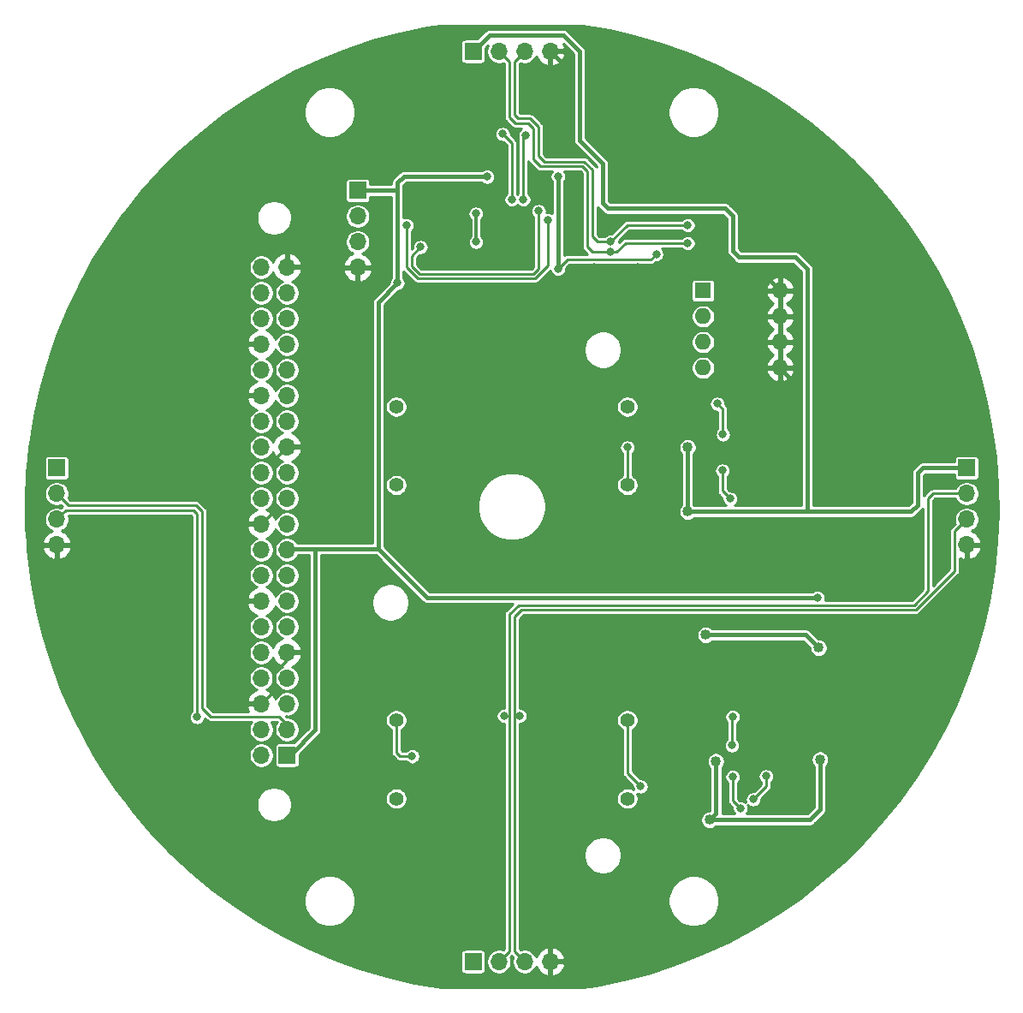
<source format=gbr>
%TF.GenerationSoftware,KiCad,Pcbnew,(5.1.9-0-10_14)*%
%TF.CreationDate,2021-04-10T08:51:35+02:00*%
%TF.ProjectId,clockclock,636c6f63-6b63-46c6-9f63-6b2e6b696361,rev?*%
%TF.SameCoordinates,Original*%
%TF.FileFunction,Copper,L2,Bot*%
%TF.FilePolarity,Positive*%
%FSLAX46Y46*%
G04 Gerber Fmt 4.6, Leading zero omitted, Abs format (unit mm)*
G04 Created by KiCad (PCBNEW (5.1.9-0-10_14)) date 2021-04-10 08:51:35*
%MOMM*%
%LPD*%
G01*
G04 APERTURE LIST*
%TA.AperFunction,ComponentPad*%
%ADD10O,1.700000X1.700000*%
%TD*%
%TA.AperFunction,ComponentPad*%
%ADD11R,1.700000X1.700000*%
%TD*%
%TA.AperFunction,ComponentPad*%
%ADD12C,1.400000*%
%TD*%
%TA.AperFunction,ComponentPad*%
%ADD13O,1.600000X1.600000*%
%TD*%
%TA.AperFunction,ComponentPad*%
%ADD14R,1.600000X1.600000*%
%TD*%
%TA.AperFunction,ViaPad*%
%ADD15C,0.812800*%
%TD*%
%TA.AperFunction,ViaPad*%
%ADD16C,1.016000*%
%TD*%
%TA.AperFunction,Conductor*%
%ADD17C,0.457200*%
%TD*%
%TA.AperFunction,Conductor*%
%ADD18C,0.254000*%
%TD*%
%TA.AperFunction,Conductor*%
%ADD19C,0.304800*%
%TD*%
%TA.AperFunction,Conductor*%
%ADD20C,0.100000*%
%TD*%
G04 APERTURE END LIST*
D10*
%TO.P,J2,40*%
%TO.N,Net-(J2-Pad40)*%
X-24765000Y23666000D03*
%TO.P,J2,39*%
%TO.N,GND*%
X-22225000Y23666000D03*
%TO.P,J2,26*%
%TO.N,Net-(J2-Pad26)*%
X-24765000Y5886000D03*
%TO.P,J2,25*%
%TO.N,GND*%
X-22225000Y5886000D03*
%TO.P,J2,22*%
%TO.N,Net-(J2-Pad22)*%
X-24765000Y806000D03*
%TO.P,J2,21*%
%TO.N,Net-(J2-Pad21)*%
X-22225000Y806000D03*
%TO.P,J2,30*%
%TO.N,GND*%
X-24765000Y10966000D03*
%TO.P,J2,29*%
%TO.N,Net-(J2-Pad29)*%
X-22225000Y10966000D03*
%TO.P,J2,8*%
%TO.N,Net-(J2-Pad8)*%
X-24765000Y-16974000D03*
%TO.P,J2,7*%
%TO.N,Net-(J2-Pad7)*%
X-22225000Y-16974000D03*
%TO.P,J2,32*%
%TO.N,Net-(J2-Pad32)*%
X-24765000Y13506000D03*
%TO.P,J2,31*%
%TO.N,Net-(J2-Pad31)*%
X-22225000Y13506000D03*
%TO.P,J2,18*%
%TO.N,Net-(J2-Pad18)*%
X-24765000Y-4274000D03*
%TO.P,J2,17*%
%TO.N,+3V3*%
X-22225000Y-4274000D03*
%TO.P,J2,36*%
%TO.N,Net-(J2-Pad36)*%
X-24765000Y18586000D03*
%TO.P,J2,35*%
%TO.N,Net-(J2-Pad35)*%
X-22225000Y18586000D03*
%TO.P,J2,34*%
%TO.N,GND*%
X-24765000Y16046000D03*
%TO.P,J2,33*%
%TO.N,Net-(J2-Pad33)*%
X-22225000Y16046000D03*
%TO.P,J2,38*%
%TO.N,Net-(J2-Pad38)*%
X-24765000Y21126000D03*
%TO.P,J2,37*%
%TO.N,Net-(J2-Pad37)*%
X-22225000Y21126000D03*
%TO.P,J2,20*%
%TO.N,GND*%
X-24765000Y-1734000D03*
%TO.P,J2,19*%
%TO.N,Net-(J2-Pad19)*%
X-22225000Y-1734000D03*
%TO.P,J2,10*%
%TO.N,Net-(J2-Pad10)*%
X-24765000Y-14434000D03*
%TO.P,J2,9*%
%TO.N,GND*%
X-22225000Y-14434000D03*
%TO.P,J2,14*%
X-24765000Y-9354000D03*
%TO.P,J2,13*%
%TO.N,Net-(J2-Pad13)*%
X-22225000Y-9354000D03*
%TO.P,J2,28*%
%TO.N,Net-(J2-Pad28)*%
X-24765000Y8426000D03*
%TO.P,J2,27*%
%TO.N,Net-(J2-Pad27)*%
X-22225000Y8426000D03*
%TO.P,J2,12*%
%TO.N,Net-(J2-Pad12)*%
X-24765000Y-11894000D03*
%TO.P,J2,11*%
%TO.N,Net-(J2-Pad11)*%
X-22225000Y-11894000D03*
%TO.P,J2,24*%
%TO.N,Net-(J2-Pad24)*%
X-24765000Y3346000D03*
%TO.P,J2,23*%
%TO.N,Net-(J2-Pad23)*%
X-22225000Y3346000D03*
D11*
%TO.P,J2,1*%
%TO.N,+3V3*%
X-22225000Y-24594000D03*
D10*
%TO.P,J2,2*%
%TO.N,+5V*%
X-24765000Y-24594000D03*
%TO.P,J2,5*%
%TO.N,I2C_SDA*%
X-22225000Y-19514000D03*
%TO.P,J2,4*%
%TO.N,+5V*%
X-24765000Y-22054000D03*
%TO.P,J2,16*%
%TO.N,Net-(J2-Pad16)*%
X-24765000Y-6814000D03*
%TO.P,J2,15*%
%TO.N,PiOnOFF*%
X-22225000Y-6814000D03*
%TO.P,J2,3*%
%TO.N,I2C_CLK*%
X-22225000Y-22054000D03*
%TO.P,J2,6*%
%TO.N,GND*%
X-24765000Y-19514000D03*
%TD*%
D12*
%TO.P,M1,A1*%
%TO.N,/MOT_B4*%
X-11430000Y9880000D03*
%TO.P,M1,A2*%
%TO.N,/MOT_B3*%
X-11430000Y2120000D03*
%TO.P,M1,B3*%
%TO.N,/MOT_A2*%
X-11430000Y-21120000D03*
%TO.P,M1,B4*%
%TO.N,/MOT_A1*%
X-11430000Y-28880000D03*
%TO.P,M1,B1*%
%TO.N,/MOT_A4*%
X11430000Y-28880000D03*
%TO.P,M1,B2*%
%TO.N,/MOT_A3*%
X11430000Y-21120000D03*
%TO.P,M1,A3*%
%TO.N,/MOT_B2*%
X11430000Y2120000D03*
%TO.P,M1,A4*%
%TO.N,/MOT_B1*%
X11430000Y9880000D03*
%TD*%
D10*
%TO.P,J1,4*%
%TO.N,GND*%
X45000000Y-3810000D03*
%TO.P,J1,3*%
%TO.N,I2C_SDA*%
X45000000Y-1270000D03*
%TO.P,J1,2*%
%TO.N,I2C_CLK*%
X45000000Y1270000D03*
D11*
%TO.P,J1,1*%
%TO.N,+5V*%
X45000000Y3810000D03*
%TD*%
D10*
%TO.P,J3,4*%
%TO.N,GND*%
X3810000Y45000000D03*
%TO.P,J3,3*%
%TO.N,I2C_SDA*%
X1270000Y45000000D03*
%TO.P,J3,2*%
%TO.N,I2C_CLK*%
X-1270000Y45000000D03*
D11*
%TO.P,J3,1*%
%TO.N,+5V*%
X-3810000Y45000000D03*
%TD*%
D10*
%TO.P,J4,4*%
%TO.N,GND*%
X3810000Y-45000000D03*
%TO.P,J4,3*%
%TO.N,I2C_SDA*%
X1270000Y-45000000D03*
%TO.P,J4,2*%
%TO.N,I2C_CLK*%
X-1270000Y-45000000D03*
D11*
%TO.P,J4,1*%
%TO.N,+5V*%
X-3810000Y-45000000D03*
%TD*%
D10*
%TO.P,J5,4*%
%TO.N,GND*%
X-45000000Y-3810000D03*
%TO.P,J5,3*%
%TO.N,I2C_SDA*%
X-45000000Y-1270000D03*
%TO.P,J5,2*%
%TO.N,I2C_CLK*%
X-45000000Y1270000D03*
D11*
%TO.P,J5,1*%
%TO.N,+5V*%
X-45000000Y3810000D03*
%TD*%
D10*
%TO.P,J6,4*%
%TO.N,GND*%
X-15240000Y23622000D03*
%TO.P,J6,3*%
%TO.N,SWCLK*%
X-15240000Y26162000D03*
%TO.P,J6,2*%
%TO.N,SWDIO*%
X-15240000Y28702000D03*
D11*
%TO.P,J6,1*%
%TO.N,+3V3*%
X-15240000Y31242000D03*
%TD*%
D13*
%TO.P,SW1,8*%
%TO.N,GND*%
X26543000Y21336000D03*
%TO.P,SW1,4*%
%TO.N,ADDR3*%
X18923000Y13716000D03*
%TO.P,SW1,7*%
%TO.N,GND*%
X26543000Y18796000D03*
%TO.P,SW1,3*%
%TO.N,ADDR2*%
X18923000Y16256000D03*
%TO.P,SW1,6*%
%TO.N,GND*%
X26543000Y16256000D03*
%TO.P,SW1,2*%
%TO.N,ADDR1*%
X18923000Y18796000D03*
%TO.P,SW1,5*%
%TO.N,GND*%
X26543000Y13716000D03*
D14*
%TO.P,SW1,1*%
%TO.N,ADDR0*%
X18923000Y21336000D03*
%TD*%
D15*
%TO.N,GND*%
X22936200Y-25577800D03*
X23799800Y-25577800D03*
X23799800Y-24714200D03*
X22936200Y-24714200D03*
X21920200Y5156200D03*
X22783800Y5156200D03*
X22783800Y6019800D03*
X21920200Y6019800D03*
X-762000Y25908000D03*
X762000Y25908000D03*
X762000Y27686000D03*
X-762000Y27686000D03*
X19304000Y-28956000D03*
X25908000Y-23876000D03*
X24638000Y3048000D03*
X19164145Y2908145D03*
X18034000Y9398000D03*
X19050000Y-26162000D03*
X-33782000Y-32258000D03*
X13106400Y5816600D03*
X15608300Y5791200D03*
X24015700Y7112000D03*
X24053800Y10363200D03*
X24968200Y8890000D03*
X6350000Y-11430000D03*
X-7620000Y-11430000D03*
X-7620000Y-6350000D03*
X6350000Y-6350000D03*
X6350000Y-1270000D03*
X23701814Y-19558000D03*
X8128000Y23622002D03*
D16*
X23701814Y-14732000D03*
D15*
X23749000Y-6731000D03*
X31750000Y-15367000D03*
X-8636000Y31623000D03*
X-8255000Y24003000D03*
X19157950Y5416541D03*
X27178000Y-27940000D03*
X5207000Y35433000D03*
X5207000Y41275000D03*
X12446002Y23622002D03*
X-8890000Y5842000D03*
X-9017000Y9398000D03*
X8509000Y9398000D03*
X8509000Y5715000D03*
X15367000Y16510000D03*
X11938000Y13843000D03*
X6096000Y13462000D03*
X2794000Y16637000D03*
X-27940000Y-4318000D03*
X21844000Y10287000D03*
X6096000Y29464000D03*
X-6858000Y-34417000D03*
X-6985000Y-42545000D03*
X8255000Y-45085000D03*
X3810000Y-41275000D03*
X12065000Y-41275000D03*
X3810000Y-36195000D03*
X3810000Y-27305000D03*
X3810000Y-20955000D03*
X17145000Y-19685000D03*
X36830000Y-7620000D03*
X36830000Y-2540000D03*
X31750000Y5715000D03*
X41910000Y5715000D03*
X31750000Y27305000D03*
X38100000Y17145000D03*
X24130000Y33655000D03*
X11430000Y44450000D03*
X-10795000Y44450000D03*
X-26035000Y36195000D03*
X-32385000Y30480000D03*
X-36195000Y26035000D03*
X-40005000Y19050000D03*
X-42545000Y10160000D03*
X-42545000Y-9525000D03*
X-40005000Y-17780000D03*
X-6350000Y-27305000D03*
X-15875000Y-25400000D03*
X-6350000Y-20955000D03*
X-18415000Y20320000D03*
X-18415000Y5715000D03*
X-18415000Y-1905000D03*
X-18415000Y13335000D03*
X-7620000Y38100000D03*
X8255000Y38100000D03*
X10795000Y31115000D03*
X2540000Y43180000D03*
X-1905000Y43180000D03*
X-13335000Y35560000D03*
X-7620000Y20320000D03*
X5715000Y20320000D03*
X-9525000Y17145000D03*
X27305000Y-2540000D03*
X15875000Y-4445000D03*
X41910000Y-12065000D03*
X38100000Y-21590000D03*
X33020000Y-31115000D03*
X24765000Y-38735000D03*
X15875000Y-33655000D03*
X-32385000Y12065000D03*
X-31750000Y19050000D03*
X-28575000Y26035000D03*
X-27940000Y1905000D03*
X-27940000Y-12065000D03*
X-27940000Y-17145000D03*
X-17145000Y-18415000D03*
X-33020000Y-17145000D03*
X-33020000Y-12065000D03*
X-33020000Y-6350000D03*
X15240000Y20955000D03*
X19685000Y24765000D03*
X22860000Y19685000D03*
X22860000Y17145000D03*
X22860000Y14605000D03*
X22860000Y22860000D03*
X-635000Y11430000D03*
X-4445000Y14605000D03*
X-4445000Y20320000D03*
X-15240000Y13335000D03*
%TO.N,+3V3*%
X30226000Y-9017000D03*
X-11303000Y22098000D03*
X-2437500Y32614500D03*
X4572000Y23495000D03*
X4572002Y32639000D03*
X14288000Y24956000D03*
%TO.N,+3.3VA*%
X-3530610Y26162000D03*
X-3556000Y28956000D03*
%TO.N,I2C_SDA*%
X17399000Y27813000D03*
X9797779Y26194669D03*
X761997Y-20701003D03*
X-31115000Y-20828000D03*
%TO.N,I2C_CLK*%
X17399000Y26035000D03*
X9791862Y25158862D03*
X-762000Y-20701000D03*
D16*
%TO.N,+5V*%
X17399000Y5842000D03*
X17399000Y-508000D03*
X19558000Y-30988000D03*
X30480000Y-25019000D03*
X19177000Y-12700000D03*
X30353000Y-13970000D03*
X20197755Y-25183411D03*
D15*
%TO.N,Net-(R1-Pad2)*%
X25146000Y-26670000D03*
X23876000Y-28956000D03*
%TO.N,Net-(R5-Pad1)*%
X21844000Y-26733500D03*
X22606000Y-29845000D03*
%TO.N,Net-(R6-Pad1)*%
X20828000Y3556000D03*
X21590000Y762000D03*
%TO.N,Net-(R7-Pad1)*%
X21780500Y-23622000D03*
X21844000Y-20802600D03*
%TO.N,Net-(R8-Pad1)*%
X20320000Y10160000D03*
X20891500Y7112000D03*
%TO.N,MCU_BUT_PLUS*%
X0Y30353000D03*
X-889000Y36830000D03*
%TO.N,MCU_BUT_MIN*%
X1143000Y30353000D03*
X1397000Y36703000D03*
%TO.N,/MOT_A2*%
X-9842500Y-24701500D03*
%TO.N,/MOT_A3*%
X12763500Y-27686000D03*
%TO.N,/MOT_B2*%
X11430000Y5842000D03*
%TO.N,SWCLK*%
X-9017000Y25654000D03*
X2667000Y29209996D03*
%TO.N,SWDIO*%
X3556000Y28321000D03*
X-10414000Y27813000D03*
%TD*%
D17*
%TO.N,GND*%
X-762000Y27686000D02*
X-762000Y25908000D01*
X-762000Y25908000D02*
X762000Y25908000D01*
X762000Y25908000D02*
X762000Y27686000D01*
X762000Y27686000D02*
X-762000Y27686000D01*
X-1270000Y28194000D02*
X-762000Y27686000D01*
X22860000Y-24638000D02*
X22860000Y-25654000D01*
X23876000Y-25654000D02*
X22860000Y-25654000D01*
X23876000Y-25654000D02*
X23876000Y-24638000D01*
X23876000Y-24638000D02*
X22860000Y-24638000D01*
X25146000Y-24638000D02*
X25908000Y-23876000D01*
X23876000Y-24638000D02*
X25146000Y-24638000D01*
X22860000Y6096000D02*
X21844000Y6096000D01*
X21844000Y6096000D02*
X21844000Y5080000D01*
X21844000Y5080000D02*
X22860000Y5080000D01*
X22860000Y6096000D02*
X22860000Y5080000D01*
X24638000Y3302000D02*
X24638000Y3048000D01*
X22860000Y5080000D02*
X24638000Y3302000D01*
X19304000Y-28956000D02*
X19304000Y-26441724D01*
X19304000Y-26441724D02*
X19037138Y-26174862D01*
X19304000Y6096000D02*
X21844000Y6096000D01*
X18034000Y7366000D02*
X19304000Y6096000D01*
X18034000Y9398000D02*
X18034000Y7366000D01*
X25908000Y-23876000D02*
X23701814Y-21669814D01*
X23701814Y-21669814D02*
X23701814Y-19558000D01*
X23701814Y-14732000D02*
X23701814Y-14732000D01*
X23701814Y-14732000D02*
X23701814Y-19558000D01*
X23701814Y-6778186D02*
X23749000Y-6731000D01*
X23701814Y-14732000D02*
X24336814Y-15367000D01*
X24336814Y-15367000D02*
X31750000Y-15367000D01*
X27406601Y7340601D02*
X26162000Y6096000D01*
X26162000Y6096000D02*
X22860000Y6096000D01*
X27406601Y12852399D02*
X27406601Y7340601D01*
X26543000Y13716000D02*
X27406601Y12852399D01*
X-7493000Y30480000D02*
X-7493000Y24765000D01*
X-7493000Y24765000D02*
X-8255000Y24003000D01*
X-8636000Y31623000D02*
X-7493000Y30480000D01*
X19050000Y5549900D02*
X19157950Y5441950D01*
X19164145Y2908145D02*
X19164145Y5410346D01*
X19164145Y5410346D02*
X19157950Y5416541D01*
X21844000Y5080000D02*
X19494491Y5080000D01*
X19494491Y5080000D02*
X19157950Y5416541D01*
X19157950Y5441950D02*
X19157950Y5416541D01*
X27178000Y-27940000D02*
X27178000Y-26495086D01*
X27178000Y-26495086D02*
X27149702Y-26466788D01*
X25908000Y-23876000D02*
X27149702Y-25117702D01*
X27149702Y-25117702D02*
X27149702Y-26466788D01*
X5207000Y35433000D02*
X5207000Y41275000D01*
X5207000Y43603000D02*
X3810000Y45000000D01*
X5207000Y41275000D02*
X5207000Y43603000D01*
X24256998Y23622002D02*
X26543000Y21336000D01*
X12446002Y23622002D02*
X24256998Y23622002D01*
X8128000Y23622002D02*
X12446002Y23622002D01*
D18*
X-23584799Y-18333799D02*
X-24765000Y-19514000D01*
X-22225000Y-15227302D02*
X-23584799Y-16587101D01*
X-23584799Y-16587101D02*
X-23584799Y-18333799D01*
X-22225000Y-14434000D02*
X-22225000Y-15227302D01*
X-23405201Y4705799D02*
X-22225000Y5886000D01*
X-23405201Y-374201D02*
X-23405201Y4705799D01*
X-24765000Y-1734000D02*
X-23405201Y-374201D01*
D17*
%TO.N,+3V3*%
X-2462000Y32639000D02*
X-2437500Y32614500D01*
X-10668000Y32639000D02*
X-2462000Y32639000D01*
X-11303000Y32004000D02*
X-10668000Y32639000D01*
X-11303000Y31242000D02*
X-15240000Y31242000D01*
X-11303000Y22098000D02*
X-11303000Y31242000D01*
X-11303000Y31242000D02*
X-11303000Y32004000D01*
X4572000Y23495000D02*
X4572000Y32638998D01*
X4572000Y32638998D02*
X4572002Y32639000D01*
D18*
X5498601Y24421601D02*
X13753601Y24421601D01*
X13753601Y24421601D02*
X14288000Y24956000D01*
X4572000Y23495000D02*
X5498601Y24421601D01*
D17*
X-11303000Y22098000D02*
X-13208000Y20193000D01*
X30226000Y-9017000D02*
X-8382000Y-9017000D01*
X-8382000Y-9017000D02*
X-13208000Y-4191000D01*
X-13208000Y20193000D02*
X-13208000Y-4191000D01*
X-21844000Y-4191000D02*
X-19431000Y-4191000D01*
X-19431000Y-4191000D02*
X-13208000Y-4191000D01*
X-19431000Y-4191000D02*
X-19431000Y-22098000D01*
X-19431000Y-22098000D02*
X-21844000Y-24511000D01*
D19*
%TO.N,+3.3VA*%
X-3530610Y28930610D02*
X-3556000Y28956000D01*
X-3530610Y26162000D02*
X-3530610Y28930610D01*
D18*
%TO.N,I2C_SDA*%
X17399000Y27813000D02*
X11416110Y27813000D01*
X11416110Y27813000D02*
X9797779Y26194669D01*
X8476331Y26194669D02*
X9797779Y26194669D01*
X635000Y38354000D02*
X1841500Y38354000D01*
X8001000Y33285593D02*
X8001000Y26670000D01*
X1270000Y45000000D02*
X254000Y43984000D01*
X2667000Y34671000D02*
X3225789Y34112211D01*
X3225789Y34112211D02*
X7174382Y34112211D01*
X254000Y43984000D02*
X254000Y38735000D01*
X7174382Y34112211D02*
X8001000Y33285593D01*
X2667000Y37528500D02*
X2667000Y34671000D01*
X254000Y38735000D02*
X635000Y38354000D01*
X8001000Y26670000D02*
X8476331Y26194669D01*
X1841500Y38354000D02*
X2667000Y37528500D01*
X254000Y-43984000D02*
X1270000Y-45000000D01*
X965189Y-10210811D02*
X254000Y-10922000D01*
X45000000Y-1270000D02*
X43819799Y-2450201D01*
X43819799Y-6356793D02*
X39965781Y-10210811D01*
X39965781Y-10210811D02*
X965189Y-10210811D01*
X43819799Y-2450201D02*
X43819799Y-6356793D01*
X254000Y-10922000D02*
X254000Y-20701000D01*
X254000Y-20701000D02*
X254000Y-43984000D01*
X761994Y-20701000D02*
X761997Y-20701003D01*
X254000Y-20701000D02*
X761994Y-20701000D01*
X-31496000Y-381000D02*
X-31115000Y-762000D01*
X-44111000Y-381000D02*
X-31496000Y-381000D01*
X-31115000Y-762000D02*
X-31115000Y-20828000D01*
X-45000000Y-1270000D02*
X-44111000Y-381000D01*
%TO.N,I2C_CLK*%
X11242736Y26035000D02*
X10366598Y25158862D01*
X17399000Y26035000D02*
X11242736Y26035000D01*
X10366598Y25158862D02*
X9791862Y25158862D01*
X2794000Y33655000D02*
X6985000Y33655000D01*
X2133601Y34315399D02*
X2794000Y33655000D01*
X2133601Y37363399D02*
X2133601Y34315399D01*
X1651000Y37846000D02*
X2133601Y37363399D01*
X381000Y37846000D02*
X1651000Y37846000D01*
X-254000Y38481000D02*
X381000Y37846000D01*
X-1270000Y45000000D02*
X-254000Y43984000D01*
X7988138Y25158862D02*
X9791862Y25158862D01*
X7493000Y25654000D02*
X7988138Y25158862D01*
X-254000Y43984000D02*
X-254000Y38481000D01*
X7493000Y33147000D02*
X7493000Y25654000D01*
X6985000Y33655000D02*
X7493000Y33147000D01*
X-254000Y-43984000D02*
X-1270000Y-45000000D01*
X660399Y-9753601D02*
X-254000Y-10668000D01*
X39776399Y-9753601D02*
X660399Y-9753601D01*
X41148000Y762000D02*
X41148000Y-8382000D01*
X41656000Y1270000D02*
X41148000Y762000D01*
X41148000Y-8382000D02*
X39776399Y-9753601D01*
X45000000Y1270000D02*
X41656000Y1270000D01*
X-254000Y-10668000D02*
X-254000Y-20701000D01*
X-254000Y-20701000D02*
X-254000Y-43984000D01*
X-254000Y-20701000D02*
X-762000Y-20701000D01*
X-29755201Y-20790799D02*
X-23024201Y-20790799D01*
X-30607000Y-19939000D02*
X-29755201Y-20790799D01*
X-23024201Y-20790799D02*
X-22225000Y-21590000D01*
X-30607000Y-508000D02*
X-30607000Y-19939000D01*
X-22225000Y-21590000D02*
X-22225000Y-22054000D01*
X-43857000Y127000D02*
X-31242000Y127000D01*
X-31242000Y127000D02*
X-30607000Y-508000D01*
X-45000000Y1270000D02*
X-43857000Y127000D01*
D17*
%TO.N,+5V*%
X17399000Y5842000D02*
X17399000Y-508000D01*
X40132000Y3302000D02*
X40640000Y3810000D01*
X40640000Y3810000D02*
X45000000Y3810000D01*
X40132000Y127000D02*
X40132000Y3302000D01*
X39497000Y-508000D02*
X40132000Y127000D01*
X29210000Y-508000D02*
X39497000Y-508000D01*
X17399000Y-508000D02*
X29210000Y-508000D01*
X19558000Y-30988000D02*
X29464000Y-30988000D01*
X30480000Y-29972000D02*
X30480000Y-25019000D01*
X29464000Y-30988000D02*
X30480000Y-29972000D01*
X29083000Y-12700000D02*
X30353000Y-13970000D01*
X19177000Y-12700000D02*
X29083000Y-12700000D01*
X20197755Y-30348245D02*
X20197755Y-25183411D01*
X19558000Y-30988000D02*
X20197755Y-30348245D01*
X29210000Y23495000D02*
X29210000Y-508000D01*
X28067000Y24638000D02*
X29210000Y23495000D01*
X22479000Y24638000D02*
X28067000Y24638000D01*
X21844000Y25273000D02*
X22479000Y24638000D01*
X9525000Y29464000D02*
X21082000Y29464000D01*
X21844000Y28702000D02*
X21844000Y25273000D01*
X21082000Y29464000D02*
X21844000Y28702000D01*
X9017000Y33909000D02*
X9017000Y29972000D01*
X6731000Y36195000D02*
X9017000Y33909000D01*
X-2201000Y46609000D02*
X5080000Y46609000D01*
X6731000Y44958000D02*
X6731000Y36195000D01*
X9017000Y29972000D02*
X9525000Y29464000D01*
X5080000Y46609000D02*
X6731000Y44958000D01*
X-3810000Y45000000D02*
X-2201000Y46609000D01*
D18*
%TO.N,Net-(R1-Pad2)*%
X25146000Y-26670000D02*
X25146000Y-27686000D01*
X25146000Y-27686000D02*
X23876000Y-28956000D01*
%TO.N,Net-(R5-Pad1)*%
X21844000Y-26733500D02*
X21844000Y-29083000D01*
X21844000Y-29083000D02*
X22606000Y-29845000D01*
%TO.N,Net-(R6-Pad1)*%
X20828000Y3556000D02*
X20828000Y1524000D01*
X20828000Y1524000D02*
X21590000Y762000D01*
%TO.N,Net-(R7-Pad1)*%
X21780500Y-20866100D02*
X21844000Y-20802600D01*
X21780500Y-23622000D02*
X21780500Y-20866100D01*
%TO.N,Net-(R8-Pad1)*%
X20891500Y9588500D02*
X20891500Y7112000D01*
X20320000Y10160000D02*
X20891500Y9588500D01*
%TO.N,MCU_BUT_PLUS*%
X0Y35941000D02*
X0Y30353000D01*
X-889000Y36830000D02*
X0Y35941000D01*
%TO.N,MCU_BUT_MIN*%
X1143000Y36449000D02*
X1397000Y36703000D01*
X1143000Y30353000D02*
X1143000Y36449000D01*
%TO.N,/MOT_A2*%
X-9842500Y-24701500D02*
X-11049000Y-24701500D01*
X-11049000Y-24701500D02*
X-11430000Y-24320500D01*
X-11430000Y-24320500D02*
X-11430000Y-21120000D01*
%TO.N,/MOT_A3*%
X12763500Y-27686000D02*
X11430000Y-26352500D01*
X11430000Y-26352500D02*
X11430000Y-24130000D01*
X11430000Y-24130000D02*
X11430000Y-21120000D01*
%TO.N,/MOT_B2*%
X11430000Y5842000D02*
X11430000Y2120000D01*
%TO.N,SWCLK*%
X2667000Y23495000D02*
X2667000Y29209996D01*
X2159000Y22987000D02*
X2667000Y23495000D01*
X-9906000Y23749000D02*
X-9144000Y22987000D01*
X-9906000Y24765000D02*
X-9906000Y23749000D01*
X-9144000Y22987000D02*
X2159000Y22987000D01*
X-9017000Y25654000D02*
X-9906000Y24765000D01*
%TO.N,SWDIO*%
X-10414000Y23682250D02*
X-10414000Y27813000D01*
X-9312341Y22580591D02*
X-10414000Y23682250D01*
X3556000Y23809250D02*
X2327340Y22580590D01*
X2327340Y22580590D02*
X-9312341Y22580591D01*
X3556000Y28321000D02*
X3556000Y23809250D01*
%TD*%
%TO.N,GND*%
X9664792Y47095082D02*
X12359741Y46460648D01*
X15013709Y45672130D01*
X17617877Y44732151D01*
X20163638Y43643816D01*
X22642515Y42410746D01*
X25046295Y41037032D01*
X27367036Y39527209D01*
X29596990Y37886318D01*
X31728814Y36119764D01*
X33755391Y34233441D01*
X35670041Y32233571D01*
X37466373Y30126829D01*
X39138473Y27920151D01*
X40680780Y25620873D01*
X42088151Y23236663D01*
X43355963Y20775353D01*
X44479979Y18245173D01*
X45456493Y15654460D01*
X46282254Y13011834D01*
X46954521Y10326074D01*
X47471072Y7606064D01*
X47830194Y4860813D01*
X48030690Y2099466D01*
X48071900Y-668853D01*
X47953685Y-3434956D01*
X47676438Y-6189680D01*
X47241081Y-8923855D01*
X46649054Y-11628441D01*
X45902319Y-14294475D01*
X45003357Y-16913095D01*
X43955150Y-19475615D01*
X42761169Y-21973561D01*
X41425380Y-24398625D01*
X39952204Y-26742780D01*
X38346527Y-28998254D01*
X36613690Y-31157545D01*
X34759422Y-33213513D01*
X32789876Y-35159337D01*
X30711604Y-36988543D01*
X28531464Y-38695096D01*
X26256699Y-40273324D01*
X23894870Y-41717983D01*
X21453798Y-43024289D01*
X18941573Y-44187914D01*
X16366535Y-45204993D01*
X13737205Y-46072161D01*
X11062329Y-46786534D01*
X8347828Y-47346351D01*
X6965510Y-47569000D01*
X-6962492Y-47569000D01*
X-9664795Y-47095081D01*
X-12359746Y-46460647D01*
X-15013709Y-45672130D01*
X-17617876Y-44732151D01*
X-18979605Y-44150000D01*
X-5042843Y-44150000D01*
X-5042843Y-45850000D01*
X-5035487Y-45924689D01*
X-5013701Y-45996508D01*
X-4978322Y-46062696D01*
X-4930711Y-46120711D01*
X-4872696Y-46168322D01*
X-4806508Y-46203701D01*
X-4734689Y-46225487D01*
X-4660000Y-46232843D01*
X-2960000Y-46232843D01*
X-2885311Y-46225487D01*
X-2813492Y-46203701D01*
X-2747304Y-46168322D01*
X-2689289Y-46120711D01*
X-2641678Y-46062696D01*
X-2606299Y-45996508D01*
X-2584513Y-45924689D01*
X-2577157Y-45850000D01*
X-2577157Y-44150000D01*
X-2584513Y-44075311D01*
X-2606299Y-44003492D01*
X-2641678Y-43937304D01*
X-2689289Y-43879289D01*
X-2747304Y-43831678D01*
X-2813492Y-43796299D01*
X-2885311Y-43774513D01*
X-2960000Y-43767157D01*
X-4660000Y-43767157D01*
X-4734689Y-43774513D01*
X-4806508Y-43796299D01*
X-4872696Y-43831678D01*
X-4930711Y-43879289D01*
X-4978322Y-43937304D01*
X-5013701Y-44003492D01*
X-5035487Y-44075311D01*
X-5042843Y-44150000D01*
X-18979605Y-44150000D01*
X-20163638Y-43643816D01*
X-22642515Y-42410746D01*
X-25046295Y-41037032D01*
X-27367027Y-39527214D01*
X-28422278Y-38750718D01*
X-20531000Y-38750718D01*
X-20531000Y-39249282D01*
X-20433735Y-39738265D01*
X-20242943Y-40198878D01*
X-19965956Y-40613418D01*
X-19613418Y-40965956D01*
X-19198878Y-41242943D01*
X-18738265Y-41433735D01*
X-18249282Y-41531000D01*
X-17750718Y-41531000D01*
X-17261735Y-41433735D01*
X-16801122Y-41242943D01*
X-16386582Y-40965956D01*
X-16034044Y-40613418D01*
X-15757057Y-40198878D01*
X-15566265Y-39738265D01*
X-15469000Y-39249282D01*
X-15469000Y-38750718D01*
X-15566265Y-38261735D01*
X-15757057Y-37801122D01*
X-16034044Y-37386582D01*
X-16386582Y-37034044D01*
X-16801122Y-36757057D01*
X-17261735Y-36566265D01*
X-17750718Y-36469000D01*
X-18249282Y-36469000D01*
X-18738265Y-36566265D01*
X-19198878Y-36757057D01*
X-19613418Y-37034044D01*
X-19965956Y-37386582D01*
X-20242943Y-37801122D01*
X-20433735Y-38261735D01*
X-20531000Y-38750718D01*
X-28422278Y-38750718D01*
X-29596990Y-37886318D01*
X-31728814Y-36119764D01*
X-33755391Y-34233442D01*
X-35670041Y-32233571D01*
X-37466373Y-30126829D01*
X-38099681Y-29291049D01*
X-25251000Y-29291049D01*
X-25251000Y-29636951D01*
X-25183518Y-29976206D01*
X-25051147Y-30295778D01*
X-24858975Y-30583385D01*
X-24614385Y-30827975D01*
X-24326778Y-31020147D01*
X-24007206Y-31152518D01*
X-23667951Y-31220000D01*
X-23322049Y-31220000D01*
X-22982794Y-31152518D01*
X-22663222Y-31020147D01*
X-22375615Y-30827975D01*
X-22131025Y-30583385D01*
X-21938853Y-30295778D01*
X-21806482Y-29976206D01*
X-21739000Y-29636951D01*
X-21739000Y-29291049D01*
X-21806482Y-28951794D01*
X-21880320Y-28773531D01*
X-12511000Y-28773531D01*
X-12511000Y-28986469D01*
X-12469457Y-29195316D01*
X-12387969Y-29392045D01*
X-12269667Y-29569097D01*
X-12119097Y-29719667D01*
X-11942045Y-29837969D01*
X-11745316Y-29919457D01*
X-11536469Y-29961000D01*
X-11323531Y-29961000D01*
X-11114684Y-29919457D01*
X-10917955Y-29837969D01*
X-10740903Y-29719667D01*
X-10590333Y-29569097D01*
X-10472031Y-29392045D01*
X-10390543Y-29195316D01*
X-10349000Y-28986469D01*
X-10349000Y-28773531D01*
X-10390543Y-28564684D01*
X-10472031Y-28367955D01*
X-10590333Y-28190903D01*
X-10740903Y-28040333D01*
X-10917955Y-27922031D01*
X-11114684Y-27840543D01*
X-11323531Y-27799000D01*
X-11536469Y-27799000D01*
X-11745316Y-27840543D01*
X-11942045Y-27922031D01*
X-12119097Y-28040333D01*
X-12269667Y-28190903D01*
X-12387969Y-28367955D01*
X-12469457Y-28564684D01*
X-12511000Y-28773531D01*
X-21880320Y-28773531D01*
X-21938853Y-28632222D01*
X-22131025Y-28344615D01*
X-22375615Y-28100025D01*
X-22663222Y-27907853D01*
X-22982794Y-27775482D01*
X-23322049Y-27708000D01*
X-23667951Y-27708000D01*
X-24007206Y-27775482D01*
X-24326778Y-27907853D01*
X-24614385Y-28100025D01*
X-24858975Y-28344615D01*
X-25051147Y-28632222D01*
X-25183518Y-28951794D01*
X-25251000Y-29291049D01*
X-38099681Y-29291049D01*
X-39138479Y-27920143D01*
X-40680780Y-25620873D01*
X-41358498Y-24472757D01*
X-25996000Y-24472757D01*
X-25996000Y-24715243D01*
X-25948693Y-24953069D01*
X-25855898Y-25177097D01*
X-25721180Y-25378717D01*
X-25549717Y-25550180D01*
X-25348097Y-25684898D01*
X-25124069Y-25777693D01*
X-24886243Y-25825000D01*
X-24643757Y-25825000D01*
X-24405931Y-25777693D01*
X-24181903Y-25684898D01*
X-23980283Y-25550180D01*
X-23808820Y-25378717D01*
X-23674102Y-25177097D01*
X-23581307Y-24953069D01*
X-23534000Y-24715243D01*
X-23534000Y-24472757D01*
X-23581307Y-24234931D01*
X-23674102Y-24010903D01*
X-23808820Y-23809283D01*
X-23874103Y-23744000D01*
X-23457843Y-23744000D01*
X-23457843Y-25444000D01*
X-23450487Y-25518689D01*
X-23428701Y-25590508D01*
X-23393322Y-25656696D01*
X-23345711Y-25714711D01*
X-23287696Y-25762322D01*
X-23221508Y-25797701D01*
X-23149689Y-25819487D01*
X-23075000Y-25826843D01*
X-21375000Y-25826843D01*
X-21300311Y-25819487D01*
X-21228492Y-25797701D01*
X-21162304Y-25762322D01*
X-21104289Y-25714711D01*
X-21056678Y-25656696D01*
X-21021299Y-25590508D01*
X-20999513Y-25518689D01*
X-20992157Y-25444000D01*
X-20992157Y-24521260D01*
X-19021121Y-22550226D01*
X-18997862Y-22531138D01*
X-18921684Y-22438314D01*
X-18865079Y-22332412D01*
X-18830221Y-22217502D01*
X-18821400Y-22127941D01*
X-18821400Y-22127940D01*
X-18818451Y-22098001D01*
X-18821400Y-22068062D01*
X-18821400Y-21013531D01*
X-12511000Y-21013531D01*
X-12511000Y-21226469D01*
X-12469457Y-21435316D01*
X-12387969Y-21632045D01*
X-12269667Y-21809097D01*
X-12119097Y-21959667D01*
X-11942045Y-22077969D01*
X-11937999Y-22079645D01*
X-11938000Y-24295556D01*
X-11940457Y-24320500D01*
X-11938000Y-24345444D01*
X-11938000Y-24345446D01*
X-11930649Y-24420084D01*
X-11901601Y-24515842D01*
X-11854429Y-24604095D01*
X-11790948Y-24681448D01*
X-11771566Y-24697354D01*
X-11425851Y-25043070D01*
X-11409948Y-25062448D01*
X-11390571Y-25078350D01*
X-11332596Y-25125929D01*
X-11281070Y-25153470D01*
X-11244343Y-25173101D01*
X-11148585Y-25202149D01*
X-11073947Y-25209500D01*
X-11073945Y-25209500D01*
X-11049001Y-25211957D01*
X-11024057Y-25209500D01*
X-10448052Y-25209500D01*
X-10344438Y-25313114D01*
X-10215474Y-25399285D01*
X-10072176Y-25458641D01*
X-9920052Y-25488900D01*
X-9764948Y-25488900D01*
X-9612824Y-25458641D01*
X-9469526Y-25399285D01*
X-9340562Y-25313114D01*
X-9230886Y-25203438D01*
X-9144715Y-25074474D01*
X-9085359Y-24931176D01*
X-9055100Y-24779052D01*
X-9055100Y-24623948D01*
X-9085359Y-24471824D01*
X-9144715Y-24328526D01*
X-9230886Y-24199562D01*
X-9340562Y-24089886D01*
X-9469526Y-24003715D01*
X-9612824Y-23944359D01*
X-9764948Y-23914100D01*
X-9920052Y-23914100D01*
X-10072176Y-23944359D01*
X-10215474Y-24003715D01*
X-10344438Y-24089886D01*
X-10448052Y-24193500D01*
X-10838579Y-24193500D01*
X-10922000Y-24110080D01*
X-10922000Y-22079644D01*
X-10917955Y-22077969D01*
X-10740903Y-21959667D01*
X-10590333Y-21809097D01*
X-10472031Y-21632045D01*
X-10390543Y-21435316D01*
X-10349000Y-21226469D01*
X-10349000Y-21013531D01*
X-10390543Y-20804684D01*
X-10472031Y-20607955D01*
X-10590333Y-20430903D01*
X-10740903Y-20280333D01*
X-10917955Y-20162031D01*
X-11114684Y-20080543D01*
X-11323531Y-20039000D01*
X-11536469Y-20039000D01*
X-11745316Y-20080543D01*
X-11942045Y-20162031D01*
X-12119097Y-20280333D01*
X-12269667Y-20430903D01*
X-12387969Y-20607955D01*
X-12469457Y-20804684D01*
X-12511000Y-21013531D01*
X-18821400Y-21013531D01*
X-18821400Y-9314738D01*
X-13881000Y-9314738D01*
X-13881000Y-9685262D01*
X-13808714Y-10048667D01*
X-13666920Y-10390987D01*
X-13461068Y-10699067D01*
X-13199067Y-10961068D01*
X-12890987Y-11166920D01*
X-12548667Y-11308714D01*
X-12185262Y-11381000D01*
X-11814738Y-11381000D01*
X-11451333Y-11308714D01*
X-11109013Y-11166920D01*
X-10800933Y-10961068D01*
X-10538932Y-10699067D01*
X-10333080Y-10390987D01*
X-10191286Y-10048667D01*
X-10119000Y-9685262D01*
X-10119000Y-9314738D01*
X-10191286Y-8951333D01*
X-10333080Y-8609013D01*
X-10538932Y-8300933D01*
X-10800933Y-8038932D01*
X-11109013Y-7833080D01*
X-11451333Y-7691286D01*
X-11814738Y-7619000D01*
X-12185262Y-7619000D01*
X-12548667Y-7691286D01*
X-12890987Y-7833080D01*
X-13199067Y-8038932D01*
X-13461068Y-8300933D01*
X-13666920Y-8609013D01*
X-13808714Y-8951333D01*
X-13881000Y-9314738D01*
X-18821400Y-9314738D01*
X-18821400Y-4800600D01*
X-13460503Y-4800600D01*
X-8834226Y-9426879D01*
X-8815138Y-9450138D01*
X-8722314Y-9526316D01*
X-8662554Y-9558258D01*
X-8616413Y-9582921D01*
X-8501503Y-9617779D01*
X-8382000Y-9629549D01*
X-8352059Y-9626600D01*
X68979Y-9626600D01*
X-595565Y-10291145D01*
X-614948Y-10307052D01*
X-678429Y-10384405D01*
X-725601Y-10472658D01*
X-754649Y-10568416D01*
X-757199Y-10594312D01*
X-764457Y-10668000D01*
X-762000Y-10692944D01*
X-761999Y-19913600D01*
X-839552Y-19913600D01*
X-991676Y-19943859D01*
X-1134974Y-20003215D01*
X-1263938Y-20089386D01*
X-1373614Y-20199062D01*
X-1459785Y-20328026D01*
X-1519141Y-20471324D01*
X-1549400Y-20623448D01*
X-1549400Y-20778552D01*
X-1519141Y-20930676D01*
X-1459785Y-21073974D01*
X-1373614Y-21202938D01*
X-1263938Y-21312614D01*
X-1134974Y-21398785D01*
X-991676Y-21458141D01*
X-839552Y-21488400D01*
X-762000Y-21488400D01*
X-761999Y-43773578D01*
X-835834Y-43847413D01*
X-910931Y-43816307D01*
X-1148757Y-43769000D01*
X-1391243Y-43769000D01*
X-1629069Y-43816307D01*
X-1853097Y-43909102D01*
X-2054717Y-44043820D01*
X-2226180Y-44215283D01*
X-2360898Y-44416903D01*
X-2453693Y-44640931D01*
X-2501000Y-44878757D01*
X-2501000Y-45121243D01*
X-2453693Y-45359069D01*
X-2360898Y-45583097D01*
X-2226180Y-45784717D01*
X-2054717Y-45956180D01*
X-1853097Y-46090898D01*
X-1629069Y-46183693D01*
X-1391243Y-46231000D01*
X-1148757Y-46231000D01*
X-910931Y-46183693D01*
X-686903Y-46090898D01*
X-485283Y-45956180D01*
X-313820Y-45784717D01*
X-179102Y-45583097D01*
X-86307Y-45359069D01*
X-39000Y-45121243D01*
X-39000Y-44878757D01*
X-86307Y-44640931D01*
X-117413Y-44565834D01*
X0Y-44448421D01*
X117413Y-44565833D01*
X86307Y-44640931D01*
X39000Y-44878757D01*
X39000Y-45121243D01*
X86307Y-45359069D01*
X179102Y-45583097D01*
X313820Y-45784717D01*
X485283Y-45956180D01*
X686903Y-46090898D01*
X910931Y-46183693D01*
X1148757Y-46231000D01*
X1391243Y-46231000D01*
X1629069Y-46183693D01*
X1853097Y-46090898D01*
X2054717Y-45956180D01*
X2226180Y-45784717D01*
X2360898Y-45583097D01*
X2408228Y-45468832D01*
X2465843Y-45631252D01*
X2614822Y-45881355D01*
X2809731Y-46097588D01*
X3043080Y-46271641D01*
X3305901Y-46396825D01*
X3453110Y-46441476D01*
X3683000Y-46320155D01*
X3683000Y-45127000D01*
X3937000Y-45127000D01*
X3937000Y-46320155D01*
X4166890Y-46441476D01*
X4314099Y-46396825D01*
X4576920Y-46271641D01*
X4810269Y-46097588D01*
X5005178Y-45881355D01*
X5154157Y-45631252D01*
X5251481Y-45356891D01*
X5130814Y-45127000D01*
X3937000Y-45127000D01*
X3683000Y-45127000D01*
X3663000Y-45127000D01*
X3663000Y-44873000D01*
X3683000Y-44873000D01*
X3683000Y-43679845D01*
X3937000Y-43679845D01*
X3937000Y-44873000D01*
X5130814Y-44873000D01*
X5251481Y-44643109D01*
X5154157Y-44368748D01*
X5005178Y-44118645D01*
X4810269Y-43902412D01*
X4576920Y-43728359D01*
X4314099Y-43603175D01*
X4166890Y-43558524D01*
X3937000Y-43679845D01*
X3683000Y-43679845D01*
X3453110Y-43558524D01*
X3305901Y-43603175D01*
X3043080Y-43728359D01*
X2809731Y-43902412D01*
X2614822Y-44118645D01*
X2465843Y-44368748D01*
X2408228Y-44531168D01*
X2360898Y-44416903D01*
X2226180Y-44215283D01*
X2054717Y-44043820D01*
X1853097Y-43909102D01*
X1629069Y-43816307D01*
X1391243Y-43769000D01*
X1148757Y-43769000D01*
X910931Y-43816307D01*
X835833Y-43847413D01*
X762000Y-43773580D01*
X762000Y-38750718D01*
X15469000Y-38750718D01*
X15469000Y-39249282D01*
X15566265Y-39738265D01*
X15757057Y-40198878D01*
X16034044Y-40613418D01*
X16386582Y-40965956D01*
X16801122Y-41242943D01*
X17261735Y-41433735D01*
X17750718Y-41531000D01*
X18249282Y-41531000D01*
X18738265Y-41433735D01*
X19198878Y-41242943D01*
X19613418Y-40965956D01*
X19965956Y-40613418D01*
X20242943Y-40198878D01*
X20433735Y-39738265D01*
X20531000Y-39249282D01*
X20531000Y-38750718D01*
X20433735Y-38261735D01*
X20242943Y-37801122D01*
X19965956Y-37386582D01*
X19613418Y-37034044D01*
X19198878Y-36757057D01*
X18738265Y-36566265D01*
X18249282Y-36469000D01*
X17750718Y-36469000D01*
X17261735Y-36566265D01*
X16801122Y-36757057D01*
X16386582Y-37034044D01*
X16034044Y-37386582D01*
X15757057Y-37801122D01*
X15566265Y-38261735D01*
X15469000Y-38750718D01*
X762000Y-38750718D01*
X762000Y-34314738D01*
X7119000Y-34314738D01*
X7119000Y-34685262D01*
X7191286Y-35048667D01*
X7333080Y-35390987D01*
X7538932Y-35699067D01*
X7800933Y-35961068D01*
X8109013Y-36166920D01*
X8451333Y-36308714D01*
X8814738Y-36381000D01*
X9185262Y-36381000D01*
X9548667Y-36308714D01*
X9890987Y-36166920D01*
X10199067Y-35961068D01*
X10461068Y-35699067D01*
X10666920Y-35390987D01*
X10808714Y-35048667D01*
X10881000Y-34685262D01*
X10881000Y-34314738D01*
X10808714Y-33951333D01*
X10666920Y-33609013D01*
X10461068Y-33300933D01*
X10199067Y-33038932D01*
X9890987Y-32833080D01*
X9548667Y-32691286D01*
X9185262Y-32619000D01*
X8814738Y-32619000D01*
X8451333Y-32691286D01*
X8109013Y-32833080D01*
X7800933Y-33038932D01*
X7538932Y-33300933D01*
X7333080Y-33609013D01*
X7191286Y-33951333D01*
X7119000Y-34314738D01*
X762000Y-34314738D01*
X762000Y-30900441D01*
X18669000Y-30900441D01*
X18669000Y-31075559D01*
X18703164Y-31247312D01*
X18770179Y-31409099D01*
X18867469Y-31554704D01*
X18991296Y-31678531D01*
X19136901Y-31775821D01*
X19298688Y-31842836D01*
X19470441Y-31877000D01*
X19645559Y-31877000D01*
X19817312Y-31842836D01*
X19979099Y-31775821D01*
X20124704Y-31678531D01*
X20205635Y-31597600D01*
X29434059Y-31597600D01*
X29464000Y-31600549D01*
X29493941Y-31597600D01*
X29583502Y-31588779D01*
X29698412Y-31553921D01*
X29804314Y-31497316D01*
X29897138Y-31421138D01*
X29916235Y-31397868D01*
X30889874Y-30424230D01*
X30913138Y-30405138D01*
X30989316Y-30312314D01*
X31045921Y-30206412D01*
X31072932Y-30117371D01*
X31080779Y-30091503D01*
X31092549Y-29972000D01*
X31089600Y-29942059D01*
X31089600Y-25666635D01*
X31170531Y-25585704D01*
X31267821Y-25440099D01*
X31334836Y-25278312D01*
X31369000Y-25106559D01*
X31369000Y-24931441D01*
X31334836Y-24759688D01*
X31267821Y-24597901D01*
X31170531Y-24452296D01*
X31046704Y-24328469D01*
X30901099Y-24231179D01*
X30739312Y-24164164D01*
X30567559Y-24130000D01*
X30392441Y-24130000D01*
X30220688Y-24164164D01*
X30058901Y-24231179D01*
X29913296Y-24328469D01*
X29789469Y-24452296D01*
X29692179Y-24597901D01*
X29625164Y-24759688D01*
X29591000Y-24931441D01*
X29591000Y-25106559D01*
X29625164Y-25278312D01*
X29692179Y-25440099D01*
X29789469Y-25585704D01*
X29870401Y-25666636D01*
X29870400Y-29719496D01*
X29211497Y-30378400D01*
X23186152Y-30378400D01*
X23217614Y-30346938D01*
X23303785Y-30217974D01*
X23363141Y-30074676D01*
X23393400Y-29922552D01*
X23393400Y-29767448D01*
X23363141Y-29615324D01*
X23321683Y-29515235D01*
X23374062Y-29567614D01*
X23503026Y-29653785D01*
X23646324Y-29713141D01*
X23798448Y-29743400D01*
X23953552Y-29743400D01*
X24105676Y-29713141D01*
X24248974Y-29653785D01*
X24377938Y-29567614D01*
X24487614Y-29457938D01*
X24573785Y-29328974D01*
X24633141Y-29185676D01*
X24663400Y-29033552D01*
X24663400Y-28887020D01*
X25487571Y-28062850D01*
X25506948Y-28046948D01*
X25538887Y-28008030D01*
X25570429Y-27969596D01*
X25617600Y-27881345D01*
X25617601Y-27881343D01*
X25646649Y-27785585D01*
X25654000Y-27710947D01*
X25654000Y-27710945D01*
X25656457Y-27686001D01*
X25654000Y-27661057D01*
X25654000Y-27275552D01*
X25757614Y-27171938D01*
X25843785Y-27042974D01*
X25903141Y-26899676D01*
X25933400Y-26747552D01*
X25933400Y-26592448D01*
X25903141Y-26440324D01*
X25843785Y-26297026D01*
X25757614Y-26168062D01*
X25647938Y-26058386D01*
X25518974Y-25972215D01*
X25375676Y-25912859D01*
X25223552Y-25882600D01*
X25068448Y-25882600D01*
X24916324Y-25912859D01*
X24773026Y-25972215D01*
X24644062Y-26058386D01*
X24534386Y-26168062D01*
X24448215Y-26297026D01*
X24388859Y-26440324D01*
X24358600Y-26592448D01*
X24358600Y-26747552D01*
X24388859Y-26899676D01*
X24448215Y-27042974D01*
X24534386Y-27171938D01*
X24638001Y-27275553D01*
X24638001Y-27475578D01*
X23944980Y-28168600D01*
X23798448Y-28168600D01*
X23646324Y-28198859D01*
X23503026Y-28258215D01*
X23374062Y-28344386D01*
X23264386Y-28454062D01*
X23178215Y-28583026D01*
X23118859Y-28726324D01*
X23088600Y-28878448D01*
X23088600Y-29033552D01*
X23118859Y-29185676D01*
X23160317Y-29285765D01*
X23107938Y-29233386D01*
X22978974Y-29147215D01*
X22835676Y-29087859D01*
X22683552Y-29057600D01*
X22537020Y-29057600D01*
X22352000Y-28872580D01*
X22352000Y-27339052D01*
X22455614Y-27235438D01*
X22541785Y-27106474D01*
X22601141Y-26963176D01*
X22631400Y-26811052D01*
X22631400Y-26655948D01*
X22601141Y-26503824D01*
X22541785Y-26360526D01*
X22455614Y-26231562D01*
X22345938Y-26121886D01*
X22216974Y-26035715D01*
X22073676Y-25976359D01*
X21921552Y-25946100D01*
X21766448Y-25946100D01*
X21614324Y-25976359D01*
X21471026Y-26035715D01*
X21342062Y-26121886D01*
X21232386Y-26231562D01*
X21146215Y-26360526D01*
X21086859Y-26503824D01*
X21056600Y-26655948D01*
X21056600Y-26811052D01*
X21086859Y-26963176D01*
X21146215Y-27106474D01*
X21232386Y-27235438D01*
X21336000Y-27339052D01*
X21336001Y-29058046D01*
X21333543Y-29083000D01*
X21339362Y-29142077D01*
X21343352Y-29182585D01*
X21364381Y-29251907D01*
X21372400Y-29278343D01*
X21419571Y-29366595D01*
X21445564Y-29398267D01*
X21483053Y-29443948D01*
X21502430Y-29459850D01*
X21818600Y-29776020D01*
X21818600Y-29922552D01*
X21848859Y-30074676D01*
X21908215Y-30217974D01*
X21994386Y-30346938D01*
X22025848Y-30378400D01*
X20807334Y-30378400D01*
X20807355Y-30378186D01*
X20807355Y-30378185D01*
X20810304Y-30348246D01*
X20807355Y-30318307D01*
X20807355Y-25831046D01*
X20888286Y-25750115D01*
X20985576Y-25604510D01*
X21052591Y-25442723D01*
X21086755Y-25270970D01*
X21086755Y-25095852D01*
X21052591Y-24924099D01*
X20985576Y-24762312D01*
X20888286Y-24616707D01*
X20764459Y-24492880D01*
X20618854Y-24395590D01*
X20457067Y-24328575D01*
X20285314Y-24294411D01*
X20110196Y-24294411D01*
X19938443Y-24328575D01*
X19776656Y-24395590D01*
X19631051Y-24492880D01*
X19507224Y-24616707D01*
X19409934Y-24762312D01*
X19342919Y-24924099D01*
X19308755Y-25095852D01*
X19308755Y-25270970D01*
X19342919Y-25442723D01*
X19409934Y-25604510D01*
X19507224Y-25750115D01*
X19588156Y-25831047D01*
X19588155Y-30095741D01*
X19584896Y-30099000D01*
X19470441Y-30099000D01*
X19298688Y-30133164D01*
X19136901Y-30200179D01*
X18991296Y-30297469D01*
X18867469Y-30421296D01*
X18770179Y-30566901D01*
X18703164Y-30728688D01*
X18669000Y-30900441D01*
X762000Y-30900441D01*
X762000Y-21488403D01*
X839549Y-21488403D01*
X991673Y-21458144D01*
X1134971Y-21398788D01*
X1263935Y-21312617D01*
X1373611Y-21202941D01*
X1459782Y-21073977D01*
X1484819Y-21013531D01*
X10349000Y-21013531D01*
X10349000Y-21226469D01*
X10390543Y-21435316D01*
X10472031Y-21632045D01*
X10590333Y-21809097D01*
X10740903Y-21959667D01*
X10917955Y-22077969D01*
X10922001Y-22079645D01*
X10922000Y-24154946D01*
X10922001Y-24154956D01*
X10922000Y-26327556D01*
X10919543Y-26352500D01*
X10922000Y-26377444D01*
X10922000Y-26377446D01*
X10929351Y-26452084D01*
X10958399Y-26547842D01*
X11005571Y-26636095D01*
X11069052Y-26713448D01*
X11088435Y-26729355D01*
X11976100Y-27617020D01*
X11976100Y-27763552D01*
X12006359Y-27915676D01*
X12034610Y-27983881D01*
X11942045Y-27922031D01*
X11745316Y-27840543D01*
X11536469Y-27799000D01*
X11323531Y-27799000D01*
X11114684Y-27840543D01*
X10917955Y-27922031D01*
X10740903Y-28040333D01*
X10590333Y-28190903D01*
X10472031Y-28367955D01*
X10390543Y-28564684D01*
X10349000Y-28773531D01*
X10349000Y-28986469D01*
X10390543Y-29195316D01*
X10472031Y-29392045D01*
X10590333Y-29569097D01*
X10740903Y-29719667D01*
X10917955Y-29837969D01*
X11114684Y-29919457D01*
X11323531Y-29961000D01*
X11536469Y-29961000D01*
X11745316Y-29919457D01*
X11942045Y-29837969D01*
X12119097Y-29719667D01*
X12269667Y-29569097D01*
X12387969Y-29392045D01*
X12469457Y-29195316D01*
X12511000Y-28986469D01*
X12511000Y-28773531D01*
X12469457Y-28564684D01*
X12395354Y-28385785D01*
X12533824Y-28443141D01*
X12685948Y-28473400D01*
X12841052Y-28473400D01*
X12993176Y-28443141D01*
X13136474Y-28383785D01*
X13265438Y-28297614D01*
X13375114Y-28187938D01*
X13461285Y-28058974D01*
X13520641Y-27915676D01*
X13550900Y-27763552D01*
X13550900Y-27608448D01*
X13520641Y-27456324D01*
X13461285Y-27313026D01*
X13375114Y-27184062D01*
X13265438Y-27074386D01*
X13136474Y-26988215D01*
X12993176Y-26928859D01*
X12841052Y-26898600D01*
X12694520Y-26898600D01*
X11938000Y-26142080D01*
X11938000Y-23544448D01*
X20993100Y-23544448D01*
X20993100Y-23699552D01*
X21023359Y-23851676D01*
X21082715Y-23994974D01*
X21168886Y-24123938D01*
X21278562Y-24233614D01*
X21407526Y-24319785D01*
X21550824Y-24379141D01*
X21702948Y-24409400D01*
X21858052Y-24409400D01*
X22010176Y-24379141D01*
X22153474Y-24319785D01*
X22282438Y-24233614D01*
X22392114Y-24123938D01*
X22478285Y-23994974D01*
X22537641Y-23851676D01*
X22567900Y-23699552D01*
X22567900Y-23544448D01*
X22537641Y-23392324D01*
X22478285Y-23249026D01*
X22392114Y-23120062D01*
X22288500Y-23016448D01*
X22288500Y-21452593D01*
X22345938Y-21414214D01*
X22455614Y-21304538D01*
X22541785Y-21175574D01*
X22601141Y-21032276D01*
X22631400Y-20880152D01*
X22631400Y-20725048D01*
X22601141Y-20572924D01*
X22541785Y-20429626D01*
X22455614Y-20300662D01*
X22345938Y-20190986D01*
X22216974Y-20104815D01*
X22073676Y-20045459D01*
X21921552Y-20015200D01*
X21766448Y-20015200D01*
X21614324Y-20045459D01*
X21471026Y-20104815D01*
X21342062Y-20190986D01*
X21232386Y-20300662D01*
X21146215Y-20429626D01*
X21086859Y-20572924D01*
X21056600Y-20725048D01*
X21056600Y-20880152D01*
X21086859Y-21032276D01*
X21146215Y-21175574D01*
X21232386Y-21304538D01*
X21272501Y-21344653D01*
X21272500Y-23016448D01*
X21168886Y-23120062D01*
X21082715Y-23249026D01*
X21023359Y-23392324D01*
X20993100Y-23544448D01*
X11938000Y-23544448D01*
X11938000Y-22079644D01*
X11942045Y-22077969D01*
X12119097Y-21959667D01*
X12269667Y-21809097D01*
X12387969Y-21632045D01*
X12469457Y-21435316D01*
X12511000Y-21226469D01*
X12511000Y-21013531D01*
X12469457Y-20804684D01*
X12387969Y-20607955D01*
X12269667Y-20430903D01*
X12119097Y-20280333D01*
X11942045Y-20162031D01*
X11745316Y-20080543D01*
X11536469Y-20039000D01*
X11323531Y-20039000D01*
X11114684Y-20080543D01*
X10917955Y-20162031D01*
X10740903Y-20280333D01*
X10590333Y-20430903D01*
X10472031Y-20607955D01*
X10390543Y-20804684D01*
X10349000Y-21013531D01*
X1484819Y-21013531D01*
X1519138Y-20930679D01*
X1549397Y-20778555D01*
X1549397Y-20623451D01*
X1519138Y-20471327D01*
X1459782Y-20328029D01*
X1373611Y-20199065D01*
X1263935Y-20089389D01*
X1134971Y-20003218D01*
X991673Y-19943862D01*
X839549Y-19913603D01*
X762000Y-19913603D01*
X762000Y-12612441D01*
X18288000Y-12612441D01*
X18288000Y-12787559D01*
X18322164Y-12959312D01*
X18389179Y-13121099D01*
X18486469Y-13266704D01*
X18610296Y-13390531D01*
X18755901Y-13487821D01*
X18917688Y-13554836D01*
X19089441Y-13589000D01*
X19264559Y-13589000D01*
X19436312Y-13554836D01*
X19598099Y-13487821D01*
X19743704Y-13390531D01*
X19824635Y-13309600D01*
X28830497Y-13309600D01*
X29464000Y-13943104D01*
X29464000Y-14057559D01*
X29498164Y-14229312D01*
X29565179Y-14391099D01*
X29662469Y-14536704D01*
X29786296Y-14660531D01*
X29931901Y-14757821D01*
X30093688Y-14824836D01*
X30265441Y-14859000D01*
X30440559Y-14859000D01*
X30612312Y-14824836D01*
X30774099Y-14757821D01*
X30919704Y-14660531D01*
X31043531Y-14536704D01*
X31140821Y-14391099D01*
X31207836Y-14229312D01*
X31242000Y-14057559D01*
X31242000Y-13882441D01*
X31207836Y-13710688D01*
X31140821Y-13548901D01*
X31043531Y-13403296D01*
X30919704Y-13279469D01*
X30774099Y-13182179D01*
X30612312Y-13115164D01*
X30440559Y-13081000D01*
X30326104Y-13081000D01*
X29535235Y-12290132D01*
X29516138Y-12266862D01*
X29423314Y-12190684D01*
X29317412Y-12134079D01*
X29202502Y-12099221D01*
X29112941Y-12090400D01*
X29083000Y-12087451D01*
X29053059Y-12090400D01*
X19824635Y-12090400D01*
X19743704Y-12009469D01*
X19598099Y-11912179D01*
X19436312Y-11845164D01*
X19264559Y-11811000D01*
X19089441Y-11811000D01*
X18917688Y-11845164D01*
X18755901Y-11912179D01*
X18610296Y-12009469D01*
X18486469Y-12133296D01*
X18389179Y-12278901D01*
X18322164Y-12440688D01*
X18288000Y-12612441D01*
X762000Y-12612441D01*
X762000Y-11132420D01*
X1175610Y-10718811D01*
X39940837Y-10718811D01*
X39965781Y-10721268D01*
X39990725Y-10718811D01*
X39990728Y-10718811D01*
X40065366Y-10711460D01*
X40161124Y-10682412D01*
X40249376Y-10635240D01*
X40326729Y-10571759D01*
X40342636Y-10552376D01*
X44161364Y-6733648D01*
X44180747Y-6717741D01*
X44244228Y-6640388D01*
X44291400Y-6552136D01*
X44320448Y-6456378D01*
X44327799Y-6381740D01*
X44327799Y-6381737D01*
X44330256Y-6356793D01*
X44327799Y-6331849D01*
X44327799Y-5129765D01*
X44368748Y-5154157D01*
X44643109Y-5251481D01*
X44873000Y-5130814D01*
X44873000Y-3937000D01*
X45127000Y-3937000D01*
X45127000Y-5130814D01*
X45356891Y-5251481D01*
X45631252Y-5154157D01*
X45881355Y-5005178D01*
X46097588Y-4810269D01*
X46271641Y-4576920D01*
X46396825Y-4314099D01*
X46441476Y-4166890D01*
X46320155Y-3937000D01*
X45127000Y-3937000D01*
X44873000Y-3937000D01*
X44853000Y-3937000D01*
X44853000Y-3683000D01*
X44873000Y-3683000D01*
X44873000Y-3663000D01*
X45127000Y-3663000D01*
X45127000Y-3683000D01*
X46320155Y-3683000D01*
X46441476Y-3453110D01*
X46396825Y-3305901D01*
X46271641Y-3043080D01*
X46097588Y-2809731D01*
X45881355Y-2614822D01*
X45631252Y-2465843D01*
X45468832Y-2408228D01*
X45583097Y-2360898D01*
X45784717Y-2226180D01*
X45956180Y-2054717D01*
X46090898Y-1853097D01*
X46183693Y-1629069D01*
X46231000Y-1391243D01*
X46231000Y-1148757D01*
X46183693Y-910931D01*
X46090898Y-686903D01*
X45956180Y-485283D01*
X45784717Y-313820D01*
X45583097Y-179102D01*
X45359069Y-86307D01*
X45121243Y-39000D01*
X44878757Y-39000D01*
X44640931Y-86307D01*
X44416903Y-179102D01*
X44215283Y-313820D01*
X44043820Y-485283D01*
X43909102Y-686903D01*
X43816307Y-910931D01*
X43769000Y-1148757D01*
X43769000Y-1391243D01*
X43816307Y-1629069D01*
X43847413Y-1704166D01*
X43478234Y-2073346D01*
X43458851Y-2089253D01*
X43395370Y-2166606D01*
X43348198Y-2254859D01*
X43319150Y-2350617D01*
X43314490Y-2397934D01*
X43309342Y-2450201D01*
X43311799Y-2475145D01*
X43311800Y-6146372D01*
X41656000Y-7802172D01*
X41656000Y551580D01*
X41866421Y762000D01*
X43877996Y762000D01*
X43909102Y686903D01*
X44043820Y485283D01*
X44215283Y313820D01*
X44416903Y179102D01*
X44640931Y86307D01*
X44878757Y39000D01*
X45121243Y39000D01*
X45359069Y86307D01*
X45583097Y179102D01*
X45784717Y313820D01*
X45956180Y485283D01*
X46090898Y686903D01*
X46183693Y910931D01*
X46231000Y1148757D01*
X46231000Y1391243D01*
X46183693Y1629069D01*
X46090898Y1853097D01*
X45956180Y2054717D01*
X45784717Y2226180D01*
X45583097Y2360898D01*
X45359069Y2453693D01*
X45121243Y2501000D01*
X44878757Y2501000D01*
X44640931Y2453693D01*
X44416903Y2360898D01*
X44215283Y2226180D01*
X44043820Y2054717D01*
X43909102Y1853097D01*
X43877996Y1778000D01*
X41680943Y1778000D01*
X41655999Y1780457D01*
X41631055Y1778000D01*
X41631053Y1778000D01*
X41556415Y1770649D01*
X41460657Y1741601D01*
X41460655Y1741600D01*
X41372404Y1694429D01*
X41363708Y1687292D01*
X41295052Y1630948D01*
X41279149Y1611570D01*
X40806434Y1138855D01*
X40787052Y1122948D01*
X40741600Y1067564D01*
X40741600Y3049496D01*
X40892504Y3200400D01*
X43767157Y3200400D01*
X43767157Y2960000D01*
X43774513Y2885311D01*
X43796299Y2813492D01*
X43831678Y2747304D01*
X43879289Y2689289D01*
X43937304Y2641678D01*
X44003492Y2606299D01*
X44075311Y2584513D01*
X44150000Y2577157D01*
X45850000Y2577157D01*
X45924689Y2584513D01*
X45996508Y2606299D01*
X46062696Y2641678D01*
X46120711Y2689289D01*
X46168322Y2747304D01*
X46203701Y2813492D01*
X46225487Y2885311D01*
X46232843Y2960000D01*
X46232843Y4660000D01*
X46225487Y4734689D01*
X46203701Y4806508D01*
X46168322Y4872696D01*
X46120711Y4930711D01*
X46062696Y4978322D01*
X45996508Y5013701D01*
X45924689Y5035487D01*
X45850000Y5042843D01*
X44150000Y5042843D01*
X44075311Y5035487D01*
X44003492Y5013701D01*
X43937304Y4978322D01*
X43879289Y4930711D01*
X43831678Y4872696D01*
X43796299Y4806508D01*
X43774513Y4734689D01*
X43767157Y4660000D01*
X43767157Y4419600D01*
X40669938Y4419600D01*
X40639999Y4422549D01*
X40610060Y4419600D01*
X40610059Y4419600D01*
X40520498Y4410779D01*
X40405588Y4375921D01*
X40299686Y4319316D01*
X40206862Y4243138D01*
X40187773Y4219878D01*
X39722127Y3754230D01*
X39698863Y3735138D01*
X39622685Y3642314D01*
X39566080Y3536412D01*
X39531221Y3421502D01*
X39519451Y3302000D01*
X39522401Y3272049D01*
X39522400Y379504D01*
X39244496Y101600D01*
X29819600Y101600D01*
X29819600Y23465060D01*
X29822549Y23495001D01*
X29810779Y23614503D01*
X29797795Y23657304D01*
X29775921Y23729412D01*
X29719316Y23835314D01*
X29643138Y23928138D01*
X29619874Y23947230D01*
X28519235Y25047868D01*
X28500138Y25071138D01*
X28407314Y25147316D01*
X28301412Y25203921D01*
X28186502Y25238779D01*
X28178227Y25239594D01*
X28067000Y25250549D01*
X28037059Y25247600D01*
X22731504Y25247600D01*
X22453600Y25525504D01*
X22453600Y28672059D01*
X22456549Y28702000D01*
X22444779Y28821503D01*
X22409921Y28936413D01*
X22369638Y29011777D01*
X22353316Y29042314D01*
X22277138Y29135138D01*
X22253874Y29154230D01*
X21534235Y29873868D01*
X21515138Y29897138D01*
X21422314Y29973316D01*
X21316412Y30029921D01*
X21201502Y30064779D01*
X21082000Y30076549D01*
X21052059Y30073600D01*
X9777504Y30073600D01*
X9626600Y30224504D01*
X9626600Y33879062D01*
X9629549Y33909001D01*
X9626600Y33938941D01*
X9617779Y34028502D01*
X9582921Y34143412D01*
X9526316Y34249314D01*
X9450138Y34342138D01*
X9426874Y34361229D01*
X7340600Y36447503D01*
X7340600Y39249282D01*
X15469000Y39249282D01*
X15469000Y38750718D01*
X15566265Y38261735D01*
X15757057Y37801122D01*
X16034044Y37386582D01*
X16386582Y37034044D01*
X16801122Y36757057D01*
X17261735Y36566265D01*
X17750718Y36469000D01*
X18249282Y36469000D01*
X18738265Y36566265D01*
X19198878Y36757057D01*
X19613418Y37034044D01*
X19965956Y37386582D01*
X20242943Y37801122D01*
X20433735Y38261735D01*
X20531000Y38750718D01*
X20531000Y39249282D01*
X20433735Y39738265D01*
X20242943Y40198878D01*
X19965956Y40613418D01*
X19613418Y40965956D01*
X19198878Y41242943D01*
X18738265Y41433735D01*
X18249282Y41531000D01*
X17750718Y41531000D01*
X17261735Y41433735D01*
X16801122Y41242943D01*
X16386582Y40965956D01*
X16034044Y40613418D01*
X15757057Y40198878D01*
X15566265Y39738265D01*
X15469000Y39249282D01*
X7340600Y39249282D01*
X7340600Y44928059D01*
X7343549Y44958000D01*
X7331779Y45077503D01*
X7296921Y45192412D01*
X7287757Y45209557D01*
X7240316Y45298314D01*
X7164138Y45391138D01*
X7140880Y45410225D01*
X5532235Y47018868D01*
X5513138Y47042138D01*
X5420314Y47118316D01*
X5314412Y47174921D01*
X5199502Y47209779D01*
X5183511Y47211354D01*
X5080000Y47221549D01*
X5050059Y47218600D01*
X-2171059Y47218600D01*
X-2201000Y47221549D01*
X-2320503Y47209779D01*
X-2407336Y47183438D01*
X-2435412Y47174921D01*
X-2541314Y47118316D01*
X-2634138Y47042138D01*
X-2653226Y47018879D01*
X-3439261Y46232843D01*
X-4660000Y46232843D01*
X-4734689Y46225487D01*
X-4806508Y46203701D01*
X-4872696Y46168322D01*
X-4930711Y46120711D01*
X-4978322Y46062696D01*
X-5013701Y45996508D01*
X-5035487Y45924689D01*
X-5042843Y45850000D01*
X-5042843Y44150000D01*
X-5035487Y44075311D01*
X-5013701Y44003492D01*
X-4978322Y43937304D01*
X-4930711Y43879289D01*
X-4872696Y43831678D01*
X-4806508Y43796299D01*
X-4734689Y43774513D01*
X-4660000Y43767157D01*
X-2960000Y43767157D01*
X-2885311Y43774513D01*
X-2813492Y43796299D01*
X-2747304Y43831678D01*
X-2689289Y43879289D01*
X-2641678Y43937304D01*
X-2606299Y44003492D01*
X-2584513Y44075311D01*
X-2577157Y44150000D01*
X-2577157Y45370739D01*
X-2353043Y45594852D01*
X-2360898Y45583097D01*
X-2453693Y45359069D01*
X-2501000Y45121243D01*
X-2501000Y44878757D01*
X-2453693Y44640931D01*
X-2360898Y44416903D01*
X-2226180Y44215283D01*
X-2054717Y44043820D01*
X-1853097Y43909102D01*
X-1629069Y43816307D01*
X-1391243Y43769000D01*
X-1148757Y43769000D01*
X-910931Y43816307D01*
X-835834Y43847413D01*
X-762000Y43773579D01*
X-761999Y38505954D01*
X-764457Y38481000D01*
X-756649Y38401730D01*
X-754648Y38381415D01*
X-744102Y38346649D01*
X-725600Y38285657D01*
X-678429Y38197405D01*
X-630850Y38139430D01*
X-614947Y38120052D01*
X-595570Y38104150D01*
X4145Y37504435D01*
X20052Y37485052D01*
X97405Y37421571D01*
X185657Y37374399D01*
X281415Y37345351D01*
X356053Y37338000D01*
X356056Y37338000D01*
X381000Y37335543D01*
X405944Y37338000D01*
X930062Y37338000D01*
X895062Y37314614D01*
X785386Y37204938D01*
X699215Y37075974D01*
X639859Y36932676D01*
X609600Y36780552D01*
X609600Y36625448D01*
X636568Y36489867D01*
X632543Y36449000D01*
X635001Y36424046D01*
X635000Y30958552D01*
X571500Y30895052D01*
X508000Y30958552D01*
X508000Y35916056D01*
X510457Y35941000D01*
X506872Y35977400D01*
X500649Y36040585D01*
X471601Y36136343D01*
X424429Y36224595D01*
X360948Y36301948D01*
X341565Y36317855D01*
X-101600Y36761020D01*
X-101600Y36907552D01*
X-131859Y37059676D01*
X-191215Y37202974D01*
X-277386Y37331938D01*
X-387062Y37441614D01*
X-516026Y37527785D01*
X-659324Y37587141D01*
X-811448Y37617400D01*
X-966552Y37617400D01*
X-1118676Y37587141D01*
X-1261974Y37527785D01*
X-1390938Y37441614D01*
X-1500614Y37331938D01*
X-1586785Y37202974D01*
X-1646141Y37059676D01*
X-1676400Y36907552D01*
X-1676400Y36752448D01*
X-1646141Y36600324D01*
X-1586785Y36457026D01*
X-1500614Y36328062D01*
X-1390938Y36218386D01*
X-1261974Y36132215D01*
X-1118676Y36072859D01*
X-966552Y36042600D01*
X-820020Y36042600D01*
X-508000Y35730580D01*
X-507999Y30958553D01*
X-611614Y30854938D01*
X-697785Y30725974D01*
X-757141Y30582676D01*
X-787400Y30430552D01*
X-787400Y30275448D01*
X-757141Y30123324D01*
X-697785Y29980026D01*
X-611614Y29851062D01*
X-501938Y29741386D01*
X-372974Y29655215D01*
X-229676Y29595859D01*
X-77552Y29565600D01*
X77552Y29565600D01*
X229676Y29595859D01*
X372974Y29655215D01*
X501938Y29741386D01*
X571500Y29810948D01*
X641062Y29741386D01*
X770026Y29655215D01*
X913324Y29595859D01*
X1065448Y29565600D01*
X1220552Y29565600D01*
X1372676Y29595859D01*
X1515974Y29655215D01*
X1644938Y29741386D01*
X1754614Y29851062D01*
X1840785Y29980026D01*
X1900141Y30123324D01*
X1930400Y30275448D01*
X1930400Y30430552D01*
X1900141Y30582676D01*
X1840785Y30725974D01*
X1754614Y30854938D01*
X1651000Y30958552D01*
X1651000Y34156321D01*
X1654689Y34144161D01*
X1662001Y34120056D01*
X1709172Y34031804D01*
X1756751Y33973829D01*
X1772654Y33954451D01*
X1792031Y33938549D01*
X2417149Y33313430D01*
X2433052Y33294052D01*
X2452429Y33278150D01*
X2510404Y33230571D01*
X2558392Y33204921D01*
X2598657Y33183399D01*
X2694415Y33154351D01*
X2769053Y33147000D01*
X2769055Y33147000D01*
X2793999Y33144543D01*
X2818943Y33147000D01*
X3966450Y33147000D01*
X3960388Y33140938D01*
X3874217Y33011974D01*
X3814861Y32868676D01*
X3784602Y32716552D01*
X3784602Y32561448D01*
X3814861Y32409324D01*
X3874217Y32266026D01*
X3960388Y32137062D01*
X3962401Y32135049D01*
X3962401Y28996450D01*
X3928974Y29018785D01*
X3785676Y29078141D01*
X3633552Y29108400D01*
X3478448Y29108400D01*
X3448430Y29102429D01*
X3454400Y29132444D01*
X3454400Y29287548D01*
X3424141Y29439672D01*
X3364785Y29582970D01*
X3278614Y29711934D01*
X3168938Y29821610D01*
X3039974Y29907781D01*
X2896676Y29967137D01*
X2744552Y29997396D01*
X2589448Y29997396D01*
X2437324Y29967137D01*
X2294026Y29907781D01*
X2165062Y29821610D01*
X2055386Y29711934D01*
X1969215Y29582970D01*
X1909859Y29439672D01*
X1879600Y29287548D01*
X1879600Y29132444D01*
X1909859Y28980320D01*
X1969215Y28837022D01*
X2055386Y28708058D01*
X2159001Y28604443D01*
X2159000Y23705421D01*
X1948580Y23495000D01*
X-8933580Y23495000D01*
X-9398000Y23959420D01*
X-9398000Y24554580D01*
X-9085980Y24866600D01*
X-8939448Y24866600D01*
X-8787324Y24896859D01*
X-8644026Y24956215D01*
X-8515062Y25042386D01*
X-8405386Y25152062D01*
X-8319215Y25281026D01*
X-8259859Y25424324D01*
X-8229600Y25576448D01*
X-8229600Y25731552D01*
X-8259859Y25883676D01*
X-8319215Y26026974D01*
X-8405386Y26155938D01*
X-8515062Y26265614D01*
X-8644026Y26351785D01*
X-8787324Y26411141D01*
X-8939448Y26441400D01*
X-9094552Y26441400D01*
X-9246676Y26411141D01*
X-9389974Y26351785D01*
X-9518938Y26265614D01*
X-9628614Y26155938D01*
X-9714785Y26026974D01*
X-9774141Y25883676D01*
X-9804400Y25731552D01*
X-9804400Y25585020D01*
X-9906000Y25483420D01*
X-9906000Y27207448D01*
X-9802386Y27311062D01*
X-9716215Y27440026D01*
X-9656859Y27583324D01*
X-9626600Y27735448D01*
X-9626600Y27890552D01*
X-9656859Y28042676D01*
X-9716215Y28185974D01*
X-9802386Y28314938D01*
X-9912062Y28424614D01*
X-10041026Y28510785D01*
X-10184324Y28570141D01*
X-10336448Y28600400D01*
X-10491552Y28600400D01*
X-10643676Y28570141D01*
X-10693400Y28549545D01*
X-10693400Y29033552D01*
X-4343400Y29033552D01*
X-4343400Y28878448D01*
X-4313141Y28726324D01*
X-4253785Y28583026D01*
X-4167614Y28454062D01*
X-4064009Y28350457D01*
X-4064010Y26742152D01*
X-4142224Y26663938D01*
X-4228395Y26534974D01*
X-4287751Y26391676D01*
X-4318010Y26239552D01*
X-4318010Y26084448D01*
X-4287751Y25932324D01*
X-4228395Y25789026D01*
X-4142224Y25660062D01*
X-4032548Y25550386D01*
X-3903584Y25464215D01*
X-3760286Y25404859D01*
X-3608162Y25374600D01*
X-3453058Y25374600D01*
X-3300934Y25404859D01*
X-3157636Y25464215D01*
X-3028672Y25550386D01*
X-2918996Y25660062D01*
X-2832825Y25789026D01*
X-2773469Y25932324D01*
X-2743210Y26084448D01*
X-2743210Y26239552D01*
X-2773469Y26391676D01*
X-2832825Y26534974D01*
X-2918996Y26663938D01*
X-2997210Y26742152D01*
X-2997210Y28401238D01*
X-2944386Y28454062D01*
X-2858215Y28583026D01*
X-2798859Y28726324D01*
X-2768600Y28878448D01*
X-2768600Y29033552D01*
X-2798859Y29185676D01*
X-2858215Y29328974D01*
X-2944386Y29457938D01*
X-3054062Y29567614D01*
X-3183026Y29653785D01*
X-3326324Y29713141D01*
X-3478448Y29743400D01*
X-3633552Y29743400D01*
X-3785676Y29713141D01*
X-3928974Y29653785D01*
X-4057938Y29567614D01*
X-4167614Y29457938D01*
X-4253785Y29328974D01*
X-4313141Y29185676D01*
X-4343400Y29033552D01*
X-10693400Y29033552D01*
X-10693400Y31212060D01*
X-10690451Y31242000D01*
X-10693400Y31271941D01*
X-10693400Y31751496D01*
X-10415496Y32029400D01*
X-2965952Y32029400D01*
X-2939438Y32002886D01*
X-2810474Y31916715D01*
X-2667176Y31857359D01*
X-2515052Y31827100D01*
X-2359948Y31827100D01*
X-2207824Y31857359D01*
X-2064526Y31916715D01*
X-1935562Y32002886D01*
X-1825886Y32112562D01*
X-1739715Y32241526D01*
X-1680359Y32384824D01*
X-1650100Y32536948D01*
X-1650100Y32692052D01*
X-1680359Y32844176D01*
X-1739715Y32987474D01*
X-1825886Y33116438D01*
X-1935562Y33226114D01*
X-2064526Y33312285D01*
X-2207824Y33371641D01*
X-2359948Y33401900D01*
X-2515052Y33401900D01*
X-2667176Y33371641D01*
X-2810474Y33312285D01*
X-2905785Y33248600D01*
X-10638059Y33248600D01*
X-10668000Y33251549D01*
X-10787503Y33239779D01*
X-10843698Y33222732D01*
X-10902412Y33204921D01*
X-11008314Y33148316D01*
X-11101138Y33072138D01*
X-11120227Y33048878D01*
X-11712873Y32456230D01*
X-11736137Y32437138D01*
X-11780242Y32383395D01*
X-11812315Y32344314D01*
X-11868920Y32238412D01*
X-11903779Y32123502D01*
X-11915549Y32004000D01*
X-11912600Y31974059D01*
X-11912600Y31851600D01*
X-14007157Y31851600D01*
X-14007157Y32092000D01*
X-14014513Y32166689D01*
X-14036299Y32238508D01*
X-14071678Y32304696D01*
X-14119289Y32362711D01*
X-14177304Y32410322D01*
X-14243492Y32445701D01*
X-14315311Y32467487D01*
X-14390000Y32474843D01*
X-16090000Y32474843D01*
X-16164689Y32467487D01*
X-16236508Y32445701D01*
X-16302696Y32410322D01*
X-16360711Y32362711D01*
X-16408322Y32304696D01*
X-16443701Y32238508D01*
X-16465487Y32166689D01*
X-16472843Y32092000D01*
X-16472843Y30392000D01*
X-16465487Y30317311D01*
X-16443701Y30245492D01*
X-16408322Y30179304D01*
X-16360711Y30121289D01*
X-16302696Y30073678D01*
X-16236508Y30038299D01*
X-16164689Y30016513D01*
X-16090000Y30009157D01*
X-14390000Y30009157D01*
X-14315311Y30016513D01*
X-14243492Y30038299D01*
X-14177304Y30073678D01*
X-14119289Y30121289D01*
X-14071678Y30179304D01*
X-14036299Y30245492D01*
X-14014513Y30317311D01*
X-14007157Y30392000D01*
X-14007157Y30632400D01*
X-11912599Y30632400D01*
X-11912600Y22601952D01*
X-11914614Y22599938D01*
X-12000785Y22470974D01*
X-12060141Y22327676D01*
X-12090400Y22175552D01*
X-12090400Y22172704D01*
X-13617868Y20645235D01*
X-13641138Y20626138D01*
X-13717316Y20533313D01*
X-13773921Y20427411D01*
X-13790552Y20372586D01*
X-13808779Y20312502D01*
X-13820549Y20193000D01*
X-13817600Y20163058D01*
X-13817599Y-3581400D01*
X-19401059Y-3581400D01*
X-19431000Y-3578451D01*
X-19460941Y-3581400D01*
X-21207269Y-3581400D01*
X-21268820Y-3489283D01*
X-21440283Y-3317820D01*
X-21641903Y-3183102D01*
X-21865931Y-3090307D01*
X-22103757Y-3043000D01*
X-22346243Y-3043000D01*
X-22584069Y-3090307D01*
X-22808097Y-3183102D01*
X-23009717Y-3317820D01*
X-23181180Y-3489283D01*
X-23315898Y-3690903D01*
X-23408693Y-3914931D01*
X-23456000Y-4152757D01*
X-23456000Y-4395243D01*
X-23408693Y-4633069D01*
X-23315898Y-4857097D01*
X-23181180Y-5058717D01*
X-23009717Y-5230180D01*
X-22808097Y-5364898D01*
X-22584069Y-5457693D01*
X-22346243Y-5505000D01*
X-22103757Y-5505000D01*
X-21865931Y-5457693D01*
X-21641903Y-5364898D01*
X-21440283Y-5230180D01*
X-21268820Y-5058717D01*
X-21134102Y-4857097D01*
X-21110700Y-4800600D01*
X-20040600Y-4800600D01*
X-20040599Y-21845494D01*
X-21556261Y-23361157D01*
X-23075000Y-23361157D01*
X-23149689Y-23368513D01*
X-23221508Y-23390299D01*
X-23287696Y-23425678D01*
X-23345711Y-23473289D01*
X-23393322Y-23531304D01*
X-23428701Y-23597492D01*
X-23450487Y-23669311D01*
X-23457843Y-23744000D01*
X-23874103Y-23744000D01*
X-23980283Y-23637820D01*
X-24181903Y-23503102D01*
X-24405931Y-23410307D01*
X-24643757Y-23363000D01*
X-24886243Y-23363000D01*
X-25124069Y-23410307D01*
X-25348097Y-23503102D01*
X-25549717Y-23637820D01*
X-25721180Y-23809283D01*
X-25855898Y-24010903D01*
X-25948693Y-24234931D01*
X-25996000Y-24472757D01*
X-41358498Y-24472757D01*
X-42088158Y-23236650D01*
X-43355967Y-20775346D01*
X-44479982Y-18245167D01*
X-45456499Y-15654444D01*
X-46282254Y-13011834D01*
X-46954521Y-10326074D01*
X-47471072Y-7606066D01*
X-47830194Y-4860813D01*
X-47880578Y-4166890D01*
X-46441476Y-4166890D01*
X-46396825Y-4314099D01*
X-46271641Y-4576920D01*
X-46097588Y-4810269D01*
X-45881355Y-5005178D01*
X-45631252Y-5154157D01*
X-45356891Y-5251481D01*
X-45127000Y-5130814D01*
X-45127000Y-3937000D01*
X-44873000Y-3937000D01*
X-44873000Y-5130814D01*
X-44643109Y-5251481D01*
X-44368748Y-5154157D01*
X-44118645Y-5005178D01*
X-43902412Y-4810269D01*
X-43728359Y-4576920D01*
X-43603175Y-4314099D01*
X-43558524Y-4166890D01*
X-43679845Y-3937000D01*
X-44873000Y-3937000D01*
X-45127000Y-3937000D01*
X-46320155Y-3937000D01*
X-46441476Y-4166890D01*
X-47880578Y-4166890D01*
X-47932404Y-3453110D01*
X-46441476Y-3453110D01*
X-46320155Y-3683000D01*
X-45127000Y-3683000D01*
X-45127000Y-3663000D01*
X-44873000Y-3663000D01*
X-44873000Y-3683000D01*
X-43679845Y-3683000D01*
X-43558524Y-3453110D01*
X-43603175Y-3305901D01*
X-43728359Y-3043080D01*
X-43902412Y-2809731D01*
X-44118645Y-2614822D01*
X-44368748Y-2465843D01*
X-44531168Y-2408228D01*
X-44416903Y-2360898D01*
X-44215283Y-2226180D01*
X-44043820Y-2054717D01*
X-43909102Y-1853097D01*
X-43816307Y-1629069D01*
X-43769000Y-1391243D01*
X-43769000Y-1148757D01*
X-43816307Y-910931D01*
X-43825391Y-889000D01*
X-31706420Y-889000D01*
X-31623000Y-972421D01*
X-31622999Y-20222447D01*
X-31726614Y-20326062D01*
X-31812785Y-20455026D01*
X-31872141Y-20598324D01*
X-31902400Y-20750448D01*
X-31902400Y-20905552D01*
X-31872141Y-21057676D01*
X-31812785Y-21200974D01*
X-31726614Y-21329938D01*
X-31616938Y-21439614D01*
X-31487974Y-21525785D01*
X-31344676Y-21585141D01*
X-31192552Y-21615400D01*
X-31037448Y-21615400D01*
X-30885324Y-21585141D01*
X-30742026Y-21525785D01*
X-30613062Y-21439614D01*
X-30503386Y-21329938D01*
X-30417215Y-21200974D01*
X-30357859Y-21057676D01*
X-30332788Y-20931632D01*
X-30132056Y-21132364D01*
X-30116149Y-21151747D01*
X-30038796Y-21215228D01*
X-29950544Y-21262400D01*
X-29854786Y-21291448D01*
X-29780148Y-21298799D01*
X-29780145Y-21298799D01*
X-29755201Y-21301256D01*
X-29730257Y-21298799D01*
X-25740902Y-21298799D01*
X-25855898Y-21470903D01*
X-25948693Y-21694931D01*
X-25996000Y-21932757D01*
X-25996000Y-22175243D01*
X-25948693Y-22413069D01*
X-25855898Y-22637097D01*
X-25721180Y-22838717D01*
X-25549717Y-23010180D01*
X-25348097Y-23144898D01*
X-25124069Y-23237693D01*
X-24886243Y-23285000D01*
X-24643757Y-23285000D01*
X-24405931Y-23237693D01*
X-24181903Y-23144898D01*
X-23980283Y-23010180D01*
X-23808820Y-22838717D01*
X-23674102Y-22637097D01*
X-23581307Y-22413069D01*
X-23534000Y-22175243D01*
X-23534000Y-21932757D01*
X-23581307Y-21694931D01*
X-23674102Y-21470903D01*
X-23789098Y-21298799D01*
X-23234621Y-21298799D01*
X-23214408Y-21319012D01*
X-23315898Y-21470903D01*
X-23408693Y-21694931D01*
X-23456000Y-21932757D01*
X-23456000Y-22175243D01*
X-23408693Y-22413069D01*
X-23315898Y-22637097D01*
X-23181180Y-22838717D01*
X-23009717Y-23010180D01*
X-22808097Y-23144898D01*
X-22584069Y-23237693D01*
X-22346243Y-23285000D01*
X-22103757Y-23285000D01*
X-21865931Y-23237693D01*
X-21641903Y-23144898D01*
X-21440283Y-23010180D01*
X-21268820Y-22838717D01*
X-21134102Y-22637097D01*
X-21041307Y-22413069D01*
X-20994000Y-22175243D01*
X-20994000Y-21932757D01*
X-21041307Y-21694931D01*
X-21134102Y-21470903D01*
X-21268820Y-21269283D01*
X-21440283Y-21097820D01*
X-21641903Y-20963102D01*
X-21865931Y-20870307D01*
X-22103757Y-20823000D01*
X-22273580Y-20823000D01*
X-22352905Y-20743675D01*
X-22346243Y-20745000D01*
X-22103757Y-20745000D01*
X-21865931Y-20697693D01*
X-21641903Y-20604898D01*
X-21440283Y-20470180D01*
X-21268820Y-20298717D01*
X-21134102Y-20097097D01*
X-21041307Y-19873069D01*
X-20994000Y-19635243D01*
X-20994000Y-19392757D01*
X-21041307Y-19154931D01*
X-21134102Y-18930903D01*
X-21268820Y-18729283D01*
X-21440283Y-18557820D01*
X-21641903Y-18423102D01*
X-21865931Y-18330307D01*
X-22103757Y-18283000D01*
X-22346243Y-18283000D01*
X-22584069Y-18330307D01*
X-22808097Y-18423102D01*
X-23009717Y-18557820D01*
X-23181180Y-18729283D01*
X-23315898Y-18930903D01*
X-23359909Y-19037154D01*
X-23368175Y-19009901D01*
X-23493359Y-18747080D01*
X-23667412Y-18513731D01*
X-23883645Y-18318822D01*
X-24133748Y-18169843D01*
X-24296168Y-18112228D01*
X-24181903Y-18064898D01*
X-23980283Y-17930180D01*
X-23808820Y-17758717D01*
X-23674102Y-17557097D01*
X-23581307Y-17333069D01*
X-23534000Y-17095243D01*
X-23534000Y-16852757D01*
X-23581307Y-16614931D01*
X-23674102Y-16390903D01*
X-23808820Y-16189283D01*
X-23980283Y-16017820D01*
X-24181903Y-15883102D01*
X-24405931Y-15790307D01*
X-24643757Y-15743000D01*
X-24886243Y-15743000D01*
X-25124069Y-15790307D01*
X-25348097Y-15883102D01*
X-25549717Y-16017820D01*
X-25721180Y-16189283D01*
X-25855898Y-16390903D01*
X-25948693Y-16614931D01*
X-25996000Y-16852757D01*
X-25996000Y-17095243D01*
X-25948693Y-17333069D01*
X-25855898Y-17557097D01*
X-25721180Y-17758717D01*
X-25549717Y-17930180D01*
X-25348097Y-18064898D01*
X-25233832Y-18112228D01*
X-25396252Y-18169843D01*
X-25646355Y-18318822D01*
X-25862588Y-18513731D01*
X-26036641Y-18747080D01*
X-26161825Y-19009901D01*
X-26206476Y-19157110D01*
X-26085155Y-19387000D01*
X-24892000Y-19387000D01*
X-24892000Y-19367000D01*
X-24638000Y-19367000D01*
X-24638000Y-19387000D01*
X-24618000Y-19387000D01*
X-24618000Y-19641000D01*
X-24638000Y-19641000D01*
X-24638000Y-19661000D01*
X-24892000Y-19661000D01*
X-24892000Y-19641000D01*
X-26085155Y-19641000D01*
X-26206476Y-19870890D01*
X-26161825Y-20018099D01*
X-26036641Y-20280920D01*
X-26035239Y-20282799D01*
X-29544781Y-20282799D01*
X-30099000Y-19728580D01*
X-30099000Y-14312757D01*
X-25996000Y-14312757D01*
X-25996000Y-14555243D01*
X-25948693Y-14793069D01*
X-25855898Y-15017097D01*
X-25721180Y-15218717D01*
X-25549717Y-15390180D01*
X-25348097Y-15524898D01*
X-25124069Y-15617693D01*
X-24886243Y-15665000D01*
X-24643757Y-15665000D01*
X-24405931Y-15617693D01*
X-24181903Y-15524898D01*
X-23980283Y-15390180D01*
X-23808820Y-15218717D01*
X-23674102Y-15017097D01*
X-23630091Y-14910846D01*
X-23621825Y-14938099D01*
X-23496641Y-15200920D01*
X-23322588Y-15434269D01*
X-23106355Y-15629178D01*
X-22856252Y-15778157D01*
X-22693832Y-15835772D01*
X-22808097Y-15883102D01*
X-23009717Y-16017820D01*
X-23181180Y-16189283D01*
X-23315898Y-16390903D01*
X-23408693Y-16614931D01*
X-23456000Y-16852757D01*
X-23456000Y-17095243D01*
X-23408693Y-17333069D01*
X-23315898Y-17557097D01*
X-23181180Y-17758717D01*
X-23009717Y-17930180D01*
X-22808097Y-18064898D01*
X-22584069Y-18157693D01*
X-22346243Y-18205000D01*
X-22103757Y-18205000D01*
X-21865931Y-18157693D01*
X-21641903Y-18064898D01*
X-21440283Y-17930180D01*
X-21268820Y-17758717D01*
X-21134102Y-17557097D01*
X-21041307Y-17333069D01*
X-20994000Y-17095243D01*
X-20994000Y-16852757D01*
X-21041307Y-16614931D01*
X-21134102Y-16390903D01*
X-21268820Y-16189283D01*
X-21440283Y-16017820D01*
X-21641903Y-15883102D01*
X-21756168Y-15835772D01*
X-21593748Y-15778157D01*
X-21343645Y-15629178D01*
X-21127412Y-15434269D01*
X-20953359Y-15200920D01*
X-20828175Y-14938099D01*
X-20783524Y-14790890D01*
X-20904845Y-14561000D01*
X-22098000Y-14561000D01*
X-22098000Y-14581000D01*
X-22352000Y-14581000D01*
X-22352000Y-14561000D01*
X-22372000Y-14561000D01*
X-22372000Y-14307000D01*
X-22352000Y-14307000D01*
X-22352000Y-14287000D01*
X-22098000Y-14287000D01*
X-22098000Y-14307000D01*
X-20904845Y-14307000D01*
X-20783524Y-14077110D01*
X-20828175Y-13929901D01*
X-20953359Y-13667080D01*
X-21127412Y-13433731D01*
X-21343645Y-13238822D01*
X-21593748Y-13089843D01*
X-21756168Y-13032228D01*
X-21641903Y-12984898D01*
X-21440283Y-12850180D01*
X-21268820Y-12678717D01*
X-21134102Y-12477097D01*
X-21041307Y-12253069D01*
X-20994000Y-12015243D01*
X-20994000Y-11772757D01*
X-21041307Y-11534931D01*
X-21134102Y-11310903D01*
X-21268820Y-11109283D01*
X-21440283Y-10937820D01*
X-21641903Y-10803102D01*
X-21865931Y-10710307D01*
X-22103757Y-10663000D01*
X-22346243Y-10663000D01*
X-22584069Y-10710307D01*
X-22808097Y-10803102D01*
X-23009717Y-10937820D01*
X-23181180Y-11109283D01*
X-23315898Y-11310903D01*
X-23408693Y-11534931D01*
X-23456000Y-11772757D01*
X-23456000Y-12015243D01*
X-23408693Y-12253069D01*
X-23315898Y-12477097D01*
X-23181180Y-12678717D01*
X-23009717Y-12850180D01*
X-22808097Y-12984898D01*
X-22693832Y-13032228D01*
X-22856252Y-13089843D01*
X-23106355Y-13238822D01*
X-23322588Y-13433731D01*
X-23496641Y-13667080D01*
X-23621825Y-13929901D01*
X-23630091Y-13957154D01*
X-23674102Y-13850903D01*
X-23808820Y-13649283D01*
X-23980283Y-13477820D01*
X-24181903Y-13343102D01*
X-24405931Y-13250307D01*
X-24643757Y-13203000D01*
X-24886243Y-13203000D01*
X-25124069Y-13250307D01*
X-25348097Y-13343102D01*
X-25549717Y-13477820D01*
X-25721180Y-13649283D01*
X-25855898Y-13850903D01*
X-25948693Y-14074931D01*
X-25996000Y-14312757D01*
X-30099000Y-14312757D01*
X-30099000Y-8997110D01*
X-26206476Y-8997110D01*
X-26085155Y-9227000D01*
X-24892000Y-9227000D01*
X-24892000Y-9207000D01*
X-24638000Y-9207000D01*
X-24638000Y-9227000D01*
X-24618000Y-9227000D01*
X-24618000Y-9481000D01*
X-24638000Y-9481000D01*
X-24638000Y-9501000D01*
X-24892000Y-9501000D01*
X-24892000Y-9481000D01*
X-26085155Y-9481000D01*
X-26206476Y-9710890D01*
X-26161825Y-9858099D01*
X-26036641Y-10120920D01*
X-25862588Y-10354269D01*
X-25646355Y-10549178D01*
X-25396252Y-10698157D01*
X-25233832Y-10755772D01*
X-25348097Y-10803102D01*
X-25549717Y-10937820D01*
X-25721180Y-11109283D01*
X-25855898Y-11310903D01*
X-25948693Y-11534931D01*
X-25996000Y-11772757D01*
X-25996000Y-12015243D01*
X-25948693Y-12253069D01*
X-25855898Y-12477097D01*
X-25721180Y-12678717D01*
X-25549717Y-12850180D01*
X-25348097Y-12984898D01*
X-25124069Y-13077693D01*
X-24886243Y-13125000D01*
X-24643757Y-13125000D01*
X-24405931Y-13077693D01*
X-24181903Y-12984898D01*
X-23980283Y-12850180D01*
X-23808820Y-12678717D01*
X-23674102Y-12477097D01*
X-23581307Y-12253069D01*
X-23534000Y-12015243D01*
X-23534000Y-11772757D01*
X-23581307Y-11534931D01*
X-23674102Y-11310903D01*
X-23808820Y-11109283D01*
X-23980283Y-10937820D01*
X-24181903Y-10803102D01*
X-24296168Y-10755772D01*
X-24133748Y-10698157D01*
X-23883645Y-10549178D01*
X-23667412Y-10354269D01*
X-23493359Y-10120920D01*
X-23368175Y-9858099D01*
X-23359909Y-9830846D01*
X-23315898Y-9937097D01*
X-23181180Y-10138717D01*
X-23009717Y-10310180D01*
X-22808097Y-10444898D01*
X-22584069Y-10537693D01*
X-22346243Y-10585000D01*
X-22103757Y-10585000D01*
X-21865931Y-10537693D01*
X-21641903Y-10444898D01*
X-21440283Y-10310180D01*
X-21268820Y-10138717D01*
X-21134102Y-9937097D01*
X-21041307Y-9713069D01*
X-20994000Y-9475243D01*
X-20994000Y-9232757D01*
X-21041307Y-8994931D01*
X-21134102Y-8770903D01*
X-21268820Y-8569283D01*
X-21440283Y-8397820D01*
X-21641903Y-8263102D01*
X-21865931Y-8170307D01*
X-22103757Y-8123000D01*
X-22346243Y-8123000D01*
X-22584069Y-8170307D01*
X-22808097Y-8263102D01*
X-23009717Y-8397820D01*
X-23181180Y-8569283D01*
X-23315898Y-8770903D01*
X-23359909Y-8877154D01*
X-23368175Y-8849901D01*
X-23493359Y-8587080D01*
X-23667412Y-8353731D01*
X-23883645Y-8158822D01*
X-24133748Y-8009843D01*
X-24296168Y-7952228D01*
X-24181903Y-7904898D01*
X-23980283Y-7770180D01*
X-23808820Y-7598717D01*
X-23674102Y-7397097D01*
X-23581307Y-7173069D01*
X-23534000Y-6935243D01*
X-23534000Y-6692757D01*
X-23456000Y-6692757D01*
X-23456000Y-6935243D01*
X-23408693Y-7173069D01*
X-23315898Y-7397097D01*
X-23181180Y-7598717D01*
X-23009717Y-7770180D01*
X-22808097Y-7904898D01*
X-22584069Y-7997693D01*
X-22346243Y-8045000D01*
X-22103757Y-8045000D01*
X-21865931Y-7997693D01*
X-21641903Y-7904898D01*
X-21440283Y-7770180D01*
X-21268820Y-7598717D01*
X-21134102Y-7397097D01*
X-21041307Y-7173069D01*
X-20994000Y-6935243D01*
X-20994000Y-6692757D01*
X-21041307Y-6454931D01*
X-21134102Y-6230903D01*
X-21268820Y-6029283D01*
X-21440283Y-5857820D01*
X-21641903Y-5723102D01*
X-21865931Y-5630307D01*
X-22103757Y-5583000D01*
X-22346243Y-5583000D01*
X-22584069Y-5630307D01*
X-22808097Y-5723102D01*
X-23009717Y-5857820D01*
X-23181180Y-6029283D01*
X-23315898Y-6230903D01*
X-23408693Y-6454931D01*
X-23456000Y-6692757D01*
X-23534000Y-6692757D01*
X-23581307Y-6454931D01*
X-23674102Y-6230903D01*
X-23808820Y-6029283D01*
X-23980283Y-5857820D01*
X-24181903Y-5723102D01*
X-24405931Y-5630307D01*
X-24643757Y-5583000D01*
X-24886243Y-5583000D01*
X-25124069Y-5630307D01*
X-25348097Y-5723102D01*
X-25549717Y-5857820D01*
X-25721180Y-6029283D01*
X-25855898Y-6230903D01*
X-25948693Y-6454931D01*
X-25996000Y-6692757D01*
X-25996000Y-6935243D01*
X-25948693Y-7173069D01*
X-25855898Y-7397097D01*
X-25721180Y-7598717D01*
X-25549717Y-7770180D01*
X-25348097Y-7904898D01*
X-25233832Y-7952228D01*
X-25396252Y-8009843D01*
X-25646355Y-8158822D01*
X-25862588Y-8353731D01*
X-26036641Y-8587080D01*
X-26161825Y-8849901D01*
X-26206476Y-8997110D01*
X-30099000Y-8997110D01*
X-30099000Y-1377110D01*
X-26206476Y-1377110D01*
X-26085155Y-1607000D01*
X-24892000Y-1607000D01*
X-24892000Y-1587000D01*
X-24638000Y-1587000D01*
X-24638000Y-1607000D01*
X-24618000Y-1607000D01*
X-24618000Y-1861000D01*
X-24638000Y-1861000D01*
X-24638000Y-1881000D01*
X-24892000Y-1881000D01*
X-24892000Y-1861000D01*
X-26085155Y-1861000D01*
X-26206476Y-2090890D01*
X-26161825Y-2238099D01*
X-26036641Y-2500920D01*
X-25862588Y-2734269D01*
X-25646355Y-2929178D01*
X-25396252Y-3078157D01*
X-25233832Y-3135772D01*
X-25348097Y-3183102D01*
X-25549717Y-3317820D01*
X-25721180Y-3489283D01*
X-25855898Y-3690903D01*
X-25948693Y-3914931D01*
X-25996000Y-4152757D01*
X-25996000Y-4395243D01*
X-25948693Y-4633069D01*
X-25855898Y-4857097D01*
X-25721180Y-5058717D01*
X-25549717Y-5230180D01*
X-25348097Y-5364898D01*
X-25124069Y-5457693D01*
X-24886243Y-5505000D01*
X-24643757Y-5505000D01*
X-24405931Y-5457693D01*
X-24181903Y-5364898D01*
X-23980283Y-5230180D01*
X-23808820Y-5058717D01*
X-23674102Y-4857097D01*
X-23581307Y-4633069D01*
X-23534000Y-4395243D01*
X-23534000Y-4152757D01*
X-23581307Y-3914931D01*
X-23674102Y-3690903D01*
X-23808820Y-3489283D01*
X-23980283Y-3317820D01*
X-24181903Y-3183102D01*
X-24296168Y-3135772D01*
X-24133748Y-3078157D01*
X-23883645Y-2929178D01*
X-23667412Y-2734269D01*
X-23493359Y-2500920D01*
X-23368175Y-2238099D01*
X-23359909Y-2210846D01*
X-23315898Y-2317097D01*
X-23181180Y-2518717D01*
X-23009717Y-2690180D01*
X-22808097Y-2824898D01*
X-22584069Y-2917693D01*
X-22346243Y-2965000D01*
X-22103757Y-2965000D01*
X-21865931Y-2917693D01*
X-21641903Y-2824898D01*
X-21440283Y-2690180D01*
X-21268820Y-2518717D01*
X-21134102Y-2317097D01*
X-21041307Y-2093069D01*
X-20994000Y-1855243D01*
X-20994000Y-1612757D01*
X-21041307Y-1374931D01*
X-21134102Y-1150903D01*
X-21268820Y-949283D01*
X-21440283Y-777820D01*
X-21641903Y-643102D01*
X-21865931Y-550307D01*
X-22103757Y-503000D01*
X-22346243Y-503000D01*
X-22584069Y-550307D01*
X-22808097Y-643102D01*
X-23009717Y-777820D01*
X-23181180Y-949283D01*
X-23315898Y-1150903D01*
X-23359909Y-1257154D01*
X-23368175Y-1229901D01*
X-23493359Y-967080D01*
X-23667412Y-733731D01*
X-23883645Y-538822D01*
X-24133748Y-389843D01*
X-24296168Y-332228D01*
X-24181903Y-284898D01*
X-23980283Y-150180D01*
X-23808820Y21283D01*
X-23674102Y222903D01*
X-23581307Y446931D01*
X-23534000Y684757D01*
X-23534000Y927243D01*
X-23456000Y927243D01*
X-23456000Y684757D01*
X-23408693Y446931D01*
X-23315898Y222903D01*
X-23181180Y21283D01*
X-23009717Y-150180D01*
X-22808097Y-284898D01*
X-22584069Y-377693D01*
X-22346243Y-425000D01*
X-22103757Y-425000D01*
X-21865931Y-377693D01*
X-21641903Y-284898D01*
X-21440283Y-150180D01*
X-21268820Y21283D01*
X-21134102Y222903D01*
X-21041307Y446931D01*
X-20994000Y684757D01*
X-20994000Y927243D01*
X-21041307Y1165069D01*
X-21134102Y1389097D01*
X-21268820Y1590717D01*
X-21440283Y1762180D01*
X-21641903Y1896898D01*
X-21865931Y1989693D01*
X-22103757Y2037000D01*
X-22346243Y2037000D01*
X-22584069Y1989693D01*
X-22808097Y1896898D01*
X-23009717Y1762180D01*
X-23181180Y1590717D01*
X-23315898Y1389097D01*
X-23408693Y1165069D01*
X-23456000Y927243D01*
X-23534000Y927243D01*
X-23581307Y1165069D01*
X-23674102Y1389097D01*
X-23808820Y1590717D01*
X-23980283Y1762180D01*
X-24181903Y1896898D01*
X-24405931Y1989693D01*
X-24643757Y2037000D01*
X-24886243Y2037000D01*
X-25124069Y1989693D01*
X-25348097Y1896898D01*
X-25549717Y1762180D01*
X-25721180Y1590717D01*
X-25855898Y1389097D01*
X-25948693Y1165069D01*
X-25996000Y927243D01*
X-25996000Y684757D01*
X-25948693Y446931D01*
X-25855898Y222903D01*
X-25721180Y21283D01*
X-25549717Y-150180D01*
X-25348097Y-284898D01*
X-25233832Y-332228D01*
X-25396252Y-389843D01*
X-25646355Y-538822D01*
X-25862588Y-733731D01*
X-26036641Y-967080D01*
X-26161825Y-1229901D01*
X-26206476Y-1377110D01*
X-30099000Y-1377110D01*
X-30099000Y-532944D01*
X-30096543Y-508000D01*
X-30099458Y-478404D01*
X-30106351Y-408415D01*
X-30135399Y-312657D01*
X-30182571Y-224405D01*
X-30246052Y-147052D01*
X-30265435Y-131145D01*
X-30865145Y468565D01*
X-30881052Y487948D01*
X-30958405Y551429D01*
X-31046657Y598601D01*
X-31142415Y627649D01*
X-31217053Y635000D01*
X-31217056Y635000D01*
X-31242000Y637457D01*
X-31266944Y635000D01*
X-43646579Y635000D01*
X-43847413Y835834D01*
X-43816307Y910931D01*
X-43769000Y1148757D01*
X-43769000Y1391243D01*
X-43816307Y1629069D01*
X-43909102Y1853097D01*
X-44043820Y2054717D01*
X-44215283Y2226180D01*
X-44416903Y2360898D01*
X-44640931Y2453693D01*
X-44878757Y2501000D01*
X-45121243Y2501000D01*
X-45359069Y2453693D01*
X-45583097Y2360898D01*
X-45784717Y2226180D01*
X-45956180Y2054717D01*
X-46090898Y1853097D01*
X-46183693Y1629069D01*
X-46231000Y1391243D01*
X-46231000Y1148757D01*
X-46183693Y910931D01*
X-46090898Y686903D01*
X-45956180Y485283D01*
X-45784717Y313820D01*
X-45583097Y179102D01*
X-45359069Y86307D01*
X-45121243Y39000D01*
X-44878757Y39000D01*
X-44640931Y86307D01*
X-44565834Y117413D01*
X-44448012Y-409D01*
X-44471948Y-20052D01*
X-44487855Y-39435D01*
X-44565833Y-117413D01*
X-44640931Y-86307D01*
X-44878757Y-39000D01*
X-45121243Y-39000D01*
X-45359069Y-86307D01*
X-45583097Y-179102D01*
X-45784717Y-313820D01*
X-45956180Y-485283D01*
X-46090898Y-686903D01*
X-46183693Y-910931D01*
X-46231000Y-1148757D01*
X-46231000Y-1391243D01*
X-46183693Y-1629069D01*
X-46090898Y-1853097D01*
X-45956180Y-2054717D01*
X-45784717Y-2226180D01*
X-45583097Y-2360898D01*
X-45468832Y-2408228D01*
X-45631252Y-2465843D01*
X-45881355Y-2614822D01*
X-46097588Y-2809731D01*
X-46271641Y-3043080D01*
X-46396825Y-3305901D01*
X-46441476Y-3453110D01*
X-47932404Y-3453110D01*
X-48030690Y-2099465D01*
X-48071900Y668853D01*
X-47953685Y3434954D01*
X-47830392Y4660000D01*
X-46232843Y4660000D01*
X-46232843Y2960000D01*
X-46225487Y2885311D01*
X-46203701Y2813492D01*
X-46168322Y2747304D01*
X-46120711Y2689289D01*
X-46062696Y2641678D01*
X-45996508Y2606299D01*
X-45924689Y2584513D01*
X-45850000Y2577157D01*
X-44150000Y2577157D01*
X-44075311Y2584513D01*
X-44003492Y2606299D01*
X-43937304Y2641678D01*
X-43879289Y2689289D01*
X-43831678Y2747304D01*
X-43796299Y2813492D01*
X-43774513Y2885311D01*
X-43767157Y2960000D01*
X-43767157Y3467243D01*
X-25996000Y3467243D01*
X-25996000Y3224757D01*
X-25948693Y2986931D01*
X-25855898Y2762903D01*
X-25721180Y2561283D01*
X-25549717Y2389820D01*
X-25348097Y2255102D01*
X-25124069Y2162307D01*
X-24886243Y2115000D01*
X-24643757Y2115000D01*
X-24405931Y2162307D01*
X-24181903Y2255102D01*
X-23980283Y2389820D01*
X-23808820Y2561283D01*
X-23674102Y2762903D01*
X-23581307Y2986931D01*
X-23534000Y3224757D01*
X-23534000Y3467243D01*
X-23581307Y3705069D01*
X-23674102Y3929097D01*
X-23808820Y4130717D01*
X-23980283Y4302180D01*
X-24181903Y4436898D01*
X-24405931Y4529693D01*
X-24643757Y4577000D01*
X-24886243Y4577000D01*
X-25124069Y4529693D01*
X-25348097Y4436898D01*
X-25549717Y4302180D01*
X-25721180Y4130717D01*
X-25855898Y3929097D01*
X-25948693Y3705069D01*
X-25996000Y3467243D01*
X-43767157Y3467243D01*
X-43767157Y4660000D01*
X-43774513Y4734689D01*
X-43796299Y4806508D01*
X-43831678Y4872696D01*
X-43879289Y4930711D01*
X-43937304Y4978322D01*
X-44003492Y5013701D01*
X-44075311Y5035487D01*
X-44150000Y5042843D01*
X-45850000Y5042843D01*
X-45924689Y5035487D01*
X-45996508Y5013701D01*
X-46062696Y4978322D01*
X-46120711Y4930711D01*
X-46168322Y4872696D01*
X-46203701Y4806508D01*
X-46225487Y4734689D01*
X-46232843Y4660000D01*
X-47830392Y4660000D01*
X-47694800Y6007243D01*
X-25996000Y6007243D01*
X-25996000Y5764757D01*
X-25948693Y5526931D01*
X-25855898Y5302903D01*
X-25721180Y5101283D01*
X-25549717Y4929820D01*
X-25348097Y4795102D01*
X-25124069Y4702307D01*
X-24886243Y4655000D01*
X-24643757Y4655000D01*
X-24405931Y4702307D01*
X-24181903Y4795102D01*
X-23980283Y4929820D01*
X-23808820Y5101283D01*
X-23674102Y5302903D01*
X-23630091Y5409154D01*
X-23621825Y5381901D01*
X-23496641Y5119080D01*
X-23322588Y4885731D01*
X-23106355Y4690822D01*
X-22856252Y4541843D01*
X-22693832Y4484228D01*
X-22808097Y4436898D01*
X-23009717Y4302180D01*
X-23181180Y4130717D01*
X-23315898Y3929097D01*
X-23408693Y3705069D01*
X-23456000Y3467243D01*
X-23456000Y3224757D01*
X-23408693Y2986931D01*
X-23315898Y2762903D01*
X-23181180Y2561283D01*
X-23009717Y2389820D01*
X-22808097Y2255102D01*
X-22584069Y2162307D01*
X-22346243Y2115000D01*
X-22103757Y2115000D01*
X-21865931Y2162307D01*
X-21641903Y2255102D01*
X-21440283Y2389820D01*
X-21268820Y2561283D01*
X-21134102Y2762903D01*
X-21041307Y2986931D01*
X-20994000Y3224757D01*
X-20994000Y3467243D01*
X-21041307Y3705069D01*
X-21134102Y3929097D01*
X-21268820Y4130717D01*
X-21440283Y4302180D01*
X-21641903Y4436898D01*
X-21756168Y4484228D01*
X-21593748Y4541843D01*
X-21343645Y4690822D01*
X-21127412Y4885731D01*
X-20953359Y5119080D01*
X-20828175Y5381901D01*
X-20783524Y5529110D01*
X-20904845Y5759000D01*
X-22098000Y5759000D01*
X-22098000Y5739000D01*
X-22352000Y5739000D01*
X-22352000Y5759000D01*
X-22372000Y5759000D01*
X-22372000Y6013000D01*
X-22352000Y6013000D01*
X-22352000Y6033000D01*
X-22098000Y6033000D01*
X-22098000Y6013000D01*
X-20904845Y6013000D01*
X-20783524Y6242890D01*
X-20828175Y6390099D01*
X-20953359Y6652920D01*
X-21127412Y6886269D01*
X-21343645Y7081178D01*
X-21593748Y7230157D01*
X-21756168Y7287772D01*
X-21641903Y7335102D01*
X-21440283Y7469820D01*
X-21268820Y7641283D01*
X-21134102Y7842903D01*
X-21041307Y8066931D01*
X-20994000Y8304757D01*
X-20994000Y8547243D01*
X-21041307Y8785069D01*
X-21134102Y9009097D01*
X-21268820Y9210717D01*
X-21440283Y9382180D01*
X-21641903Y9516898D01*
X-21865931Y9609693D01*
X-22103757Y9657000D01*
X-22346243Y9657000D01*
X-22584069Y9609693D01*
X-22808097Y9516898D01*
X-23009717Y9382180D01*
X-23181180Y9210717D01*
X-23315898Y9009097D01*
X-23408693Y8785069D01*
X-23456000Y8547243D01*
X-23456000Y8304757D01*
X-23408693Y8066931D01*
X-23315898Y7842903D01*
X-23181180Y7641283D01*
X-23009717Y7469820D01*
X-22808097Y7335102D01*
X-22693832Y7287772D01*
X-22856252Y7230157D01*
X-23106355Y7081178D01*
X-23322588Y6886269D01*
X-23496641Y6652920D01*
X-23621825Y6390099D01*
X-23630091Y6362846D01*
X-23674102Y6469097D01*
X-23808820Y6670717D01*
X-23980283Y6842180D01*
X-24181903Y6976898D01*
X-24405931Y7069693D01*
X-24643757Y7117000D01*
X-24886243Y7117000D01*
X-25124069Y7069693D01*
X-25348097Y6976898D01*
X-25549717Y6842180D01*
X-25721180Y6670717D01*
X-25855898Y6469097D01*
X-25948693Y6245069D01*
X-25996000Y6007243D01*
X-47694800Y6007243D01*
X-47676438Y6189680D01*
X-47241081Y8923852D01*
X-46649055Y11628438D01*
X-45902319Y14294475D01*
X-45178509Y16402890D01*
X-26206476Y16402890D01*
X-26085155Y16173000D01*
X-24892000Y16173000D01*
X-24892000Y16193000D01*
X-24638000Y16193000D01*
X-24638000Y16173000D01*
X-24618000Y16173000D01*
X-24618000Y15919000D01*
X-24638000Y15919000D01*
X-24638000Y15899000D01*
X-24892000Y15899000D01*
X-24892000Y15919000D01*
X-26085155Y15919000D01*
X-26206476Y15689110D01*
X-26161825Y15541901D01*
X-26036641Y15279080D01*
X-25862588Y15045731D01*
X-25646355Y14850822D01*
X-25396252Y14701843D01*
X-25233832Y14644228D01*
X-25348097Y14596898D01*
X-25549717Y14462180D01*
X-25721180Y14290717D01*
X-25855898Y14089097D01*
X-25948693Y13865069D01*
X-25996000Y13627243D01*
X-25996000Y13384757D01*
X-25948693Y13146931D01*
X-25855898Y12922903D01*
X-25721180Y12721283D01*
X-25549717Y12549820D01*
X-25348097Y12415102D01*
X-25233832Y12367772D01*
X-25396252Y12310157D01*
X-25646355Y12161178D01*
X-25862588Y11966269D01*
X-26036641Y11732920D01*
X-26161825Y11470099D01*
X-26206476Y11322890D01*
X-26085155Y11093000D01*
X-24892000Y11093000D01*
X-24892000Y11113000D01*
X-24638000Y11113000D01*
X-24638000Y11093000D01*
X-24618000Y11093000D01*
X-24618000Y10839000D01*
X-24638000Y10839000D01*
X-24638000Y10819000D01*
X-24892000Y10819000D01*
X-24892000Y10839000D01*
X-26085155Y10839000D01*
X-26206476Y10609110D01*
X-26161825Y10461901D01*
X-26036641Y10199080D01*
X-25862588Y9965731D01*
X-25646355Y9770822D01*
X-25396252Y9621843D01*
X-25233832Y9564228D01*
X-25348097Y9516898D01*
X-25549717Y9382180D01*
X-25721180Y9210717D01*
X-25855898Y9009097D01*
X-25948693Y8785069D01*
X-25996000Y8547243D01*
X-25996000Y8304757D01*
X-25948693Y8066931D01*
X-25855898Y7842903D01*
X-25721180Y7641283D01*
X-25549717Y7469820D01*
X-25348097Y7335102D01*
X-25124069Y7242307D01*
X-24886243Y7195000D01*
X-24643757Y7195000D01*
X-24405931Y7242307D01*
X-24181903Y7335102D01*
X-23980283Y7469820D01*
X-23808820Y7641283D01*
X-23674102Y7842903D01*
X-23581307Y8066931D01*
X-23534000Y8304757D01*
X-23534000Y8547243D01*
X-23581307Y8785069D01*
X-23674102Y9009097D01*
X-23808820Y9210717D01*
X-23980283Y9382180D01*
X-24181903Y9516898D01*
X-24296168Y9564228D01*
X-24133748Y9621843D01*
X-23883645Y9770822D01*
X-23667412Y9965731D01*
X-23493359Y10199080D01*
X-23368175Y10461901D01*
X-23359909Y10489154D01*
X-23315898Y10382903D01*
X-23181180Y10181283D01*
X-23009717Y10009820D01*
X-22808097Y9875102D01*
X-22584069Y9782307D01*
X-22346243Y9735000D01*
X-22103757Y9735000D01*
X-21865931Y9782307D01*
X-21641903Y9875102D01*
X-21440283Y10009820D01*
X-21268820Y10181283D01*
X-21134102Y10382903D01*
X-21041307Y10606931D01*
X-20994000Y10844757D01*
X-20994000Y11087243D01*
X-21041307Y11325069D01*
X-21134102Y11549097D01*
X-21268820Y11750717D01*
X-21440283Y11922180D01*
X-21641903Y12056898D01*
X-21865931Y12149693D01*
X-22103757Y12197000D01*
X-22346243Y12197000D01*
X-22584069Y12149693D01*
X-22808097Y12056898D01*
X-23009717Y11922180D01*
X-23181180Y11750717D01*
X-23315898Y11549097D01*
X-23359909Y11442846D01*
X-23368175Y11470099D01*
X-23493359Y11732920D01*
X-23667412Y11966269D01*
X-23883645Y12161178D01*
X-24133748Y12310157D01*
X-24296168Y12367772D01*
X-24181903Y12415102D01*
X-23980283Y12549820D01*
X-23808820Y12721283D01*
X-23674102Y12922903D01*
X-23581307Y13146931D01*
X-23534000Y13384757D01*
X-23534000Y13627243D01*
X-23456000Y13627243D01*
X-23456000Y13384757D01*
X-23408693Y13146931D01*
X-23315898Y12922903D01*
X-23181180Y12721283D01*
X-23009717Y12549820D01*
X-22808097Y12415102D01*
X-22584069Y12322307D01*
X-22346243Y12275000D01*
X-22103757Y12275000D01*
X-21865931Y12322307D01*
X-21641903Y12415102D01*
X-21440283Y12549820D01*
X-21268820Y12721283D01*
X-21134102Y12922903D01*
X-21041307Y13146931D01*
X-20994000Y13384757D01*
X-20994000Y13627243D01*
X-21041307Y13865069D01*
X-21134102Y14089097D01*
X-21268820Y14290717D01*
X-21440283Y14462180D01*
X-21641903Y14596898D01*
X-21865931Y14689693D01*
X-22103757Y14737000D01*
X-22346243Y14737000D01*
X-22584069Y14689693D01*
X-22808097Y14596898D01*
X-23009717Y14462180D01*
X-23181180Y14290717D01*
X-23315898Y14089097D01*
X-23408693Y13865069D01*
X-23456000Y13627243D01*
X-23534000Y13627243D01*
X-23581307Y13865069D01*
X-23674102Y14089097D01*
X-23808820Y14290717D01*
X-23980283Y14462180D01*
X-24181903Y14596898D01*
X-24296168Y14644228D01*
X-24133748Y14701843D01*
X-23883645Y14850822D01*
X-23667412Y15045731D01*
X-23493359Y15279080D01*
X-23368175Y15541901D01*
X-23359909Y15569154D01*
X-23315898Y15462903D01*
X-23181180Y15261283D01*
X-23009717Y15089820D01*
X-22808097Y14955102D01*
X-22584069Y14862307D01*
X-22346243Y14815000D01*
X-22103757Y14815000D01*
X-21865931Y14862307D01*
X-21641903Y14955102D01*
X-21440283Y15089820D01*
X-21268820Y15261283D01*
X-21134102Y15462903D01*
X-21041307Y15686931D01*
X-20994000Y15924757D01*
X-20994000Y16167243D01*
X-21041307Y16405069D01*
X-21134102Y16629097D01*
X-21268820Y16830717D01*
X-21440283Y17002180D01*
X-21641903Y17136898D01*
X-21865931Y17229693D01*
X-22103757Y17277000D01*
X-22346243Y17277000D01*
X-22584069Y17229693D01*
X-22808097Y17136898D01*
X-23009717Y17002180D01*
X-23181180Y16830717D01*
X-23315898Y16629097D01*
X-23359909Y16522846D01*
X-23368175Y16550099D01*
X-23493359Y16812920D01*
X-23667412Y17046269D01*
X-23883645Y17241178D01*
X-24133748Y17390157D01*
X-24296168Y17447772D01*
X-24181903Y17495102D01*
X-23980283Y17629820D01*
X-23808820Y17801283D01*
X-23674102Y18002903D01*
X-23581307Y18226931D01*
X-23534000Y18464757D01*
X-23534000Y18707243D01*
X-23456000Y18707243D01*
X-23456000Y18464757D01*
X-23408693Y18226931D01*
X-23315898Y18002903D01*
X-23181180Y17801283D01*
X-23009717Y17629820D01*
X-22808097Y17495102D01*
X-22584069Y17402307D01*
X-22346243Y17355000D01*
X-22103757Y17355000D01*
X-21865931Y17402307D01*
X-21641903Y17495102D01*
X-21440283Y17629820D01*
X-21268820Y17801283D01*
X-21134102Y18002903D01*
X-21041307Y18226931D01*
X-20994000Y18464757D01*
X-20994000Y18707243D01*
X-21041307Y18945069D01*
X-21134102Y19169097D01*
X-21268820Y19370717D01*
X-21440283Y19542180D01*
X-21641903Y19676898D01*
X-21865931Y19769693D01*
X-22103757Y19817000D01*
X-22346243Y19817000D01*
X-22584069Y19769693D01*
X-22808097Y19676898D01*
X-23009717Y19542180D01*
X-23181180Y19370717D01*
X-23315898Y19169097D01*
X-23408693Y18945069D01*
X-23456000Y18707243D01*
X-23534000Y18707243D01*
X-23581307Y18945069D01*
X-23674102Y19169097D01*
X-23808820Y19370717D01*
X-23980283Y19542180D01*
X-24181903Y19676898D01*
X-24405931Y19769693D01*
X-24643757Y19817000D01*
X-24886243Y19817000D01*
X-25124069Y19769693D01*
X-25348097Y19676898D01*
X-25549717Y19542180D01*
X-25721180Y19370717D01*
X-25855898Y19169097D01*
X-25948693Y18945069D01*
X-25996000Y18707243D01*
X-25996000Y18464757D01*
X-25948693Y18226931D01*
X-25855898Y18002903D01*
X-25721180Y17801283D01*
X-25549717Y17629820D01*
X-25348097Y17495102D01*
X-25233832Y17447772D01*
X-25396252Y17390157D01*
X-25646355Y17241178D01*
X-25862588Y17046269D01*
X-26036641Y16812920D01*
X-26161825Y16550099D01*
X-26206476Y16402890D01*
X-45178509Y16402890D01*
X-45003357Y16913095D01*
X-43955145Y19475629D01*
X-43108339Y21247243D01*
X-25996000Y21247243D01*
X-25996000Y21004757D01*
X-25948693Y20766931D01*
X-25855898Y20542903D01*
X-25721180Y20341283D01*
X-25549717Y20169820D01*
X-25348097Y20035102D01*
X-25124069Y19942307D01*
X-24886243Y19895000D01*
X-24643757Y19895000D01*
X-24405931Y19942307D01*
X-24181903Y20035102D01*
X-23980283Y20169820D01*
X-23808820Y20341283D01*
X-23674102Y20542903D01*
X-23581307Y20766931D01*
X-23534000Y21004757D01*
X-23534000Y21247243D01*
X-23581307Y21485069D01*
X-23674102Y21709097D01*
X-23808820Y21910717D01*
X-23980283Y22082180D01*
X-24181903Y22216898D01*
X-24405931Y22309693D01*
X-24643757Y22357000D01*
X-24886243Y22357000D01*
X-25124069Y22309693D01*
X-25348097Y22216898D01*
X-25549717Y22082180D01*
X-25721180Y21910717D01*
X-25855898Y21709097D01*
X-25948693Y21485069D01*
X-25996000Y21247243D01*
X-43108339Y21247243D01*
X-42761169Y21973561D01*
X-41762146Y23787243D01*
X-25996000Y23787243D01*
X-25996000Y23544757D01*
X-25948693Y23306931D01*
X-25855898Y23082903D01*
X-25721180Y22881283D01*
X-25549717Y22709820D01*
X-25348097Y22575102D01*
X-25124069Y22482307D01*
X-24886243Y22435000D01*
X-24643757Y22435000D01*
X-24405931Y22482307D01*
X-24181903Y22575102D01*
X-23980283Y22709820D01*
X-23808820Y22881283D01*
X-23674102Y23082903D01*
X-23630091Y23189154D01*
X-23621825Y23161901D01*
X-23496641Y22899080D01*
X-23322588Y22665731D01*
X-23106355Y22470822D01*
X-22856252Y22321843D01*
X-22693832Y22264228D01*
X-22808097Y22216898D01*
X-23009717Y22082180D01*
X-23181180Y21910717D01*
X-23315898Y21709097D01*
X-23408693Y21485069D01*
X-23456000Y21247243D01*
X-23456000Y21004757D01*
X-23408693Y20766931D01*
X-23315898Y20542903D01*
X-23181180Y20341283D01*
X-23009717Y20169820D01*
X-22808097Y20035102D01*
X-22584069Y19942307D01*
X-22346243Y19895000D01*
X-22103757Y19895000D01*
X-21865931Y19942307D01*
X-21641903Y20035102D01*
X-21440283Y20169820D01*
X-21268820Y20341283D01*
X-21134102Y20542903D01*
X-21041307Y20766931D01*
X-20994000Y21004757D01*
X-20994000Y21247243D01*
X-21041307Y21485069D01*
X-21134102Y21709097D01*
X-21268820Y21910717D01*
X-21440283Y22082180D01*
X-21641903Y22216898D01*
X-21756168Y22264228D01*
X-21593748Y22321843D01*
X-21343645Y22470822D01*
X-21127412Y22665731D01*
X-20953359Y22899080D01*
X-20828175Y23161901D01*
X-20796870Y23265110D01*
X-16681476Y23265110D01*
X-16636825Y23117901D01*
X-16511641Y22855080D01*
X-16337588Y22621731D01*
X-16121355Y22426822D01*
X-15871252Y22277843D01*
X-15596891Y22180519D01*
X-15367000Y22301186D01*
X-15367000Y23495000D01*
X-15113000Y23495000D01*
X-15113000Y22301186D01*
X-14883109Y22180519D01*
X-14608748Y22277843D01*
X-14358645Y22426822D01*
X-14142412Y22621731D01*
X-13968359Y22855080D01*
X-13843175Y23117901D01*
X-13798524Y23265110D01*
X-13919845Y23495000D01*
X-15113000Y23495000D01*
X-15367000Y23495000D01*
X-16560155Y23495000D01*
X-16681476Y23265110D01*
X-20796870Y23265110D01*
X-20783524Y23309110D01*
X-20904845Y23539000D01*
X-22098000Y23539000D01*
X-22098000Y23519000D01*
X-22352000Y23519000D01*
X-22352000Y23539000D01*
X-22372000Y23539000D01*
X-22372000Y23793000D01*
X-22352000Y23793000D01*
X-22352000Y24986814D01*
X-22098000Y24986814D01*
X-22098000Y23793000D01*
X-20904845Y23793000D01*
X-20806745Y23978890D01*
X-16681476Y23978890D01*
X-16560155Y23749000D01*
X-15367000Y23749000D01*
X-15367000Y23769000D01*
X-15113000Y23769000D01*
X-15113000Y23749000D01*
X-13919845Y23749000D01*
X-13798524Y23978890D01*
X-13843175Y24126099D01*
X-13968359Y24388920D01*
X-14142412Y24622269D01*
X-14358645Y24817178D01*
X-14608748Y24966157D01*
X-14771168Y25023772D01*
X-14656903Y25071102D01*
X-14455283Y25205820D01*
X-14283820Y25377283D01*
X-14149102Y25578903D01*
X-14056307Y25802931D01*
X-14009000Y26040757D01*
X-14009000Y26283243D01*
X-14056307Y26521069D01*
X-14149102Y26745097D01*
X-14283820Y26946717D01*
X-14455283Y27118180D01*
X-14656903Y27252898D01*
X-14880931Y27345693D01*
X-15118757Y27393000D01*
X-15361243Y27393000D01*
X-15599069Y27345693D01*
X-15823097Y27252898D01*
X-16024717Y27118180D01*
X-16196180Y26946717D01*
X-16330898Y26745097D01*
X-16423693Y26521069D01*
X-16471000Y26283243D01*
X-16471000Y26040757D01*
X-16423693Y25802931D01*
X-16330898Y25578903D01*
X-16196180Y25377283D01*
X-16024717Y25205820D01*
X-15823097Y25071102D01*
X-15708832Y25023772D01*
X-15871252Y24966157D01*
X-16121355Y24817178D01*
X-16337588Y24622269D01*
X-16511641Y24388920D01*
X-16636825Y24126099D01*
X-16681476Y23978890D01*
X-20806745Y23978890D01*
X-20783524Y24022890D01*
X-20828175Y24170099D01*
X-20953359Y24432920D01*
X-21127412Y24666269D01*
X-21343645Y24861178D01*
X-21593748Y25010157D01*
X-21868109Y25107481D01*
X-22098000Y24986814D01*
X-22352000Y24986814D01*
X-22581891Y25107481D01*
X-22856252Y25010157D01*
X-23106355Y24861178D01*
X-23322588Y24666269D01*
X-23496641Y24432920D01*
X-23621825Y24170099D01*
X-23630091Y24142846D01*
X-23674102Y24249097D01*
X-23808820Y24450717D01*
X-23980283Y24622180D01*
X-24181903Y24756898D01*
X-24405931Y24849693D01*
X-24643757Y24897000D01*
X-24886243Y24897000D01*
X-25124069Y24849693D01*
X-25348097Y24756898D01*
X-25549717Y24622180D01*
X-25721180Y24450717D01*
X-25855898Y24249097D01*
X-25948693Y24025069D01*
X-25996000Y23787243D01*
X-41762146Y23787243D01*
X-41425380Y24398625D01*
X-39952204Y26742780D01*
X-38552484Y28708951D01*
X-25251000Y28708951D01*
X-25251000Y28363049D01*
X-25183518Y28023794D01*
X-25051147Y27704222D01*
X-24858975Y27416615D01*
X-24614385Y27172025D01*
X-24326778Y26979853D01*
X-24007206Y26847482D01*
X-23667951Y26780000D01*
X-23322049Y26780000D01*
X-22982794Y26847482D01*
X-22663222Y26979853D01*
X-22375615Y27172025D01*
X-22131025Y27416615D01*
X-21938853Y27704222D01*
X-21806482Y28023794D01*
X-21739000Y28363049D01*
X-21739000Y28708951D01*
X-21761734Y28823243D01*
X-16471000Y28823243D01*
X-16471000Y28580757D01*
X-16423693Y28342931D01*
X-16330898Y28118903D01*
X-16196180Y27917283D01*
X-16024717Y27745820D01*
X-15823097Y27611102D01*
X-15599069Y27518307D01*
X-15361243Y27471000D01*
X-15118757Y27471000D01*
X-14880931Y27518307D01*
X-14656903Y27611102D01*
X-14455283Y27745820D01*
X-14283820Y27917283D01*
X-14149102Y28118903D01*
X-14056307Y28342931D01*
X-14009000Y28580757D01*
X-14009000Y28823243D01*
X-14056307Y29061069D01*
X-14149102Y29285097D01*
X-14283820Y29486717D01*
X-14455283Y29658180D01*
X-14656903Y29792898D01*
X-14880931Y29885693D01*
X-15118757Y29933000D01*
X-15361243Y29933000D01*
X-15599069Y29885693D01*
X-15823097Y29792898D01*
X-16024717Y29658180D01*
X-16196180Y29486717D01*
X-16330898Y29285097D01*
X-16423693Y29061069D01*
X-16471000Y28823243D01*
X-21761734Y28823243D01*
X-21806482Y29048206D01*
X-21938853Y29367778D01*
X-22131025Y29655385D01*
X-22375615Y29899975D01*
X-22663222Y30092147D01*
X-22982794Y30224518D01*
X-23322049Y30292000D01*
X-23667951Y30292000D01*
X-24007206Y30224518D01*
X-24326778Y30092147D01*
X-24614385Y29899975D01*
X-24858975Y29655385D01*
X-25051147Y29367778D01*
X-25183518Y29048206D01*
X-25251000Y28708951D01*
X-38552484Y28708951D01*
X-38346538Y28998241D01*
X-36613690Y31157545D01*
X-34759422Y33213513D01*
X-32789876Y35159337D01*
X-30711604Y36988543D01*
X-28531464Y38695096D01*
X-27732693Y39249282D01*
X-20531000Y39249282D01*
X-20531000Y38750718D01*
X-20433735Y38261735D01*
X-20242943Y37801122D01*
X-19965956Y37386582D01*
X-19613418Y37034044D01*
X-19198878Y36757057D01*
X-18738265Y36566265D01*
X-18249282Y36469000D01*
X-17750718Y36469000D01*
X-17261735Y36566265D01*
X-16801122Y36757057D01*
X-16386582Y37034044D01*
X-16034044Y37386582D01*
X-15757057Y37801122D01*
X-15566265Y38261735D01*
X-15469000Y38750718D01*
X-15469000Y39249282D01*
X-15566265Y39738265D01*
X-15757057Y40198878D01*
X-16034044Y40613418D01*
X-16386582Y40965956D01*
X-16801122Y41242943D01*
X-17261735Y41433735D01*
X-17750718Y41531000D01*
X-18249282Y41531000D01*
X-18738265Y41433735D01*
X-19198878Y41242943D01*
X-19613418Y40965956D01*
X-19965956Y40613418D01*
X-20242943Y40198878D01*
X-20433735Y39738265D01*
X-20531000Y39249282D01*
X-27732693Y39249282D01*
X-26256699Y40273324D01*
X-23894869Y41717983D01*
X-21453798Y43024289D01*
X-18941571Y44187915D01*
X-16366535Y45204993D01*
X-13737205Y46072161D01*
X-11062325Y46786535D01*
X-8347828Y47346351D01*
X-6965509Y47569000D01*
X6962493Y47569000D01*
X9664792Y47095082D01*
%TA.AperFunction,Conductor*%
D20*
G36*
X9664792Y47095082D02*
G01*
X12359741Y46460648D01*
X15013709Y45672130D01*
X17617877Y44732151D01*
X20163638Y43643816D01*
X22642515Y42410746D01*
X25046295Y41037032D01*
X27367036Y39527209D01*
X29596990Y37886318D01*
X31728814Y36119764D01*
X33755391Y34233441D01*
X35670041Y32233571D01*
X37466373Y30126829D01*
X39138473Y27920151D01*
X40680780Y25620873D01*
X42088151Y23236663D01*
X43355963Y20775353D01*
X44479979Y18245173D01*
X45456493Y15654460D01*
X46282254Y13011834D01*
X46954521Y10326074D01*
X47471072Y7606064D01*
X47830194Y4860813D01*
X48030690Y2099466D01*
X48071900Y-668853D01*
X47953685Y-3434956D01*
X47676438Y-6189680D01*
X47241081Y-8923855D01*
X46649054Y-11628441D01*
X45902319Y-14294475D01*
X45003357Y-16913095D01*
X43955150Y-19475615D01*
X42761169Y-21973561D01*
X41425380Y-24398625D01*
X39952204Y-26742780D01*
X38346527Y-28998254D01*
X36613690Y-31157545D01*
X34759422Y-33213513D01*
X32789876Y-35159337D01*
X30711604Y-36988543D01*
X28531464Y-38695096D01*
X26256699Y-40273324D01*
X23894870Y-41717983D01*
X21453798Y-43024289D01*
X18941573Y-44187914D01*
X16366535Y-45204993D01*
X13737205Y-46072161D01*
X11062329Y-46786534D01*
X8347828Y-47346351D01*
X6965510Y-47569000D01*
X-6962492Y-47569000D01*
X-9664795Y-47095081D01*
X-12359746Y-46460647D01*
X-15013709Y-45672130D01*
X-17617876Y-44732151D01*
X-18979605Y-44150000D01*
X-5042843Y-44150000D01*
X-5042843Y-45850000D01*
X-5035487Y-45924689D01*
X-5013701Y-45996508D01*
X-4978322Y-46062696D01*
X-4930711Y-46120711D01*
X-4872696Y-46168322D01*
X-4806508Y-46203701D01*
X-4734689Y-46225487D01*
X-4660000Y-46232843D01*
X-2960000Y-46232843D01*
X-2885311Y-46225487D01*
X-2813492Y-46203701D01*
X-2747304Y-46168322D01*
X-2689289Y-46120711D01*
X-2641678Y-46062696D01*
X-2606299Y-45996508D01*
X-2584513Y-45924689D01*
X-2577157Y-45850000D01*
X-2577157Y-44150000D01*
X-2584513Y-44075311D01*
X-2606299Y-44003492D01*
X-2641678Y-43937304D01*
X-2689289Y-43879289D01*
X-2747304Y-43831678D01*
X-2813492Y-43796299D01*
X-2885311Y-43774513D01*
X-2960000Y-43767157D01*
X-4660000Y-43767157D01*
X-4734689Y-43774513D01*
X-4806508Y-43796299D01*
X-4872696Y-43831678D01*
X-4930711Y-43879289D01*
X-4978322Y-43937304D01*
X-5013701Y-44003492D01*
X-5035487Y-44075311D01*
X-5042843Y-44150000D01*
X-18979605Y-44150000D01*
X-20163638Y-43643816D01*
X-22642515Y-42410746D01*
X-25046295Y-41037032D01*
X-27367027Y-39527214D01*
X-28422278Y-38750718D01*
X-20531000Y-38750718D01*
X-20531000Y-39249282D01*
X-20433735Y-39738265D01*
X-20242943Y-40198878D01*
X-19965956Y-40613418D01*
X-19613418Y-40965956D01*
X-19198878Y-41242943D01*
X-18738265Y-41433735D01*
X-18249282Y-41531000D01*
X-17750718Y-41531000D01*
X-17261735Y-41433735D01*
X-16801122Y-41242943D01*
X-16386582Y-40965956D01*
X-16034044Y-40613418D01*
X-15757057Y-40198878D01*
X-15566265Y-39738265D01*
X-15469000Y-39249282D01*
X-15469000Y-38750718D01*
X-15566265Y-38261735D01*
X-15757057Y-37801122D01*
X-16034044Y-37386582D01*
X-16386582Y-37034044D01*
X-16801122Y-36757057D01*
X-17261735Y-36566265D01*
X-17750718Y-36469000D01*
X-18249282Y-36469000D01*
X-18738265Y-36566265D01*
X-19198878Y-36757057D01*
X-19613418Y-37034044D01*
X-19965956Y-37386582D01*
X-20242943Y-37801122D01*
X-20433735Y-38261735D01*
X-20531000Y-38750718D01*
X-28422278Y-38750718D01*
X-29596990Y-37886318D01*
X-31728814Y-36119764D01*
X-33755391Y-34233442D01*
X-35670041Y-32233571D01*
X-37466373Y-30126829D01*
X-38099681Y-29291049D01*
X-25251000Y-29291049D01*
X-25251000Y-29636951D01*
X-25183518Y-29976206D01*
X-25051147Y-30295778D01*
X-24858975Y-30583385D01*
X-24614385Y-30827975D01*
X-24326778Y-31020147D01*
X-24007206Y-31152518D01*
X-23667951Y-31220000D01*
X-23322049Y-31220000D01*
X-22982794Y-31152518D01*
X-22663222Y-31020147D01*
X-22375615Y-30827975D01*
X-22131025Y-30583385D01*
X-21938853Y-30295778D01*
X-21806482Y-29976206D01*
X-21739000Y-29636951D01*
X-21739000Y-29291049D01*
X-21806482Y-28951794D01*
X-21880320Y-28773531D01*
X-12511000Y-28773531D01*
X-12511000Y-28986469D01*
X-12469457Y-29195316D01*
X-12387969Y-29392045D01*
X-12269667Y-29569097D01*
X-12119097Y-29719667D01*
X-11942045Y-29837969D01*
X-11745316Y-29919457D01*
X-11536469Y-29961000D01*
X-11323531Y-29961000D01*
X-11114684Y-29919457D01*
X-10917955Y-29837969D01*
X-10740903Y-29719667D01*
X-10590333Y-29569097D01*
X-10472031Y-29392045D01*
X-10390543Y-29195316D01*
X-10349000Y-28986469D01*
X-10349000Y-28773531D01*
X-10390543Y-28564684D01*
X-10472031Y-28367955D01*
X-10590333Y-28190903D01*
X-10740903Y-28040333D01*
X-10917955Y-27922031D01*
X-11114684Y-27840543D01*
X-11323531Y-27799000D01*
X-11536469Y-27799000D01*
X-11745316Y-27840543D01*
X-11942045Y-27922031D01*
X-12119097Y-28040333D01*
X-12269667Y-28190903D01*
X-12387969Y-28367955D01*
X-12469457Y-28564684D01*
X-12511000Y-28773531D01*
X-21880320Y-28773531D01*
X-21938853Y-28632222D01*
X-22131025Y-28344615D01*
X-22375615Y-28100025D01*
X-22663222Y-27907853D01*
X-22982794Y-27775482D01*
X-23322049Y-27708000D01*
X-23667951Y-27708000D01*
X-24007206Y-27775482D01*
X-24326778Y-27907853D01*
X-24614385Y-28100025D01*
X-24858975Y-28344615D01*
X-25051147Y-28632222D01*
X-25183518Y-28951794D01*
X-25251000Y-29291049D01*
X-38099681Y-29291049D01*
X-39138479Y-27920143D01*
X-40680780Y-25620873D01*
X-41358498Y-24472757D01*
X-25996000Y-24472757D01*
X-25996000Y-24715243D01*
X-25948693Y-24953069D01*
X-25855898Y-25177097D01*
X-25721180Y-25378717D01*
X-25549717Y-25550180D01*
X-25348097Y-25684898D01*
X-25124069Y-25777693D01*
X-24886243Y-25825000D01*
X-24643757Y-25825000D01*
X-24405931Y-25777693D01*
X-24181903Y-25684898D01*
X-23980283Y-25550180D01*
X-23808820Y-25378717D01*
X-23674102Y-25177097D01*
X-23581307Y-24953069D01*
X-23534000Y-24715243D01*
X-23534000Y-24472757D01*
X-23581307Y-24234931D01*
X-23674102Y-24010903D01*
X-23808820Y-23809283D01*
X-23874103Y-23744000D01*
X-23457843Y-23744000D01*
X-23457843Y-25444000D01*
X-23450487Y-25518689D01*
X-23428701Y-25590508D01*
X-23393322Y-25656696D01*
X-23345711Y-25714711D01*
X-23287696Y-25762322D01*
X-23221508Y-25797701D01*
X-23149689Y-25819487D01*
X-23075000Y-25826843D01*
X-21375000Y-25826843D01*
X-21300311Y-25819487D01*
X-21228492Y-25797701D01*
X-21162304Y-25762322D01*
X-21104289Y-25714711D01*
X-21056678Y-25656696D01*
X-21021299Y-25590508D01*
X-20999513Y-25518689D01*
X-20992157Y-25444000D01*
X-20992157Y-24521260D01*
X-19021121Y-22550226D01*
X-18997862Y-22531138D01*
X-18921684Y-22438314D01*
X-18865079Y-22332412D01*
X-18830221Y-22217502D01*
X-18821400Y-22127941D01*
X-18821400Y-22127940D01*
X-18818451Y-22098001D01*
X-18821400Y-22068062D01*
X-18821400Y-21013531D01*
X-12511000Y-21013531D01*
X-12511000Y-21226469D01*
X-12469457Y-21435316D01*
X-12387969Y-21632045D01*
X-12269667Y-21809097D01*
X-12119097Y-21959667D01*
X-11942045Y-22077969D01*
X-11937999Y-22079645D01*
X-11938000Y-24295556D01*
X-11940457Y-24320500D01*
X-11938000Y-24345444D01*
X-11938000Y-24345446D01*
X-11930649Y-24420084D01*
X-11901601Y-24515842D01*
X-11854429Y-24604095D01*
X-11790948Y-24681448D01*
X-11771566Y-24697354D01*
X-11425851Y-25043070D01*
X-11409948Y-25062448D01*
X-11390571Y-25078350D01*
X-11332596Y-25125929D01*
X-11281070Y-25153470D01*
X-11244343Y-25173101D01*
X-11148585Y-25202149D01*
X-11073947Y-25209500D01*
X-11073945Y-25209500D01*
X-11049001Y-25211957D01*
X-11024057Y-25209500D01*
X-10448052Y-25209500D01*
X-10344438Y-25313114D01*
X-10215474Y-25399285D01*
X-10072176Y-25458641D01*
X-9920052Y-25488900D01*
X-9764948Y-25488900D01*
X-9612824Y-25458641D01*
X-9469526Y-25399285D01*
X-9340562Y-25313114D01*
X-9230886Y-25203438D01*
X-9144715Y-25074474D01*
X-9085359Y-24931176D01*
X-9055100Y-24779052D01*
X-9055100Y-24623948D01*
X-9085359Y-24471824D01*
X-9144715Y-24328526D01*
X-9230886Y-24199562D01*
X-9340562Y-24089886D01*
X-9469526Y-24003715D01*
X-9612824Y-23944359D01*
X-9764948Y-23914100D01*
X-9920052Y-23914100D01*
X-10072176Y-23944359D01*
X-10215474Y-24003715D01*
X-10344438Y-24089886D01*
X-10448052Y-24193500D01*
X-10838579Y-24193500D01*
X-10922000Y-24110080D01*
X-10922000Y-22079644D01*
X-10917955Y-22077969D01*
X-10740903Y-21959667D01*
X-10590333Y-21809097D01*
X-10472031Y-21632045D01*
X-10390543Y-21435316D01*
X-10349000Y-21226469D01*
X-10349000Y-21013531D01*
X-10390543Y-20804684D01*
X-10472031Y-20607955D01*
X-10590333Y-20430903D01*
X-10740903Y-20280333D01*
X-10917955Y-20162031D01*
X-11114684Y-20080543D01*
X-11323531Y-20039000D01*
X-11536469Y-20039000D01*
X-11745316Y-20080543D01*
X-11942045Y-20162031D01*
X-12119097Y-20280333D01*
X-12269667Y-20430903D01*
X-12387969Y-20607955D01*
X-12469457Y-20804684D01*
X-12511000Y-21013531D01*
X-18821400Y-21013531D01*
X-18821400Y-9314738D01*
X-13881000Y-9314738D01*
X-13881000Y-9685262D01*
X-13808714Y-10048667D01*
X-13666920Y-10390987D01*
X-13461068Y-10699067D01*
X-13199067Y-10961068D01*
X-12890987Y-11166920D01*
X-12548667Y-11308714D01*
X-12185262Y-11381000D01*
X-11814738Y-11381000D01*
X-11451333Y-11308714D01*
X-11109013Y-11166920D01*
X-10800933Y-10961068D01*
X-10538932Y-10699067D01*
X-10333080Y-10390987D01*
X-10191286Y-10048667D01*
X-10119000Y-9685262D01*
X-10119000Y-9314738D01*
X-10191286Y-8951333D01*
X-10333080Y-8609013D01*
X-10538932Y-8300933D01*
X-10800933Y-8038932D01*
X-11109013Y-7833080D01*
X-11451333Y-7691286D01*
X-11814738Y-7619000D01*
X-12185262Y-7619000D01*
X-12548667Y-7691286D01*
X-12890987Y-7833080D01*
X-13199067Y-8038932D01*
X-13461068Y-8300933D01*
X-13666920Y-8609013D01*
X-13808714Y-8951333D01*
X-13881000Y-9314738D01*
X-18821400Y-9314738D01*
X-18821400Y-4800600D01*
X-13460503Y-4800600D01*
X-8834226Y-9426879D01*
X-8815138Y-9450138D01*
X-8722314Y-9526316D01*
X-8662554Y-9558258D01*
X-8616413Y-9582921D01*
X-8501503Y-9617779D01*
X-8382000Y-9629549D01*
X-8352059Y-9626600D01*
X68979Y-9626600D01*
X-595565Y-10291145D01*
X-614948Y-10307052D01*
X-678429Y-10384405D01*
X-725601Y-10472658D01*
X-754649Y-10568416D01*
X-757199Y-10594312D01*
X-764457Y-10668000D01*
X-762000Y-10692944D01*
X-761999Y-19913600D01*
X-839552Y-19913600D01*
X-991676Y-19943859D01*
X-1134974Y-20003215D01*
X-1263938Y-20089386D01*
X-1373614Y-20199062D01*
X-1459785Y-20328026D01*
X-1519141Y-20471324D01*
X-1549400Y-20623448D01*
X-1549400Y-20778552D01*
X-1519141Y-20930676D01*
X-1459785Y-21073974D01*
X-1373614Y-21202938D01*
X-1263938Y-21312614D01*
X-1134974Y-21398785D01*
X-991676Y-21458141D01*
X-839552Y-21488400D01*
X-762000Y-21488400D01*
X-761999Y-43773578D01*
X-835834Y-43847413D01*
X-910931Y-43816307D01*
X-1148757Y-43769000D01*
X-1391243Y-43769000D01*
X-1629069Y-43816307D01*
X-1853097Y-43909102D01*
X-2054717Y-44043820D01*
X-2226180Y-44215283D01*
X-2360898Y-44416903D01*
X-2453693Y-44640931D01*
X-2501000Y-44878757D01*
X-2501000Y-45121243D01*
X-2453693Y-45359069D01*
X-2360898Y-45583097D01*
X-2226180Y-45784717D01*
X-2054717Y-45956180D01*
X-1853097Y-46090898D01*
X-1629069Y-46183693D01*
X-1391243Y-46231000D01*
X-1148757Y-46231000D01*
X-910931Y-46183693D01*
X-686903Y-46090898D01*
X-485283Y-45956180D01*
X-313820Y-45784717D01*
X-179102Y-45583097D01*
X-86307Y-45359069D01*
X-39000Y-45121243D01*
X-39000Y-44878757D01*
X-86307Y-44640931D01*
X-117413Y-44565834D01*
X0Y-44448421D01*
X117413Y-44565833D01*
X86307Y-44640931D01*
X39000Y-44878757D01*
X39000Y-45121243D01*
X86307Y-45359069D01*
X179102Y-45583097D01*
X313820Y-45784717D01*
X485283Y-45956180D01*
X686903Y-46090898D01*
X910931Y-46183693D01*
X1148757Y-46231000D01*
X1391243Y-46231000D01*
X1629069Y-46183693D01*
X1853097Y-46090898D01*
X2054717Y-45956180D01*
X2226180Y-45784717D01*
X2360898Y-45583097D01*
X2408228Y-45468832D01*
X2465843Y-45631252D01*
X2614822Y-45881355D01*
X2809731Y-46097588D01*
X3043080Y-46271641D01*
X3305901Y-46396825D01*
X3453110Y-46441476D01*
X3683000Y-46320155D01*
X3683000Y-45127000D01*
X3937000Y-45127000D01*
X3937000Y-46320155D01*
X4166890Y-46441476D01*
X4314099Y-46396825D01*
X4576920Y-46271641D01*
X4810269Y-46097588D01*
X5005178Y-45881355D01*
X5154157Y-45631252D01*
X5251481Y-45356891D01*
X5130814Y-45127000D01*
X3937000Y-45127000D01*
X3683000Y-45127000D01*
X3663000Y-45127000D01*
X3663000Y-44873000D01*
X3683000Y-44873000D01*
X3683000Y-43679845D01*
X3937000Y-43679845D01*
X3937000Y-44873000D01*
X5130814Y-44873000D01*
X5251481Y-44643109D01*
X5154157Y-44368748D01*
X5005178Y-44118645D01*
X4810269Y-43902412D01*
X4576920Y-43728359D01*
X4314099Y-43603175D01*
X4166890Y-43558524D01*
X3937000Y-43679845D01*
X3683000Y-43679845D01*
X3453110Y-43558524D01*
X3305901Y-43603175D01*
X3043080Y-43728359D01*
X2809731Y-43902412D01*
X2614822Y-44118645D01*
X2465843Y-44368748D01*
X2408228Y-44531168D01*
X2360898Y-44416903D01*
X2226180Y-44215283D01*
X2054717Y-44043820D01*
X1853097Y-43909102D01*
X1629069Y-43816307D01*
X1391243Y-43769000D01*
X1148757Y-43769000D01*
X910931Y-43816307D01*
X835833Y-43847413D01*
X762000Y-43773580D01*
X762000Y-38750718D01*
X15469000Y-38750718D01*
X15469000Y-39249282D01*
X15566265Y-39738265D01*
X15757057Y-40198878D01*
X16034044Y-40613418D01*
X16386582Y-40965956D01*
X16801122Y-41242943D01*
X17261735Y-41433735D01*
X17750718Y-41531000D01*
X18249282Y-41531000D01*
X18738265Y-41433735D01*
X19198878Y-41242943D01*
X19613418Y-40965956D01*
X19965956Y-40613418D01*
X20242943Y-40198878D01*
X20433735Y-39738265D01*
X20531000Y-39249282D01*
X20531000Y-38750718D01*
X20433735Y-38261735D01*
X20242943Y-37801122D01*
X19965956Y-37386582D01*
X19613418Y-37034044D01*
X19198878Y-36757057D01*
X18738265Y-36566265D01*
X18249282Y-36469000D01*
X17750718Y-36469000D01*
X17261735Y-36566265D01*
X16801122Y-36757057D01*
X16386582Y-37034044D01*
X16034044Y-37386582D01*
X15757057Y-37801122D01*
X15566265Y-38261735D01*
X15469000Y-38750718D01*
X762000Y-38750718D01*
X762000Y-34314738D01*
X7119000Y-34314738D01*
X7119000Y-34685262D01*
X7191286Y-35048667D01*
X7333080Y-35390987D01*
X7538932Y-35699067D01*
X7800933Y-35961068D01*
X8109013Y-36166920D01*
X8451333Y-36308714D01*
X8814738Y-36381000D01*
X9185262Y-36381000D01*
X9548667Y-36308714D01*
X9890987Y-36166920D01*
X10199067Y-35961068D01*
X10461068Y-35699067D01*
X10666920Y-35390987D01*
X10808714Y-35048667D01*
X10881000Y-34685262D01*
X10881000Y-34314738D01*
X10808714Y-33951333D01*
X10666920Y-33609013D01*
X10461068Y-33300933D01*
X10199067Y-33038932D01*
X9890987Y-32833080D01*
X9548667Y-32691286D01*
X9185262Y-32619000D01*
X8814738Y-32619000D01*
X8451333Y-32691286D01*
X8109013Y-32833080D01*
X7800933Y-33038932D01*
X7538932Y-33300933D01*
X7333080Y-33609013D01*
X7191286Y-33951333D01*
X7119000Y-34314738D01*
X762000Y-34314738D01*
X762000Y-30900441D01*
X18669000Y-30900441D01*
X18669000Y-31075559D01*
X18703164Y-31247312D01*
X18770179Y-31409099D01*
X18867469Y-31554704D01*
X18991296Y-31678531D01*
X19136901Y-31775821D01*
X19298688Y-31842836D01*
X19470441Y-31877000D01*
X19645559Y-31877000D01*
X19817312Y-31842836D01*
X19979099Y-31775821D01*
X20124704Y-31678531D01*
X20205635Y-31597600D01*
X29434059Y-31597600D01*
X29464000Y-31600549D01*
X29493941Y-31597600D01*
X29583502Y-31588779D01*
X29698412Y-31553921D01*
X29804314Y-31497316D01*
X29897138Y-31421138D01*
X29916235Y-31397868D01*
X30889874Y-30424230D01*
X30913138Y-30405138D01*
X30989316Y-30312314D01*
X31045921Y-30206412D01*
X31072932Y-30117371D01*
X31080779Y-30091503D01*
X31092549Y-29972000D01*
X31089600Y-29942059D01*
X31089600Y-25666635D01*
X31170531Y-25585704D01*
X31267821Y-25440099D01*
X31334836Y-25278312D01*
X31369000Y-25106559D01*
X31369000Y-24931441D01*
X31334836Y-24759688D01*
X31267821Y-24597901D01*
X31170531Y-24452296D01*
X31046704Y-24328469D01*
X30901099Y-24231179D01*
X30739312Y-24164164D01*
X30567559Y-24130000D01*
X30392441Y-24130000D01*
X30220688Y-24164164D01*
X30058901Y-24231179D01*
X29913296Y-24328469D01*
X29789469Y-24452296D01*
X29692179Y-24597901D01*
X29625164Y-24759688D01*
X29591000Y-24931441D01*
X29591000Y-25106559D01*
X29625164Y-25278312D01*
X29692179Y-25440099D01*
X29789469Y-25585704D01*
X29870401Y-25666636D01*
X29870400Y-29719496D01*
X29211497Y-30378400D01*
X23186152Y-30378400D01*
X23217614Y-30346938D01*
X23303785Y-30217974D01*
X23363141Y-30074676D01*
X23393400Y-29922552D01*
X23393400Y-29767448D01*
X23363141Y-29615324D01*
X23321683Y-29515235D01*
X23374062Y-29567614D01*
X23503026Y-29653785D01*
X23646324Y-29713141D01*
X23798448Y-29743400D01*
X23953552Y-29743400D01*
X24105676Y-29713141D01*
X24248974Y-29653785D01*
X24377938Y-29567614D01*
X24487614Y-29457938D01*
X24573785Y-29328974D01*
X24633141Y-29185676D01*
X24663400Y-29033552D01*
X24663400Y-28887020D01*
X25487571Y-28062850D01*
X25506948Y-28046948D01*
X25538887Y-28008030D01*
X25570429Y-27969596D01*
X25617600Y-27881345D01*
X25617601Y-27881343D01*
X25646649Y-27785585D01*
X25654000Y-27710947D01*
X25654000Y-27710945D01*
X25656457Y-27686001D01*
X25654000Y-27661057D01*
X25654000Y-27275552D01*
X25757614Y-27171938D01*
X25843785Y-27042974D01*
X25903141Y-26899676D01*
X25933400Y-26747552D01*
X25933400Y-26592448D01*
X25903141Y-26440324D01*
X25843785Y-26297026D01*
X25757614Y-26168062D01*
X25647938Y-26058386D01*
X25518974Y-25972215D01*
X25375676Y-25912859D01*
X25223552Y-25882600D01*
X25068448Y-25882600D01*
X24916324Y-25912859D01*
X24773026Y-25972215D01*
X24644062Y-26058386D01*
X24534386Y-26168062D01*
X24448215Y-26297026D01*
X24388859Y-26440324D01*
X24358600Y-26592448D01*
X24358600Y-26747552D01*
X24388859Y-26899676D01*
X24448215Y-27042974D01*
X24534386Y-27171938D01*
X24638001Y-27275553D01*
X24638001Y-27475578D01*
X23944980Y-28168600D01*
X23798448Y-28168600D01*
X23646324Y-28198859D01*
X23503026Y-28258215D01*
X23374062Y-28344386D01*
X23264386Y-28454062D01*
X23178215Y-28583026D01*
X23118859Y-28726324D01*
X23088600Y-28878448D01*
X23088600Y-29033552D01*
X23118859Y-29185676D01*
X23160317Y-29285765D01*
X23107938Y-29233386D01*
X22978974Y-29147215D01*
X22835676Y-29087859D01*
X22683552Y-29057600D01*
X22537020Y-29057600D01*
X22352000Y-28872580D01*
X22352000Y-27339052D01*
X22455614Y-27235438D01*
X22541785Y-27106474D01*
X22601141Y-26963176D01*
X22631400Y-26811052D01*
X22631400Y-26655948D01*
X22601141Y-26503824D01*
X22541785Y-26360526D01*
X22455614Y-26231562D01*
X22345938Y-26121886D01*
X22216974Y-26035715D01*
X22073676Y-25976359D01*
X21921552Y-25946100D01*
X21766448Y-25946100D01*
X21614324Y-25976359D01*
X21471026Y-26035715D01*
X21342062Y-26121886D01*
X21232386Y-26231562D01*
X21146215Y-26360526D01*
X21086859Y-26503824D01*
X21056600Y-26655948D01*
X21056600Y-26811052D01*
X21086859Y-26963176D01*
X21146215Y-27106474D01*
X21232386Y-27235438D01*
X21336000Y-27339052D01*
X21336001Y-29058046D01*
X21333543Y-29083000D01*
X21339362Y-29142077D01*
X21343352Y-29182585D01*
X21364381Y-29251907D01*
X21372400Y-29278343D01*
X21419571Y-29366595D01*
X21445564Y-29398267D01*
X21483053Y-29443948D01*
X21502430Y-29459850D01*
X21818600Y-29776020D01*
X21818600Y-29922552D01*
X21848859Y-30074676D01*
X21908215Y-30217974D01*
X21994386Y-30346938D01*
X22025848Y-30378400D01*
X20807334Y-30378400D01*
X20807355Y-30378186D01*
X20807355Y-30378185D01*
X20810304Y-30348246D01*
X20807355Y-30318307D01*
X20807355Y-25831046D01*
X20888286Y-25750115D01*
X20985576Y-25604510D01*
X21052591Y-25442723D01*
X21086755Y-25270970D01*
X21086755Y-25095852D01*
X21052591Y-24924099D01*
X20985576Y-24762312D01*
X20888286Y-24616707D01*
X20764459Y-24492880D01*
X20618854Y-24395590D01*
X20457067Y-24328575D01*
X20285314Y-24294411D01*
X20110196Y-24294411D01*
X19938443Y-24328575D01*
X19776656Y-24395590D01*
X19631051Y-24492880D01*
X19507224Y-24616707D01*
X19409934Y-24762312D01*
X19342919Y-24924099D01*
X19308755Y-25095852D01*
X19308755Y-25270970D01*
X19342919Y-25442723D01*
X19409934Y-25604510D01*
X19507224Y-25750115D01*
X19588156Y-25831047D01*
X19588155Y-30095741D01*
X19584896Y-30099000D01*
X19470441Y-30099000D01*
X19298688Y-30133164D01*
X19136901Y-30200179D01*
X18991296Y-30297469D01*
X18867469Y-30421296D01*
X18770179Y-30566901D01*
X18703164Y-30728688D01*
X18669000Y-30900441D01*
X762000Y-30900441D01*
X762000Y-21488403D01*
X839549Y-21488403D01*
X991673Y-21458144D01*
X1134971Y-21398788D01*
X1263935Y-21312617D01*
X1373611Y-21202941D01*
X1459782Y-21073977D01*
X1484819Y-21013531D01*
X10349000Y-21013531D01*
X10349000Y-21226469D01*
X10390543Y-21435316D01*
X10472031Y-21632045D01*
X10590333Y-21809097D01*
X10740903Y-21959667D01*
X10917955Y-22077969D01*
X10922001Y-22079645D01*
X10922000Y-24154946D01*
X10922001Y-24154956D01*
X10922000Y-26327556D01*
X10919543Y-26352500D01*
X10922000Y-26377444D01*
X10922000Y-26377446D01*
X10929351Y-26452084D01*
X10958399Y-26547842D01*
X11005571Y-26636095D01*
X11069052Y-26713448D01*
X11088435Y-26729355D01*
X11976100Y-27617020D01*
X11976100Y-27763552D01*
X12006359Y-27915676D01*
X12034610Y-27983881D01*
X11942045Y-27922031D01*
X11745316Y-27840543D01*
X11536469Y-27799000D01*
X11323531Y-27799000D01*
X11114684Y-27840543D01*
X10917955Y-27922031D01*
X10740903Y-28040333D01*
X10590333Y-28190903D01*
X10472031Y-28367955D01*
X10390543Y-28564684D01*
X10349000Y-28773531D01*
X10349000Y-28986469D01*
X10390543Y-29195316D01*
X10472031Y-29392045D01*
X10590333Y-29569097D01*
X10740903Y-29719667D01*
X10917955Y-29837969D01*
X11114684Y-29919457D01*
X11323531Y-29961000D01*
X11536469Y-29961000D01*
X11745316Y-29919457D01*
X11942045Y-29837969D01*
X12119097Y-29719667D01*
X12269667Y-29569097D01*
X12387969Y-29392045D01*
X12469457Y-29195316D01*
X12511000Y-28986469D01*
X12511000Y-28773531D01*
X12469457Y-28564684D01*
X12395354Y-28385785D01*
X12533824Y-28443141D01*
X12685948Y-28473400D01*
X12841052Y-28473400D01*
X12993176Y-28443141D01*
X13136474Y-28383785D01*
X13265438Y-28297614D01*
X13375114Y-28187938D01*
X13461285Y-28058974D01*
X13520641Y-27915676D01*
X13550900Y-27763552D01*
X13550900Y-27608448D01*
X13520641Y-27456324D01*
X13461285Y-27313026D01*
X13375114Y-27184062D01*
X13265438Y-27074386D01*
X13136474Y-26988215D01*
X12993176Y-26928859D01*
X12841052Y-26898600D01*
X12694520Y-26898600D01*
X11938000Y-26142080D01*
X11938000Y-23544448D01*
X20993100Y-23544448D01*
X20993100Y-23699552D01*
X21023359Y-23851676D01*
X21082715Y-23994974D01*
X21168886Y-24123938D01*
X21278562Y-24233614D01*
X21407526Y-24319785D01*
X21550824Y-24379141D01*
X21702948Y-24409400D01*
X21858052Y-24409400D01*
X22010176Y-24379141D01*
X22153474Y-24319785D01*
X22282438Y-24233614D01*
X22392114Y-24123938D01*
X22478285Y-23994974D01*
X22537641Y-23851676D01*
X22567900Y-23699552D01*
X22567900Y-23544448D01*
X22537641Y-23392324D01*
X22478285Y-23249026D01*
X22392114Y-23120062D01*
X22288500Y-23016448D01*
X22288500Y-21452593D01*
X22345938Y-21414214D01*
X22455614Y-21304538D01*
X22541785Y-21175574D01*
X22601141Y-21032276D01*
X22631400Y-20880152D01*
X22631400Y-20725048D01*
X22601141Y-20572924D01*
X22541785Y-20429626D01*
X22455614Y-20300662D01*
X22345938Y-20190986D01*
X22216974Y-20104815D01*
X22073676Y-20045459D01*
X21921552Y-20015200D01*
X21766448Y-20015200D01*
X21614324Y-20045459D01*
X21471026Y-20104815D01*
X21342062Y-20190986D01*
X21232386Y-20300662D01*
X21146215Y-20429626D01*
X21086859Y-20572924D01*
X21056600Y-20725048D01*
X21056600Y-20880152D01*
X21086859Y-21032276D01*
X21146215Y-21175574D01*
X21232386Y-21304538D01*
X21272501Y-21344653D01*
X21272500Y-23016448D01*
X21168886Y-23120062D01*
X21082715Y-23249026D01*
X21023359Y-23392324D01*
X20993100Y-23544448D01*
X11938000Y-23544448D01*
X11938000Y-22079644D01*
X11942045Y-22077969D01*
X12119097Y-21959667D01*
X12269667Y-21809097D01*
X12387969Y-21632045D01*
X12469457Y-21435316D01*
X12511000Y-21226469D01*
X12511000Y-21013531D01*
X12469457Y-20804684D01*
X12387969Y-20607955D01*
X12269667Y-20430903D01*
X12119097Y-20280333D01*
X11942045Y-20162031D01*
X11745316Y-20080543D01*
X11536469Y-20039000D01*
X11323531Y-20039000D01*
X11114684Y-20080543D01*
X10917955Y-20162031D01*
X10740903Y-20280333D01*
X10590333Y-20430903D01*
X10472031Y-20607955D01*
X10390543Y-20804684D01*
X10349000Y-21013531D01*
X1484819Y-21013531D01*
X1519138Y-20930679D01*
X1549397Y-20778555D01*
X1549397Y-20623451D01*
X1519138Y-20471327D01*
X1459782Y-20328029D01*
X1373611Y-20199065D01*
X1263935Y-20089389D01*
X1134971Y-20003218D01*
X991673Y-19943862D01*
X839549Y-19913603D01*
X762000Y-19913603D01*
X762000Y-12612441D01*
X18288000Y-12612441D01*
X18288000Y-12787559D01*
X18322164Y-12959312D01*
X18389179Y-13121099D01*
X18486469Y-13266704D01*
X18610296Y-13390531D01*
X18755901Y-13487821D01*
X18917688Y-13554836D01*
X19089441Y-13589000D01*
X19264559Y-13589000D01*
X19436312Y-13554836D01*
X19598099Y-13487821D01*
X19743704Y-13390531D01*
X19824635Y-13309600D01*
X28830497Y-13309600D01*
X29464000Y-13943104D01*
X29464000Y-14057559D01*
X29498164Y-14229312D01*
X29565179Y-14391099D01*
X29662469Y-14536704D01*
X29786296Y-14660531D01*
X29931901Y-14757821D01*
X30093688Y-14824836D01*
X30265441Y-14859000D01*
X30440559Y-14859000D01*
X30612312Y-14824836D01*
X30774099Y-14757821D01*
X30919704Y-14660531D01*
X31043531Y-14536704D01*
X31140821Y-14391099D01*
X31207836Y-14229312D01*
X31242000Y-14057559D01*
X31242000Y-13882441D01*
X31207836Y-13710688D01*
X31140821Y-13548901D01*
X31043531Y-13403296D01*
X30919704Y-13279469D01*
X30774099Y-13182179D01*
X30612312Y-13115164D01*
X30440559Y-13081000D01*
X30326104Y-13081000D01*
X29535235Y-12290132D01*
X29516138Y-12266862D01*
X29423314Y-12190684D01*
X29317412Y-12134079D01*
X29202502Y-12099221D01*
X29112941Y-12090400D01*
X29083000Y-12087451D01*
X29053059Y-12090400D01*
X19824635Y-12090400D01*
X19743704Y-12009469D01*
X19598099Y-11912179D01*
X19436312Y-11845164D01*
X19264559Y-11811000D01*
X19089441Y-11811000D01*
X18917688Y-11845164D01*
X18755901Y-11912179D01*
X18610296Y-12009469D01*
X18486469Y-12133296D01*
X18389179Y-12278901D01*
X18322164Y-12440688D01*
X18288000Y-12612441D01*
X762000Y-12612441D01*
X762000Y-11132420D01*
X1175610Y-10718811D01*
X39940837Y-10718811D01*
X39965781Y-10721268D01*
X39990725Y-10718811D01*
X39990728Y-10718811D01*
X40065366Y-10711460D01*
X40161124Y-10682412D01*
X40249376Y-10635240D01*
X40326729Y-10571759D01*
X40342636Y-10552376D01*
X44161364Y-6733648D01*
X44180747Y-6717741D01*
X44244228Y-6640388D01*
X44291400Y-6552136D01*
X44320448Y-6456378D01*
X44327799Y-6381740D01*
X44327799Y-6381737D01*
X44330256Y-6356793D01*
X44327799Y-6331849D01*
X44327799Y-5129765D01*
X44368748Y-5154157D01*
X44643109Y-5251481D01*
X44873000Y-5130814D01*
X44873000Y-3937000D01*
X45127000Y-3937000D01*
X45127000Y-5130814D01*
X45356891Y-5251481D01*
X45631252Y-5154157D01*
X45881355Y-5005178D01*
X46097588Y-4810269D01*
X46271641Y-4576920D01*
X46396825Y-4314099D01*
X46441476Y-4166890D01*
X46320155Y-3937000D01*
X45127000Y-3937000D01*
X44873000Y-3937000D01*
X44853000Y-3937000D01*
X44853000Y-3683000D01*
X44873000Y-3683000D01*
X44873000Y-3663000D01*
X45127000Y-3663000D01*
X45127000Y-3683000D01*
X46320155Y-3683000D01*
X46441476Y-3453110D01*
X46396825Y-3305901D01*
X46271641Y-3043080D01*
X46097588Y-2809731D01*
X45881355Y-2614822D01*
X45631252Y-2465843D01*
X45468832Y-2408228D01*
X45583097Y-2360898D01*
X45784717Y-2226180D01*
X45956180Y-2054717D01*
X46090898Y-1853097D01*
X46183693Y-1629069D01*
X46231000Y-1391243D01*
X46231000Y-1148757D01*
X46183693Y-910931D01*
X46090898Y-686903D01*
X45956180Y-485283D01*
X45784717Y-313820D01*
X45583097Y-179102D01*
X45359069Y-86307D01*
X45121243Y-39000D01*
X44878757Y-39000D01*
X44640931Y-86307D01*
X44416903Y-179102D01*
X44215283Y-313820D01*
X44043820Y-485283D01*
X43909102Y-686903D01*
X43816307Y-910931D01*
X43769000Y-1148757D01*
X43769000Y-1391243D01*
X43816307Y-1629069D01*
X43847413Y-1704166D01*
X43478234Y-2073346D01*
X43458851Y-2089253D01*
X43395370Y-2166606D01*
X43348198Y-2254859D01*
X43319150Y-2350617D01*
X43314490Y-2397934D01*
X43309342Y-2450201D01*
X43311799Y-2475145D01*
X43311800Y-6146372D01*
X41656000Y-7802172D01*
X41656000Y551580D01*
X41866421Y762000D01*
X43877996Y762000D01*
X43909102Y686903D01*
X44043820Y485283D01*
X44215283Y313820D01*
X44416903Y179102D01*
X44640931Y86307D01*
X44878757Y39000D01*
X45121243Y39000D01*
X45359069Y86307D01*
X45583097Y179102D01*
X45784717Y313820D01*
X45956180Y485283D01*
X46090898Y686903D01*
X46183693Y910931D01*
X46231000Y1148757D01*
X46231000Y1391243D01*
X46183693Y1629069D01*
X46090898Y1853097D01*
X45956180Y2054717D01*
X45784717Y2226180D01*
X45583097Y2360898D01*
X45359069Y2453693D01*
X45121243Y2501000D01*
X44878757Y2501000D01*
X44640931Y2453693D01*
X44416903Y2360898D01*
X44215283Y2226180D01*
X44043820Y2054717D01*
X43909102Y1853097D01*
X43877996Y1778000D01*
X41680943Y1778000D01*
X41655999Y1780457D01*
X41631055Y1778000D01*
X41631053Y1778000D01*
X41556415Y1770649D01*
X41460657Y1741601D01*
X41460655Y1741600D01*
X41372404Y1694429D01*
X41363708Y1687292D01*
X41295052Y1630948D01*
X41279149Y1611570D01*
X40806434Y1138855D01*
X40787052Y1122948D01*
X40741600Y1067564D01*
X40741600Y3049496D01*
X40892504Y3200400D01*
X43767157Y3200400D01*
X43767157Y2960000D01*
X43774513Y2885311D01*
X43796299Y2813492D01*
X43831678Y2747304D01*
X43879289Y2689289D01*
X43937304Y2641678D01*
X44003492Y2606299D01*
X44075311Y2584513D01*
X44150000Y2577157D01*
X45850000Y2577157D01*
X45924689Y2584513D01*
X45996508Y2606299D01*
X46062696Y2641678D01*
X46120711Y2689289D01*
X46168322Y2747304D01*
X46203701Y2813492D01*
X46225487Y2885311D01*
X46232843Y2960000D01*
X46232843Y4660000D01*
X46225487Y4734689D01*
X46203701Y4806508D01*
X46168322Y4872696D01*
X46120711Y4930711D01*
X46062696Y4978322D01*
X45996508Y5013701D01*
X45924689Y5035487D01*
X45850000Y5042843D01*
X44150000Y5042843D01*
X44075311Y5035487D01*
X44003492Y5013701D01*
X43937304Y4978322D01*
X43879289Y4930711D01*
X43831678Y4872696D01*
X43796299Y4806508D01*
X43774513Y4734689D01*
X43767157Y4660000D01*
X43767157Y4419600D01*
X40669938Y4419600D01*
X40639999Y4422549D01*
X40610060Y4419600D01*
X40610059Y4419600D01*
X40520498Y4410779D01*
X40405588Y4375921D01*
X40299686Y4319316D01*
X40206862Y4243138D01*
X40187773Y4219878D01*
X39722127Y3754230D01*
X39698863Y3735138D01*
X39622685Y3642314D01*
X39566080Y3536412D01*
X39531221Y3421502D01*
X39519451Y3302000D01*
X39522401Y3272049D01*
X39522400Y379504D01*
X39244496Y101600D01*
X29819600Y101600D01*
X29819600Y23465060D01*
X29822549Y23495001D01*
X29810779Y23614503D01*
X29797795Y23657304D01*
X29775921Y23729412D01*
X29719316Y23835314D01*
X29643138Y23928138D01*
X29619874Y23947230D01*
X28519235Y25047868D01*
X28500138Y25071138D01*
X28407314Y25147316D01*
X28301412Y25203921D01*
X28186502Y25238779D01*
X28178227Y25239594D01*
X28067000Y25250549D01*
X28037059Y25247600D01*
X22731504Y25247600D01*
X22453600Y25525504D01*
X22453600Y28672059D01*
X22456549Y28702000D01*
X22444779Y28821503D01*
X22409921Y28936413D01*
X22369638Y29011777D01*
X22353316Y29042314D01*
X22277138Y29135138D01*
X22253874Y29154230D01*
X21534235Y29873868D01*
X21515138Y29897138D01*
X21422314Y29973316D01*
X21316412Y30029921D01*
X21201502Y30064779D01*
X21082000Y30076549D01*
X21052059Y30073600D01*
X9777504Y30073600D01*
X9626600Y30224504D01*
X9626600Y33879062D01*
X9629549Y33909001D01*
X9626600Y33938941D01*
X9617779Y34028502D01*
X9582921Y34143412D01*
X9526316Y34249314D01*
X9450138Y34342138D01*
X9426874Y34361229D01*
X7340600Y36447503D01*
X7340600Y39249282D01*
X15469000Y39249282D01*
X15469000Y38750718D01*
X15566265Y38261735D01*
X15757057Y37801122D01*
X16034044Y37386582D01*
X16386582Y37034044D01*
X16801122Y36757057D01*
X17261735Y36566265D01*
X17750718Y36469000D01*
X18249282Y36469000D01*
X18738265Y36566265D01*
X19198878Y36757057D01*
X19613418Y37034044D01*
X19965956Y37386582D01*
X20242943Y37801122D01*
X20433735Y38261735D01*
X20531000Y38750718D01*
X20531000Y39249282D01*
X20433735Y39738265D01*
X20242943Y40198878D01*
X19965956Y40613418D01*
X19613418Y40965956D01*
X19198878Y41242943D01*
X18738265Y41433735D01*
X18249282Y41531000D01*
X17750718Y41531000D01*
X17261735Y41433735D01*
X16801122Y41242943D01*
X16386582Y40965956D01*
X16034044Y40613418D01*
X15757057Y40198878D01*
X15566265Y39738265D01*
X15469000Y39249282D01*
X7340600Y39249282D01*
X7340600Y44928059D01*
X7343549Y44958000D01*
X7331779Y45077503D01*
X7296921Y45192412D01*
X7287757Y45209557D01*
X7240316Y45298314D01*
X7164138Y45391138D01*
X7140880Y45410225D01*
X5532235Y47018868D01*
X5513138Y47042138D01*
X5420314Y47118316D01*
X5314412Y47174921D01*
X5199502Y47209779D01*
X5183511Y47211354D01*
X5080000Y47221549D01*
X5050059Y47218600D01*
X-2171059Y47218600D01*
X-2201000Y47221549D01*
X-2320503Y47209779D01*
X-2407336Y47183438D01*
X-2435412Y47174921D01*
X-2541314Y47118316D01*
X-2634138Y47042138D01*
X-2653226Y47018879D01*
X-3439261Y46232843D01*
X-4660000Y46232843D01*
X-4734689Y46225487D01*
X-4806508Y46203701D01*
X-4872696Y46168322D01*
X-4930711Y46120711D01*
X-4978322Y46062696D01*
X-5013701Y45996508D01*
X-5035487Y45924689D01*
X-5042843Y45850000D01*
X-5042843Y44150000D01*
X-5035487Y44075311D01*
X-5013701Y44003492D01*
X-4978322Y43937304D01*
X-4930711Y43879289D01*
X-4872696Y43831678D01*
X-4806508Y43796299D01*
X-4734689Y43774513D01*
X-4660000Y43767157D01*
X-2960000Y43767157D01*
X-2885311Y43774513D01*
X-2813492Y43796299D01*
X-2747304Y43831678D01*
X-2689289Y43879289D01*
X-2641678Y43937304D01*
X-2606299Y44003492D01*
X-2584513Y44075311D01*
X-2577157Y44150000D01*
X-2577157Y45370739D01*
X-2353043Y45594852D01*
X-2360898Y45583097D01*
X-2453693Y45359069D01*
X-2501000Y45121243D01*
X-2501000Y44878757D01*
X-2453693Y44640931D01*
X-2360898Y44416903D01*
X-2226180Y44215283D01*
X-2054717Y44043820D01*
X-1853097Y43909102D01*
X-1629069Y43816307D01*
X-1391243Y43769000D01*
X-1148757Y43769000D01*
X-910931Y43816307D01*
X-835834Y43847413D01*
X-762000Y43773579D01*
X-761999Y38505954D01*
X-764457Y38481000D01*
X-756649Y38401730D01*
X-754648Y38381415D01*
X-744102Y38346649D01*
X-725600Y38285657D01*
X-678429Y38197405D01*
X-630850Y38139430D01*
X-614947Y38120052D01*
X-595570Y38104150D01*
X4145Y37504435D01*
X20052Y37485052D01*
X97405Y37421571D01*
X185657Y37374399D01*
X281415Y37345351D01*
X356053Y37338000D01*
X356056Y37338000D01*
X381000Y37335543D01*
X405944Y37338000D01*
X930062Y37338000D01*
X895062Y37314614D01*
X785386Y37204938D01*
X699215Y37075974D01*
X639859Y36932676D01*
X609600Y36780552D01*
X609600Y36625448D01*
X636568Y36489867D01*
X632543Y36449000D01*
X635001Y36424046D01*
X635000Y30958552D01*
X571500Y30895052D01*
X508000Y30958552D01*
X508000Y35916056D01*
X510457Y35941000D01*
X506872Y35977400D01*
X500649Y36040585D01*
X471601Y36136343D01*
X424429Y36224595D01*
X360948Y36301948D01*
X341565Y36317855D01*
X-101600Y36761020D01*
X-101600Y36907552D01*
X-131859Y37059676D01*
X-191215Y37202974D01*
X-277386Y37331938D01*
X-387062Y37441614D01*
X-516026Y37527785D01*
X-659324Y37587141D01*
X-811448Y37617400D01*
X-966552Y37617400D01*
X-1118676Y37587141D01*
X-1261974Y37527785D01*
X-1390938Y37441614D01*
X-1500614Y37331938D01*
X-1586785Y37202974D01*
X-1646141Y37059676D01*
X-1676400Y36907552D01*
X-1676400Y36752448D01*
X-1646141Y36600324D01*
X-1586785Y36457026D01*
X-1500614Y36328062D01*
X-1390938Y36218386D01*
X-1261974Y36132215D01*
X-1118676Y36072859D01*
X-966552Y36042600D01*
X-820020Y36042600D01*
X-508000Y35730580D01*
X-507999Y30958553D01*
X-611614Y30854938D01*
X-697785Y30725974D01*
X-757141Y30582676D01*
X-787400Y30430552D01*
X-787400Y30275448D01*
X-757141Y30123324D01*
X-697785Y29980026D01*
X-611614Y29851062D01*
X-501938Y29741386D01*
X-372974Y29655215D01*
X-229676Y29595859D01*
X-77552Y29565600D01*
X77552Y29565600D01*
X229676Y29595859D01*
X372974Y29655215D01*
X501938Y29741386D01*
X571500Y29810948D01*
X641062Y29741386D01*
X770026Y29655215D01*
X913324Y29595859D01*
X1065448Y29565600D01*
X1220552Y29565600D01*
X1372676Y29595859D01*
X1515974Y29655215D01*
X1644938Y29741386D01*
X1754614Y29851062D01*
X1840785Y29980026D01*
X1900141Y30123324D01*
X1930400Y30275448D01*
X1930400Y30430552D01*
X1900141Y30582676D01*
X1840785Y30725974D01*
X1754614Y30854938D01*
X1651000Y30958552D01*
X1651000Y34156321D01*
X1654689Y34144161D01*
X1662001Y34120056D01*
X1709172Y34031804D01*
X1756751Y33973829D01*
X1772654Y33954451D01*
X1792031Y33938549D01*
X2417149Y33313430D01*
X2433052Y33294052D01*
X2452429Y33278150D01*
X2510404Y33230571D01*
X2558392Y33204921D01*
X2598657Y33183399D01*
X2694415Y33154351D01*
X2769053Y33147000D01*
X2769055Y33147000D01*
X2793999Y33144543D01*
X2818943Y33147000D01*
X3966450Y33147000D01*
X3960388Y33140938D01*
X3874217Y33011974D01*
X3814861Y32868676D01*
X3784602Y32716552D01*
X3784602Y32561448D01*
X3814861Y32409324D01*
X3874217Y32266026D01*
X3960388Y32137062D01*
X3962401Y32135049D01*
X3962401Y28996450D01*
X3928974Y29018785D01*
X3785676Y29078141D01*
X3633552Y29108400D01*
X3478448Y29108400D01*
X3448430Y29102429D01*
X3454400Y29132444D01*
X3454400Y29287548D01*
X3424141Y29439672D01*
X3364785Y29582970D01*
X3278614Y29711934D01*
X3168938Y29821610D01*
X3039974Y29907781D01*
X2896676Y29967137D01*
X2744552Y29997396D01*
X2589448Y29997396D01*
X2437324Y29967137D01*
X2294026Y29907781D01*
X2165062Y29821610D01*
X2055386Y29711934D01*
X1969215Y29582970D01*
X1909859Y29439672D01*
X1879600Y29287548D01*
X1879600Y29132444D01*
X1909859Y28980320D01*
X1969215Y28837022D01*
X2055386Y28708058D01*
X2159001Y28604443D01*
X2159000Y23705421D01*
X1948580Y23495000D01*
X-8933580Y23495000D01*
X-9398000Y23959420D01*
X-9398000Y24554580D01*
X-9085980Y24866600D01*
X-8939448Y24866600D01*
X-8787324Y24896859D01*
X-8644026Y24956215D01*
X-8515062Y25042386D01*
X-8405386Y25152062D01*
X-8319215Y25281026D01*
X-8259859Y25424324D01*
X-8229600Y25576448D01*
X-8229600Y25731552D01*
X-8259859Y25883676D01*
X-8319215Y26026974D01*
X-8405386Y26155938D01*
X-8515062Y26265614D01*
X-8644026Y26351785D01*
X-8787324Y26411141D01*
X-8939448Y26441400D01*
X-9094552Y26441400D01*
X-9246676Y26411141D01*
X-9389974Y26351785D01*
X-9518938Y26265614D01*
X-9628614Y26155938D01*
X-9714785Y26026974D01*
X-9774141Y25883676D01*
X-9804400Y25731552D01*
X-9804400Y25585020D01*
X-9906000Y25483420D01*
X-9906000Y27207448D01*
X-9802386Y27311062D01*
X-9716215Y27440026D01*
X-9656859Y27583324D01*
X-9626600Y27735448D01*
X-9626600Y27890552D01*
X-9656859Y28042676D01*
X-9716215Y28185974D01*
X-9802386Y28314938D01*
X-9912062Y28424614D01*
X-10041026Y28510785D01*
X-10184324Y28570141D01*
X-10336448Y28600400D01*
X-10491552Y28600400D01*
X-10643676Y28570141D01*
X-10693400Y28549545D01*
X-10693400Y29033552D01*
X-4343400Y29033552D01*
X-4343400Y28878448D01*
X-4313141Y28726324D01*
X-4253785Y28583026D01*
X-4167614Y28454062D01*
X-4064009Y28350457D01*
X-4064010Y26742152D01*
X-4142224Y26663938D01*
X-4228395Y26534974D01*
X-4287751Y26391676D01*
X-4318010Y26239552D01*
X-4318010Y26084448D01*
X-4287751Y25932324D01*
X-4228395Y25789026D01*
X-4142224Y25660062D01*
X-4032548Y25550386D01*
X-3903584Y25464215D01*
X-3760286Y25404859D01*
X-3608162Y25374600D01*
X-3453058Y25374600D01*
X-3300934Y25404859D01*
X-3157636Y25464215D01*
X-3028672Y25550386D01*
X-2918996Y25660062D01*
X-2832825Y25789026D01*
X-2773469Y25932324D01*
X-2743210Y26084448D01*
X-2743210Y26239552D01*
X-2773469Y26391676D01*
X-2832825Y26534974D01*
X-2918996Y26663938D01*
X-2997210Y26742152D01*
X-2997210Y28401238D01*
X-2944386Y28454062D01*
X-2858215Y28583026D01*
X-2798859Y28726324D01*
X-2768600Y28878448D01*
X-2768600Y29033552D01*
X-2798859Y29185676D01*
X-2858215Y29328974D01*
X-2944386Y29457938D01*
X-3054062Y29567614D01*
X-3183026Y29653785D01*
X-3326324Y29713141D01*
X-3478448Y29743400D01*
X-3633552Y29743400D01*
X-3785676Y29713141D01*
X-3928974Y29653785D01*
X-4057938Y29567614D01*
X-4167614Y29457938D01*
X-4253785Y29328974D01*
X-4313141Y29185676D01*
X-4343400Y29033552D01*
X-10693400Y29033552D01*
X-10693400Y31212060D01*
X-10690451Y31242000D01*
X-10693400Y31271941D01*
X-10693400Y31751496D01*
X-10415496Y32029400D01*
X-2965952Y32029400D01*
X-2939438Y32002886D01*
X-2810474Y31916715D01*
X-2667176Y31857359D01*
X-2515052Y31827100D01*
X-2359948Y31827100D01*
X-2207824Y31857359D01*
X-2064526Y31916715D01*
X-1935562Y32002886D01*
X-1825886Y32112562D01*
X-1739715Y32241526D01*
X-1680359Y32384824D01*
X-1650100Y32536948D01*
X-1650100Y32692052D01*
X-1680359Y32844176D01*
X-1739715Y32987474D01*
X-1825886Y33116438D01*
X-1935562Y33226114D01*
X-2064526Y33312285D01*
X-2207824Y33371641D01*
X-2359948Y33401900D01*
X-2515052Y33401900D01*
X-2667176Y33371641D01*
X-2810474Y33312285D01*
X-2905785Y33248600D01*
X-10638059Y33248600D01*
X-10668000Y33251549D01*
X-10787503Y33239779D01*
X-10843698Y33222732D01*
X-10902412Y33204921D01*
X-11008314Y33148316D01*
X-11101138Y33072138D01*
X-11120227Y33048878D01*
X-11712873Y32456230D01*
X-11736137Y32437138D01*
X-11780242Y32383395D01*
X-11812315Y32344314D01*
X-11868920Y32238412D01*
X-11903779Y32123502D01*
X-11915549Y32004000D01*
X-11912600Y31974059D01*
X-11912600Y31851600D01*
X-14007157Y31851600D01*
X-14007157Y32092000D01*
X-14014513Y32166689D01*
X-14036299Y32238508D01*
X-14071678Y32304696D01*
X-14119289Y32362711D01*
X-14177304Y32410322D01*
X-14243492Y32445701D01*
X-14315311Y32467487D01*
X-14390000Y32474843D01*
X-16090000Y32474843D01*
X-16164689Y32467487D01*
X-16236508Y32445701D01*
X-16302696Y32410322D01*
X-16360711Y32362711D01*
X-16408322Y32304696D01*
X-16443701Y32238508D01*
X-16465487Y32166689D01*
X-16472843Y32092000D01*
X-16472843Y30392000D01*
X-16465487Y30317311D01*
X-16443701Y30245492D01*
X-16408322Y30179304D01*
X-16360711Y30121289D01*
X-16302696Y30073678D01*
X-16236508Y30038299D01*
X-16164689Y30016513D01*
X-16090000Y30009157D01*
X-14390000Y30009157D01*
X-14315311Y30016513D01*
X-14243492Y30038299D01*
X-14177304Y30073678D01*
X-14119289Y30121289D01*
X-14071678Y30179304D01*
X-14036299Y30245492D01*
X-14014513Y30317311D01*
X-14007157Y30392000D01*
X-14007157Y30632400D01*
X-11912599Y30632400D01*
X-11912600Y22601952D01*
X-11914614Y22599938D01*
X-12000785Y22470974D01*
X-12060141Y22327676D01*
X-12090400Y22175552D01*
X-12090400Y22172704D01*
X-13617868Y20645235D01*
X-13641138Y20626138D01*
X-13717316Y20533313D01*
X-13773921Y20427411D01*
X-13790552Y20372586D01*
X-13808779Y20312502D01*
X-13820549Y20193000D01*
X-13817600Y20163058D01*
X-13817599Y-3581400D01*
X-19401059Y-3581400D01*
X-19431000Y-3578451D01*
X-19460941Y-3581400D01*
X-21207269Y-3581400D01*
X-21268820Y-3489283D01*
X-21440283Y-3317820D01*
X-21641903Y-3183102D01*
X-21865931Y-3090307D01*
X-22103757Y-3043000D01*
X-22346243Y-3043000D01*
X-22584069Y-3090307D01*
X-22808097Y-3183102D01*
X-23009717Y-3317820D01*
X-23181180Y-3489283D01*
X-23315898Y-3690903D01*
X-23408693Y-3914931D01*
X-23456000Y-4152757D01*
X-23456000Y-4395243D01*
X-23408693Y-4633069D01*
X-23315898Y-4857097D01*
X-23181180Y-5058717D01*
X-23009717Y-5230180D01*
X-22808097Y-5364898D01*
X-22584069Y-5457693D01*
X-22346243Y-5505000D01*
X-22103757Y-5505000D01*
X-21865931Y-5457693D01*
X-21641903Y-5364898D01*
X-21440283Y-5230180D01*
X-21268820Y-5058717D01*
X-21134102Y-4857097D01*
X-21110700Y-4800600D01*
X-20040600Y-4800600D01*
X-20040599Y-21845494D01*
X-21556261Y-23361157D01*
X-23075000Y-23361157D01*
X-23149689Y-23368513D01*
X-23221508Y-23390299D01*
X-23287696Y-23425678D01*
X-23345711Y-23473289D01*
X-23393322Y-23531304D01*
X-23428701Y-23597492D01*
X-23450487Y-23669311D01*
X-23457843Y-23744000D01*
X-23874103Y-23744000D01*
X-23980283Y-23637820D01*
X-24181903Y-23503102D01*
X-24405931Y-23410307D01*
X-24643757Y-23363000D01*
X-24886243Y-23363000D01*
X-25124069Y-23410307D01*
X-25348097Y-23503102D01*
X-25549717Y-23637820D01*
X-25721180Y-23809283D01*
X-25855898Y-24010903D01*
X-25948693Y-24234931D01*
X-25996000Y-24472757D01*
X-41358498Y-24472757D01*
X-42088158Y-23236650D01*
X-43355967Y-20775346D01*
X-44479982Y-18245167D01*
X-45456499Y-15654444D01*
X-46282254Y-13011834D01*
X-46954521Y-10326074D01*
X-47471072Y-7606066D01*
X-47830194Y-4860813D01*
X-47880578Y-4166890D01*
X-46441476Y-4166890D01*
X-46396825Y-4314099D01*
X-46271641Y-4576920D01*
X-46097588Y-4810269D01*
X-45881355Y-5005178D01*
X-45631252Y-5154157D01*
X-45356891Y-5251481D01*
X-45127000Y-5130814D01*
X-45127000Y-3937000D01*
X-44873000Y-3937000D01*
X-44873000Y-5130814D01*
X-44643109Y-5251481D01*
X-44368748Y-5154157D01*
X-44118645Y-5005178D01*
X-43902412Y-4810269D01*
X-43728359Y-4576920D01*
X-43603175Y-4314099D01*
X-43558524Y-4166890D01*
X-43679845Y-3937000D01*
X-44873000Y-3937000D01*
X-45127000Y-3937000D01*
X-46320155Y-3937000D01*
X-46441476Y-4166890D01*
X-47880578Y-4166890D01*
X-47932404Y-3453110D01*
X-46441476Y-3453110D01*
X-46320155Y-3683000D01*
X-45127000Y-3683000D01*
X-45127000Y-3663000D01*
X-44873000Y-3663000D01*
X-44873000Y-3683000D01*
X-43679845Y-3683000D01*
X-43558524Y-3453110D01*
X-43603175Y-3305901D01*
X-43728359Y-3043080D01*
X-43902412Y-2809731D01*
X-44118645Y-2614822D01*
X-44368748Y-2465843D01*
X-44531168Y-2408228D01*
X-44416903Y-2360898D01*
X-44215283Y-2226180D01*
X-44043820Y-2054717D01*
X-43909102Y-1853097D01*
X-43816307Y-1629069D01*
X-43769000Y-1391243D01*
X-43769000Y-1148757D01*
X-43816307Y-910931D01*
X-43825391Y-889000D01*
X-31706420Y-889000D01*
X-31623000Y-972421D01*
X-31622999Y-20222447D01*
X-31726614Y-20326062D01*
X-31812785Y-20455026D01*
X-31872141Y-20598324D01*
X-31902400Y-20750448D01*
X-31902400Y-20905552D01*
X-31872141Y-21057676D01*
X-31812785Y-21200974D01*
X-31726614Y-21329938D01*
X-31616938Y-21439614D01*
X-31487974Y-21525785D01*
X-31344676Y-21585141D01*
X-31192552Y-21615400D01*
X-31037448Y-21615400D01*
X-30885324Y-21585141D01*
X-30742026Y-21525785D01*
X-30613062Y-21439614D01*
X-30503386Y-21329938D01*
X-30417215Y-21200974D01*
X-30357859Y-21057676D01*
X-30332788Y-20931632D01*
X-30132056Y-21132364D01*
X-30116149Y-21151747D01*
X-30038796Y-21215228D01*
X-29950544Y-21262400D01*
X-29854786Y-21291448D01*
X-29780148Y-21298799D01*
X-29780145Y-21298799D01*
X-29755201Y-21301256D01*
X-29730257Y-21298799D01*
X-25740902Y-21298799D01*
X-25855898Y-21470903D01*
X-25948693Y-21694931D01*
X-25996000Y-21932757D01*
X-25996000Y-22175243D01*
X-25948693Y-22413069D01*
X-25855898Y-22637097D01*
X-25721180Y-22838717D01*
X-25549717Y-23010180D01*
X-25348097Y-23144898D01*
X-25124069Y-23237693D01*
X-24886243Y-23285000D01*
X-24643757Y-23285000D01*
X-24405931Y-23237693D01*
X-24181903Y-23144898D01*
X-23980283Y-23010180D01*
X-23808820Y-22838717D01*
X-23674102Y-22637097D01*
X-23581307Y-22413069D01*
X-23534000Y-22175243D01*
X-23534000Y-21932757D01*
X-23581307Y-21694931D01*
X-23674102Y-21470903D01*
X-23789098Y-21298799D01*
X-23234621Y-21298799D01*
X-23214408Y-21319012D01*
X-23315898Y-21470903D01*
X-23408693Y-21694931D01*
X-23456000Y-21932757D01*
X-23456000Y-22175243D01*
X-23408693Y-22413069D01*
X-23315898Y-22637097D01*
X-23181180Y-22838717D01*
X-23009717Y-23010180D01*
X-22808097Y-23144898D01*
X-22584069Y-23237693D01*
X-22346243Y-23285000D01*
X-22103757Y-23285000D01*
X-21865931Y-23237693D01*
X-21641903Y-23144898D01*
X-21440283Y-23010180D01*
X-21268820Y-22838717D01*
X-21134102Y-22637097D01*
X-21041307Y-22413069D01*
X-20994000Y-22175243D01*
X-20994000Y-21932757D01*
X-21041307Y-21694931D01*
X-21134102Y-21470903D01*
X-21268820Y-21269283D01*
X-21440283Y-21097820D01*
X-21641903Y-20963102D01*
X-21865931Y-20870307D01*
X-22103757Y-20823000D01*
X-22273580Y-20823000D01*
X-22352905Y-20743675D01*
X-22346243Y-20745000D01*
X-22103757Y-20745000D01*
X-21865931Y-20697693D01*
X-21641903Y-20604898D01*
X-21440283Y-20470180D01*
X-21268820Y-20298717D01*
X-21134102Y-20097097D01*
X-21041307Y-19873069D01*
X-20994000Y-19635243D01*
X-20994000Y-19392757D01*
X-21041307Y-19154931D01*
X-21134102Y-18930903D01*
X-21268820Y-18729283D01*
X-21440283Y-18557820D01*
X-21641903Y-18423102D01*
X-21865931Y-18330307D01*
X-22103757Y-18283000D01*
X-22346243Y-18283000D01*
X-22584069Y-18330307D01*
X-22808097Y-18423102D01*
X-23009717Y-18557820D01*
X-23181180Y-18729283D01*
X-23315898Y-18930903D01*
X-23359909Y-19037154D01*
X-23368175Y-19009901D01*
X-23493359Y-18747080D01*
X-23667412Y-18513731D01*
X-23883645Y-18318822D01*
X-24133748Y-18169843D01*
X-24296168Y-18112228D01*
X-24181903Y-18064898D01*
X-23980283Y-17930180D01*
X-23808820Y-17758717D01*
X-23674102Y-17557097D01*
X-23581307Y-17333069D01*
X-23534000Y-17095243D01*
X-23534000Y-16852757D01*
X-23581307Y-16614931D01*
X-23674102Y-16390903D01*
X-23808820Y-16189283D01*
X-23980283Y-16017820D01*
X-24181903Y-15883102D01*
X-24405931Y-15790307D01*
X-24643757Y-15743000D01*
X-24886243Y-15743000D01*
X-25124069Y-15790307D01*
X-25348097Y-15883102D01*
X-25549717Y-16017820D01*
X-25721180Y-16189283D01*
X-25855898Y-16390903D01*
X-25948693Y-16614931D01*
X-25996000Y-16852757D01*
X-25996000Y-17095243D01*
X-25948693Y-17333069D01*
X-25855898Y-17557097D01*
X-25721180Y-17758717D01*
X-25549717Y-17930180D01*
X-25348097Y-18064898D01*
X-25233832Y-18112228D01*
X-25396252Y-18169843D01*
X-25646355Y-18318822D01*
X-25862588Y-18513731D01*
X-26036641Y-18747080D01*
X-26161825Y-19009901D01*
X-26206476Y-19157110D01*
X-26085155Y-19387000D01*
X-24892000Y-19387000D01*
X-24892000Y-19367000D01*
X-24638000Y-19367000D01*
X-24638000Y-19387000D01*
X-24618000Y-19387000D01*
X-24618000Y-19641000D01*
X-24638000Y-19641000D01*
X-24638000Y-19661000D01*
X-24892000Y-19661000D01*
X-24892000Y-19641000D01*
X-26085155Y-19641000D01*
X-26206476Y-19870890D01*
X-26161825Y-20018099D01*
X-26036641Y-20280920D01*
X-26035239Y-20282799D01*
X-29544781Y-20282799D01*
X-30099000Y-19728580D01*
X-30099000Y-14312757D01*
X-25996000Y-14312757D01*
X-25996000Y-14555243D01*
X-25948693Y-14793069D01*
X-25855898Y-15017097D01*
X-25721180Y-15218717D01*
X-25549717Y-15390180D01*
X-25348097Y-15524898D01*
X-25124069Y-15617693D01*
X-24886243Y-15665000D01*
X-24643757Y-15665000D01*
X-24405931Y-15617693D01*
X-24181903Y-15524898D01*
X-23980283Y-15390180D01*
X-23808820Y-15218717D01*
X-23674102Y-15017097D01*
X-23630091Y-14910846D01*
X-23621825Y-14938099D01*
X-23496641Y-15200920D01*
X-23322588Y-15434269D01*
X-23106355Y-15629178D01*
X-22856252Y-15778157D01*
X-22693832Y-15835772D01*
X-22808097Y-15883102D01*
X-23009717Y-16017820D01*
X-23181180Y-16189283D01*
X-23315898Y-16390903D01*
X-23408693Y-16614931D01*
X-23456000Y-16852757D01*
X-23456000Y-17095243D01*
X-23408693Y-17333069D01*
X-23315898Y-17557097D01*
X-23181180Y-17758717D01*
X-23009717Y-17930180D01*
X-22808097Y-18064898D01*
X-22584069Y-18157693D01*
X-22346243Y-18205000D01*
X-22103757Y-18205000D01*
X-21865931Y-18157693D01*
X-21641903Y-18064898D01*
X-21440283Y-17930180D01*
X-21268820Y-17758717D01*
X-21134102Y-17557097D01*
X-21041307Y-17333069D01*
X-20994000Y-17095243D01*
X-20994000Y-16852757D01*
X-21041307Y-16614931D01*
X-21134102Y-16390903D01*
X-21268820Y-16189283D01*
X-21440283Y-16017820D01*
X-21641903Y-15883102D01*
X-21756168Y-15835772D01*
X-21593748Y-15778157D01*
X-21343645Y-15629178D01*
X-21127412Y-15434269D01*
X-20953359Y-15200920D01*
X-20828175Y-14938099D01*
X-20783524Y-14790890D01*
X-20904845Y-14561000D01*
X-22098000Y-14561000D01*
X-22098000Y-14581000D01*
X-22352000Y-14581000D01*
X-22352000Y-14561000D01*
X-22372000Y-14561000D01*
X-22372000Y-14307000D01*
X-22352000Y-14307000D01*
X-22352000Y-14287000D01*
X-22098000Y-14287000D01*
X-22098000Y-14307000D01*
X-20904845Y-14307000D01*
X-20783524Y-14077110D01*
X-20828175Y-13929901D01*
X-20953359Y-13667080D01*
X-21127412Y-13433731D01*
X-21343645Y-13238822D01*
X-21593748Y-13089843D01*
X-21756168Y-13032228D01*
X-21641903Y-12984898D01*
X-21440283Y-12850180D01*
X-21268820Y-12678717D01*
X-21134102Y-12477097D01*
X-21041307Y-12253069D01*
X-20994000Y-12015243D01*
X-20994000Y-11772757D01*
X-21041307Y-11534931D01*
X-21134102Y-11310903D01*
X-21268820Y-11109283D01*
X-21440283Y-10937820D01*
X-21641903Y-10803102D01*
X-21865931Y-10710307D01*
X-22103757Y-10663000D01*
X-22346243Y-10663000D01*
X-22584069Y-10710307D01*
X-22808097Y-10803102D01*
X-23009717Y-10937820D01*
X-23181180Y-11109283D01*
X-23315898Y-11310903D01*
X-23408693Y-11534931D01*
X-23456000Y-11772757D01*
X-23456000Y-12015243D01*
X-23408693Y-12253069D01*
X-23315898Y-12477097D01*
X-23181180Y-12678717D01*
X-23009717Y-12850180D01*
X-22808097Y-12984898D01*
X-22693832Y-13032228D01*
X-22856252Y-13089843D01*
X-23106355Y-13238822D01*
X-23322588Y-13433731D01*
X-23496641Y-13667080D01*
X-23621825Y-13929901D01*
X-23630091Y-13957154D01*
X-23674102Y-13850903D01*
X-23808820Y-13649283D01*
X-23980283Y-13477820D01*
X-24181903Y-13343102D01*
X-24405931Y-13250307D01*
X-24643757Y-13203000D01*
X-24886243Y-13203000D01*
X-25124069Y-13250307D01*
X-25348097Y-13343102D01*
X-25549717Y-13477820D01*
X-25721180Y-13649283D01*
X-25855898Y-13850903D01*
X-25948693Y-14074931D01*
X-25996000Y-14312757D01*
X-30099000Y-14312757D01*
X-30099000Y-8997110D01*
X-26206476Y-8997110D01*
X-26085155Y-9227000D01*
X-24892000Y-9227000D01*
X-24892000Y-9207000D01*
X-24638000Y-9207000D01*
X-24638000Y-9227000D01*
X-24618000Y-9227000D01*
X-24618000Y-9481000D01*
X-24638000Y-9481000D01*
X-24638000Y-9501000D01*
X-24892000Y-9501000D01*
X-24892000Y-9481000D01*
X-26085155Y-9481000D01*
X-26206476Y-9710890D01*
X-26161825Y-9858099D01*
X-26036641Y-10120920D01*
X-25862588Y-10354269D01*
X-25646355Y-10549178D01*
X-25396252Y-10698157D01*
X-25233832Y-10755772D01*
X-25348097Y-10803102D01*
X-25549717Y-10937820D01*
X-25721180Y-11109283D01*
X-25855898Y-11310903D01*
X-25948693Y-11534931D01*
X-25996000Y-11772757D01*
X-25996000Y-12015243D01*
X-25948693Y-12253069D01*
X-25855898Y-12477097D01*
X-25721180Y-12678717D01*
X-25549717Y-12850180D01*
X-25348097Y-12984898D01*
X-25124069Y-13077693D01*
X-24886243Y-13125000D01*
X-24643757Y-13125000D01*
X-24405931Y-13077693D01*
X-24181903Y-12984898D01*
X-23980283Y-12850180D01*
X-23808820Y-12678717D01*
X-23674102Y-12477097D01*
X-23581307Y-12253069D01*
X-23534000Y-12015243D01*
X-23534000Y-11772757D01*
X-23581307Y-11534931D01*
X-23674102Y-11310903D01*
X-23808820Y-11109283D01*
X-23980283Y-10937820D01*
X-24181903Y-10803102D01*
X-24296168Y-10755772D01*
X-24133748Y-10698157D01*
X-23883645Y-10549178D01*
X-23667412Y-10354269D01*
X-23493359Y-10120920D01*
X-23368175Y-9858099D01*
X-23359909Y-9830846D01*
X-23315898Y-9937097D01*
X-23181180Y-10138717D01*
X-23009717Y-10310180D01*
X-22808097Y-10444898D01*
X-22584069Y-10537693D01*
X-22346243Y-10585000D01*
X-22103757Y-10585000D01*
X-21865931Y-10537693D01*
X-21641903Y-10444898D01*
X-21440283Y-10310180D01*
X-21268820Y-10138717D01*
X-21134102Y-9937097D01*
X-21041307Y-9713069D01*
X-20994000Y-9475243D01*
X-20994000Y-9232757D01*
X-21041307Y-8994931D01*
X-21134102Y-8770903D01*
X-21268820Y-8569283D01*
X-21440283Y-8397820D01*
X-21641903Y-8263102D01*
X-21865931Y-8170307D01*
X-22103757Y-8123000D01*
X-22346243Y-8123000D01*
X-22584069Y-8170307D01*
X-22808097Y-8263102D01*
X-23009717Y-8397820D01*
X-23181180Y-8569283D01*
X-23315898Y-8770903D01*
X-23359909Y-8877154D01*
X-23368175Y-8849901D01*
X-23493359Y-8587080D01*
X-23667412Y-8353731D01*
X-23883645Y-8158822D01*
X-24133748Y-8009843D01*
X-24296168Y-7952228D01*
X-24181903Y-7904898D01*
X-23980283Y-7770180D01*
X-23808820Y-7598717D01*
X-23674102Y-7397097D01*
X-23581307Y-7173069D01*
X-23534000Y-6935243D01*
X-23534000Y-6692757D01*
X-23456000Y-6692757D01*
X-23456000Y-6935243D01*
X-23408693Y-7173069D01*
X-23315898Y-7397097D01*
X-23181180Y-7598717D01*
X-23009717Y-7770180D01*
X-22808097Y-7904898D01*
X-22584069Y-7997693D01*
X-22346243Y-8045000D01*
X-22103757Y-8045000D01*
X-21865931Y-7997693D01*
X-21641903Y-7904898D01*
X-21440283Y-7770180D01*
X-21268820Y-7598717D01*
X-21134102Y-7397097D01*
X-21041307Y-7173069D01*
X-20994000Y-6935243D01*
X-20994000Y-6692757D01*
X-21041307Y-6454931D01*
X-21134102Y-6230903D01*
X-21268820Y-6029283D01*
X-21440283Y-5857820D01*
X-21641903Y-5723102D01*
X-21865931Y-5630307D01*
X-22103757Y-5583000D01*
X-22346243Y-5583000D01*
X-22584069Y-5630307D01*
X-22808097Y-5723102D01*
X-23009717Y-5857820D01*
X-23181180Y-6029283D01*
X-23315898Y-6230903D01*
X-23408693Y-6454931D01*
X-23456000Y-6692757D01*
X-23534000Y-6692757D01*
X-23581307Y-6454931D01*
X-23674102Y-6230903D01*
X-23808820Y-6029283D01*
X-23980283Y-5857820D01*
X-24181903Y-5723102D01*
X-24405931Y-5630307D01*
X-24643757Y-5583000D01*
X-24886243Y-5583000D01*
X-25124069Y-5630307D01*
X-25348097Y-5723102D01*
X-25549717Y-5857820D01*
X-25721180Y-6029283D01*
X-25855898Y-6230903D01*
X-25948693Y-6454931D01*
X-25996000Y-6692757D01*
X-25996000Y-6935243D01*
X-25948693Y-7173069D01*
X-25855898Y-7397097D01*
X-25721180Y-7598717D01*
X-25549717Y-7770180D01*
X-25348097Y-7904898D01*
X-25233832Y-7952228D01*
X-25396252Y-8009843D01*
X-25646355Y-8158822D01*
X-25862588Y-8353731D01*
X-26036641Y-8587080D01*
X-26161825Y-8849901D01*
X-26206476Y-8997110D01*
X-30099000Y-8997110D01*
X-30099000Y-1377110D01*
X-26206476Y-1377110D01*
X-26085155Y-1607000D01*
X-24892000Y-1607000D01*
X-24892000Y-1587000D01*
X-24638000Y-1587000D01*
X-24638000Y-1607000D01*
X-24618000Y-1607000D01*
X-24618000Y-1861000D01*
X-24638000Y-1861000D01*
X-24638000Y-1881000D01*
X-24892000Y-1881000D01*
X-24892000Y-1861000D01*
X-26085155Y-1861000D01*
X-26206476Y-2090890D01*
X-26161825Y-2238099D01*
X-26036641Y-2500920D01*
X-25862588Y-2734269D01*
X-25646355Y-2929178D01*
X-25396252Y-3078157D01*
X-25233832Y-3135772D01*
X-25348097Y-3183102D01*
X-25549717Y-3317820D01*
X-25721180Y-3489283D01*
X-25855898Y-3690903D01*
X-25948693Y-3914931D01*
X-25996000Y-4152757D01*
X-25996000Y-4395243D01*
X-25948693Y-4633069D01*
X-25855898Y-4857097D01*
X-25721180Y-5058717D01*
X-25549717Y-5230180D01*
X-25348097Y-5364898D01*
X-25124069Y-5457693D01*
X-24886243Y-5505000D01*
X-24643757Y-5505000D01*
X-24405931Y-5457693D01*
X-24181903Y-5364898D01*
X-23980283Y-5230180D01*
X-23808820Y-5058717D01*
X-23674102Y-4857097D01*
X-23581307Y-4633069D01*
X-23534000Y-4395243D01*
X-23534000Y-4152757D01*
X-23581307Y-3914931D01*
X-23674102Y-3690903D01*
X-23808820Y-3489283D01*
X-23980283Y-3317820D01*
X-24181903Y-3183102D01*
X-24296168Y-3135772D01*
X-24133748Y-3078157D01*
X-23883645Y-2929178D01*
X-23667412Y-2734269D01*
X-23493359Y-2500920D01*
X-23368175Y-2238099D01*
X-23359909Y-2210846D01*
X-23315898Y-2317097D01*
X-23181180Y-2518717D01*
X-23009717Y-2690180D01*
X-22808097Y-2824898D01*
X-22584069Y-2917693D01*
X-22346243Y-2965000D01*
X-22103757Y-2965000D01*
X-21865931Y-2917693D01*
X-21641903Y-2824898D01*
X-21440283Y-2690180D01*
X-21268820Y-2518717D01*
X-21134102Y-2317097D01*
X-21041307Y-2093069D01*
X-20994000Y-1855243D01*
X-20994000Y-1612757D01*
X-21041307Y-1374931D01*
X-21134102Y-1150903D01*
X-21268820Y-949283D01*
X-21440283Y-777820D01*
X-21641903Y-643102D01*
X-21865931Y-550307D01*
X-22103757Y-503000D01*
X-22346243Y-503000D01*
X-22584069Y-550307D01*
X-22808097Y-643102D01*
X-23009717Y-777820D01*
X-23181180Y-949283D01*
X-23315898Y-1150903D01*
X-23359909Y-1257154D01*
X-23368175Y-1229901D01*
X-23493359Y-967080D01*
X-23667412Y-733731D01*
X-23883645Y-538822D01*
X-24133748Y-389843D01*
X-24296168Y-332228D01*
X-24181903Y-284898D01*
X-23980283Y-150180D01*
X-23808820Y21283D01*
X-23674102Y222903D01*
X-23581307Y446931D01*
X-23534000Y684757D01*
X-23534000Y927243D01*
X-23456000Y927243D01*
X-23456000Y684757D01*
X-23408693Y446931D01*
X-23315898Y222903D01*
X-23181180Y21283D01*
X-23009717Y-150180D01*
X-22808097Y-284898D01*
X-22584069Y-377693D01*
X-22346243Y-425000D01*
X-22103757Y-425000D01*
X-21865931Y-377693D01*
X-21641903Y-284898D01*
X-21440283Y-150180D01*
X-21268820Y21283D01*
X-21134102Y222903D01*
X-21041307Y446931D01*
X-20994000Y684757D01*
X-20994000Y927243D01*
X-21041307Y1165069D01*
X-21134102Y1389097D01*
X-21268820Y1590717D01*
X-21440283Y1762180D01*
X-21641903Y1896898D01*
X-21865931Y1989693D01*
X-22103757Y2037000D01*
X-22346243Y2037000D01*
X-22584069Y1989693D01*
X-22808097Y1896898D01*
X-23009717Y1762180D01*
X-23181180Y1590717D01*
X-23315898Y1389097D01*
X-23408693Y1165069D01*
X-23456000Y927243D01*
X-23534000Y927243D01*
X-23581307Y1165069D01*
X-23674102Y1389097D01*
X-23808820Y1590717D01*
X-23980283Y1762180D01*
X-24181903Y1896898D01*
X-24405931Y1989693D01*
X-24643757Y2037000D01*
X-24886243Y2037000D01*
X-25124069Y1989693D01*
X-25348097Y1896898D01*
X-25549717Y1762180D01*
X-25721180Y1590717D01*
X-25855898Y1389097D01*
X-25948693Y1165069D01*
X-25996000Y927243D01*
X-25996000Y684757D01*
X-25948693Y446931D01*
X-25855898Y222903D01*
X-25721180Y21283D01*
X-25549717Y-150180D01*
X-25348097Y-284898D01*
X-25233832Y-332228D01*
X-25396252Y-389843D01*
X-25646355Y-538822D01*
X-25862588Y-733731D01*
X-26036641Y-967080D01*
X-26161825Y-1229901D01*
X-26206476Y-1377110D01*
X-30099000Y-1377110D01*
X-30099000Y-532944D01*
X-30096543Y-508000D01*
X-30099458Y-478404D01*
X-30106351Y-408415D01*
X-30135399Y-312657D01*
X-30182571Y-224405D01*
X-30246052Y-147052D01*
X-30265435Y-131145D01*
X-30865145Y468565D01*
X-30881052Y487948D01*
X-30958405Y551429D01*
X-31046657Y598601D01*
X-31142415Y627649D01*
X-31217053Y635000D01*
X-31217056Y635000D01*
X-31242000Y637457D01*
X-31266944Y635000D01*
X-43646579Y635000D01*
X-43847413Y835834D01*
X-43816307Y910931D01*
X-43769000Y1148757D01*
X-43769000Y1391243D01*
X-43816307Y1629069D01*
X-43909102Y1853097D01*
X-44043820Y2054717D01*
X-44215283Y2226180D01*
X-44416903Y2360898D01*
X-44640931Y2453693D01*
X-44878757Y2501000D01*
X-45121243Y2501000D01*
X-45359069Y2453693D01*
X-45583097Y2360898D01*
X-45784717Y2226180D01*
X-45956180Y2054717D01*
X-46090898Y1853097D01*
X-46183693Y1629069D01*
X-46231000Y1391243D01*
X-46231000Y1148757D01*
X-46183693Y910931D01*
X-46090898Y686903D01*
X-45956180Y485283D01*
X-45784717Y313820D01*
X-45583097Y179102D01*
X-45359069Y86307D01*
X-45121243Y39000D01*
X-44878757Y39000D01*
X-44640931Y86307D01*
X-44565834Y117413D01*
X-44448012Y-409D01*
X-44471948Y-20052D01*
X-44487855Y-39435D01*
X-44565833Y-117413D01*
X-44640931Y-86307D01*
X-44878757Y-39000D01*
X-45121243Y-39000D01*
X-45359069Y-86307D01*
X-45583097Y-179102D01*
X-45784717Y-313820D01*
X-45956180Y-485283D01*
X-46090898Y-686903D01*
X-46183693Y-910931D01*
X-46231000Y-1148757D01*
X-46231000Y-1391243D01*
X-46183693Y-1629069D01*
X-46090898Y-1853097D01*
X-45956180Y-2054717D01*
X-45784717Y-2226180D01*
X-45583097Y-2360898D01*
X-45468832Y-2408228D01*
X-45631252Y-2465843D01*
X-45881355Y-2614822D01*
X-46097588Y-2809731D01*
X-46271641Y-3043080D01*
X-46396825Y-3305901D01*
X-46441476Y-3453110D01*
X-47932404Y-3453110D01*
X-48030690Y-2099465D01*
X-48071900Y668853D01*
X-47953685Y3434954D01*
X-47830392Y4660000D01*
X-46232843Y4660000D01*
X-46232843Y2960000D01*
X-46225487Y2885311D01*
X-46203701Y2813492D01*
X-46168322Y2747304D01*
X-46120711Y2689289D01*
X-46062696Y2641678D01*
X-45996508Y2606299D01*
X-45924689Y2584513D01*
X-45850000Y2577157D01*
X-44150000Y2577157D01*
X-44075311Y2584513D01*
X-44003492Y2606299D01*
X-43937304Y2641678D01*
X-43879289Y2689289D01*
X-43831678Y2747304D01*
X-43796299Y2813492D01*
X-43774513Y2885311D01*
X-43767157Y2960000D01*
X-43767157Y3467243D01*
X-25996000Y3467243D01*
X-25996000Y3224757D01*
X-25948693Y2986931D01*
X-25855898Y2762903D01*
X-25721180Y2561283D01*
X-25549717Y2389820D01*
X-25348097Y2255102D01*
X-25124069Y2162307D01*
X-24886243Y2115000D01*
X-24643757Y2115000D01*
X-24405931Y2162307D01*
X-24181903Y2255102D01*
X-23980283Y2389820D01*
X-23808820Y2561283D01*
X-23674102Y2762903D01*
X-23581307Y2986931D01*
X-23534000Y3224757D01*
X-23534000Y3467243D01*
X-23581307Y3705069D01*
X-23674102Y3929097D01*
X-23808820Y4130717D01*
X-23980283Y4302180D01*
X-24181903Y4436898D01*
X-24405931Y4529693D01*
X-24643757Y4577000D01*
X-24886243Y4577000D01*
X-25124069Y4529693D01*
X-25348097Y4436898D01*
X-25549717Y4302180D01*
X-25721180Y4130717D01*
X-25855898Y3929097D01*
X-25948693Y3705069D01*
X-25996000Y3467243D01*
X-43767157Y3467243D01*
X-43767157Y4660000D01*
X-43774513Y4734689D01*
X-43796299Y4806508D01*
X-43831678Y4872696D01*
X-43879289Y4930711D01*
X-43937304Y4978322D01*
X-44003492Y5013701D01*
X-44075311Y5035487D01*
X-44150000Y5042843D01*
X-45850000Y5042843D01*
X-45924689Y5035487D01*
X-45996508Y5013701D01*
X-46062696Y4978322D01*
X-46120711Y4930711D01*
X-46168322Y4872696D01*
X-46203701Y4806508D01*
X-46225487Y4734689D01*
X-46232843Y4660000D01*
X-47830392Y4660000D01*
X-47694800Y6007243D01*
X-25996000Y6007243D01*
X-25996000Y5764757D01*
X-25948693Y5526931D01*
X-25855898Y5302903D01*
X-25721180Y5101283D01*
X-25549717Y4929820D01*
X-25348097Y4795102D01*
X-25124069Y4702307D01*
X-24886243Y4655000D01*
X-24643757Y4655000D01*
X-24405931Y4702307D01*
X-24181903Y4795102D01*
X-23980283Y4929820D01*
X-23808820Y5101283D01*
X-23674102Y5302903D01*
X-23630091Y5409154D01*
X-23621825Y5381901D01*
X-23496641Y5119080D01*
X-23322588Y4885731D01*
X-23106355Y4690822D01*
X-22856252Y4541843D01*
X-22693832Y4484228D01*
X-22808097Y4436898D01*
X-23009717Y4302180D01*
X-23181180Y4130717D01*
X-23315898Y3929097D01*
X-23408693Y3705069D01*
X-23456000Y3467243D01*
X-23456000Y3224757D01*
X-23408693Y2986931D01*
X-23315898Y2762903D01*
X-23181180Y2561283D01*
X-23009717Y2389820D01*
X-22808097Y2255102D01*
X-22584069Y2162307D01*
X-22346243Y2115000D01*
X-22103757Y2115000D01*
X-21865931Y2162307D01*
X-21641903Y2255102D01*
X-21440283Y2389820D01*
X-21268820Y2561283D01*
X-21134102Y2762903D01*
X-21041307Y2986931D01*
X-20994000Y3224757D01*
X-20994000Y3467243D01*
X-21041307Y3705069D01*
X-21134102Y3929097D01*
X-21268820Y4130717D01*
X-21440283Y4302180D01*
X-21641903Y4436898D01*
X-21756168Y4484228D01*
X-21593748Y4541843D01*
X-21343645Y4690822D01*
X-21127412Y4885731D01*
X-20953359Y5119080D01*
X-20828175Y5381901D01*
X-20783524Y5529110D01*
X-20904845Y5759000D01*
X-22098000Y5759000D01*
X-22098000Y5739000D01*
X-22352000Y5739000D01*
X-22352000Y5759000D01*
X-22372000Y5759000D01*
X-22372000Y6013000D01*
X-22352000Y6013000D01*
X-22352000Y6033000D01*
X-22098000Y6033000D01*
X-22098000Y6013000D01*
X-20904845Y6013000D01*
X-20783524Y6242890D01*
X-20828175Y6390099D01*
X-20953359Y6652920D01*
X-21127412Y6886269D01*
X-21343645Y7081178D01*
X-21593748Y7230157D01*
X-21756168Y7287772D01*
X-21641903Y7335102D01*
X-21440283Y7469820D01*
X-21268820Y7641283D01*
X-21134102Y7842903D01*
X-21041307Y8066931D01*
X-20994000Y8304757D01*
X-20994000Y8547243D01*
X-21041307Y8785069D01*
X-21134102Y9009097D01*
X-21268820Y9210717D01*
X-21440283Y9382180D01*
X-21641903Y9516898D01*
X-21865931Y9609693D01*
X-22103757Y9657000D01*
X-22346243Y9657000D01*
X-22584069Y9609693D01*
X-22808097Y9516898D01*
X-23009717Y9382180D01*
X-23181180Y9210717D01*
X-23315898Y9009097D01*
X-23408693Y8785069D01*
X-23456000Y8547243D01*
X-23456000Y8304757D01*
X-23408693Y8066931D01*
X-23315898Y7842903D01*
X-23181180Y7641283D01*
X-23009717Y7469820D01*
X-22808097Y7335102D01*
X-22693832Y7287772D01*
X-22856252Y7230157D01*
X-23106355Y7081178D01*
X-23322588Y6886269D01*
X-23496641Y6652920D01*
X-23621825Y6390099D01*
X-23630091Y6362846D01*
X-23674102Y6469097D01*
X-23808820Y6670717D01*
X-23980283Y6842180D01*
X-24181903Y6976898D01*
X-24405931Y7069693D01*
X-24643757Y7117000D01*
X-24886243Y7117000D01*
X-25124069Y7069693D01*
X-25348097Y6976898D01*
X-25549717Y6842180D01*
X-25721180Y6670717D01*
X-25855898Y6469097D01*
X-25948693Y6245069D01*
X-25996000Y6007243D01*
X-47694800Y6007243D01*
X-47676438Y6189680D01*
X-47241081Y8923852D01*
X-46649055Y11628438D01*
X-45902319Y14294475D01*
X-45178509Y16402890D01*
X-26206476Y16402890D01*
X-26085155Y16173000D01*
X-24892000Y16173000D01*
X-24892000Y16193000D01*
X-24638000Y16193000D01*
X-24638000Y16173000D01*
X-24618000Y16173000D01*
X-24618000Y15919000D01*
X-24638000Y15919000D01*
X-24638000Y15899000D01*
X-24892000Y15899000D01*
X-24892000Y15919000D01*
X-26085155Y15919000D01*
X-26206476Y15689110D01*
X-26161825Y15541901D01*
X-26036641Y15279080D01*
X-25862588Y15045731D01*
X-25646355Y14850822D01*
X-25396252Y14701843D01*
X-25233832Y14644228D01*
X-25348097Y14596898D01*
X-25549717Y14462180D01*
X-25721180Y14290717D01*
X-25855898Y14089097D01*
X-25948693Y13865069D01*
X-25996000Y13627243D01*
X-25996000Y13384757D01*
X-25948693Y13146931D01*
X-25855898Y12922903D01*
X-25721180Y12721283D01*
X-25549717Y12549820D01*
X-25348097Y12415102D01*
X-25233832Y12367772D01*
X-25396252Y12310157D01*
X-25646355Y12161178D01*
X-25862588Y11966269D01*
X-26036641Y11732920D01*
X-26161825Y11470099D01*
X-26206476Y11322890D01*
X-26085155Y11093000D01*
X-24892000Y11093000D01*
X-24892000Y11113000D01*
X-24638000Y11113000D01*
X-24638000Y11093000D01*
X-24618000Y11093000D01*
X-24618000Y10839000D01*
X-24638000Y10839000D01*
X-24638000Y10819000D01*
X-24892000Y10819000D01*
X-24892000Y10839000D01*
X-26085155Y10839000D01*
X-26206476Y10609110D01*
X-26161825Y10461901D01*
X-26036641Y10199080D01*
X-25862588Y9965731D01*
X-25646355Y9770822D01*
X-25396252Y9621843D01*
X-25233832Y9564228D01*
X-25348097Y9516898D01*
X-25549717Y9382180D01*
X-25721180Y9210717D01*
X-25855898Y9009097D01*
X-25948693Y8785069D01*
X-25996000Y8547243D01*
X-25996000Y8304757D01*
X-25948693Y8066931D01*
X-25855898Y7842903D01*
X-25721180Y7641283D01*
X-25549717Y7469820D01*
X-25348097Y7335102D01*
X-25124069Y7242307D01*
X-24886243Y7195000D01*
X-24643757Y7195000D01*
X-24405931Y7242307D01*
X-24181903Y7335102D01*
X-23980283Y7469820D01*
X-23808820Y7641283D01*
X-23674102Y7842903D01*
X-23581307Y8066931D01*
X-23534000Y8304757D01*
X-23534000Y8547243D01*
X-23581307Y8785069D01*
X-23674102Y9009097D01*
X-23808820Y9210717D01*
X-23980283Y9382180D01*
X-24181903Y9516898D01*
X-24296168Y9564228D01*
X-24133748Y9621843D01*
X-23883645Y9770822D01*
X-23667412Y9965731D01*
X-23493359Y10199080D01*
X-23368175Y10461901D01*
X-23359909Y10489154D01*
X-23315898Y10382903D01*
X-23181180Y10181283D01*
X-23009717Y10009820D01*
X-22808097Y9875102D01*
X-22584069Y9782307D01*
X-22346243Y9735000D01*
X-22103757Y9735000D01*
X-21865931Y9782307D01*
X-21641903Y9875102D01*
X-21440283Y10009820D01*
X-21268820Y10181283D01*
X-21134102Y10382903D01*
X-21041307Y10606931D01*
X-20994000Y10844757D01*
X-20994000Y11087243D01*
X-21041307Y11325069D01*
X-21134102Y11549097D01*
X-21268820Y11750717D01*
X-21440283Y11922180D01*
X-21641903Y12056898D01*
X-21865931Y12149693D01*
X-22103757Y12197000D01*
X-22346243Y12197000D01*
X-22584069Y12149693D01*
X-22808097Y12056898D01*
X-23009717Y11922180D01*
X-23181180Y11750717D01*
X-23315898Y11549097D01*
X-23359909Y11442846D01*
X-23368175Y11470099D01*
X-23493359Y11732920D01*
X-23667412Y11966269D01*
X-23883645Y12161178D01*
X-24133748Y12310157D01*
X-24296168Y12367772D01*
X-24181903Y12415102D01*
X-23980283Y12549820D01*
X-23808820Y12721283D01*
X-23674102Y12922903D01*
X-23581307Y13146931D01*
X-23534000Y13384757D01*
X-23534000Y13627243D01*
X-23456000Y13627243D01*
X-23456000Y13384757D01*
X-23408693Y13146931D01*
X-23315898Y12922903D01*
X-23181180Y12721283D01*
X-23009717Y12549820D01*
X-22808097Y12415102D01*
X-22584069Y12322307D01*
X-22346243Y12275000D01*
X-22103757Y12275000D01*
X-21865931Y12322307D01*
X-21641903Y12415102D01*
X-21440283Y12549820D01*
X-21268820Y12721283D01*
X-21134102Y12922903D01*
X-21041307Y13146931D01*
X-20994000Y13384757D01*
X-20994000Y13627243D01*
X-21041307Y13865069D01*
X-21134102Y14089097D01*
X-21268820Y14290717D01*
X-21440283Y14462180D01*
X-21641903Y14596898D01*
X-21865931Y14689693D01*
X-22103757Y14737000D01*
X-22346243Y14737000D01*
X-22584069Y14689693D01*
X-22808097Y14596898D01*
X-23009717Y14462180D01*
X-23181180Y14290717D01*
X-23315898Y14089097D01*
X-23408693Y13865069D01*
X-23456000Y13627243D01*
X-23534000Y13627243D01*
X-23581307Y13865069D01*
X-23674102Y14089097D01*
X-23808820Y14290717D01*
X-23980283Y14462180D01*
X-24181903Y14596898D01*
X-24296168Y14644228D01*
X-24133748Y14701843D01*
X-23883645Y14850822D01*
X-23667412Y15045731D01*
X-23493359Y15279080D01*
X-23368175Y15541901D01*
X-23359909Y15569154D01*
X-23315898Y15462903D01*
X-23181180Y15261283D01*
X-23009717Y15089820D01*
X-22808097Y14955102D01*
X-22584069Y14862307D01*
X-22346243Y14815000D01*
X-22103757Y14815000D01*
X-21865931Y14862307D01*
X-21641903Y14955102D01*
X-21440283Y15089820D01*
X-21268820Y15261283D01*
X-21134102Y15462903D01*
X-21041307Y15686931D01*
X-20994000Y15924757D01*
X-20994000Y16167243D01*
X-21041307Y16405069D01*
X-21134102Y16629097D01*
X-21268820Y16830717D01*
X-21440283Y17002180D01*
X-21641903Y17136898D01*
X-21865931Y17229693D01*
X-22103757Y17277000D01*
X-22346243Y17277000D01*
X-22584069Y17229693D01*
X-22808097Y17136898D01*
X-23009717Y17002180D01*
X-23181180Y16830717D01*
X-23315898Y16629097D01*
X-23359909Y16522846D01*
X-23368175Y16550099D01*
X-23493359Y16812920D01*
X-23667412Y17046269D01*
X-23883645Y17241178D01*
X-24133748Y17390157D01*
X-24296168Y17447772D01*
X-24181903Y17495102D01*
X-23980283Y17629820D01*
X-23808820Y17801283D01*
X-23674102Y18002903D01*
X-23581307Y18226931D01*
X-23534000Y18464757D01*
X-23534000Y18707243D01*
X-23456000Y18707243D01*
X-23456000Y18464757D01*
X-23408693Y18226931D01*
X-23315898Y18002903D01*
X-23181180Y17801283D01*
X-23009717Y17629820D01*
X-22808097Y17495102D01*
X-22584069Y17402307D01*
X-22346243Y17355000D01*
X-22103757Y17355000D01*
X-21865931Y17402307D01*
X-21641903Y17495102D01*
X-21440283Y17629820D01*
X-21268820Y17801283D01*
X-21134102Y18002903D01*
X-21041307Y18226931D01*
X-20994000Y18464757D01*
X-20994000Y18707243D01*
X-21041307Y18945069D01*
X-21134102Y19169097D01*
X-21268820Y19370717D01*
X-21440283Y19542180D01*
X-21641903Y19676898D01*
X-21865931Y19769693D01*
X-22103757Y19817000D01*
X-22346243Y19817000D01*
X-22584069Y19769693D01*
X-22808097Y19676898D01*
X-23009717Y19542180D01*
X-23181180Y19370717D01*
X-23315898Y19169097D01*
X-23408693Y18945069D01*
X-23456000Y18707243D01*
X-23534000Y18707243D01*
X-23581307Y18945069D01*
X-23674102Y19169097D01*
X-23808820Y19370717D01*
X-23980283Y19542180D01*
X-24181903Y19676898D01*
X-24405931Y19769693D01*
X-24643757Y19817000D01*
X-24886243Y19817000D01*
X-25124069Y19769693D01*
X-25348097Y19676898D01*
X-25549717Y19542180D01*
X-25721180Y19370717D01*
X-25855898Y19169097D01*
X-25948693Y18945069D01*
X-25996000Y18707243D01*
X-25996000Y18464757D01*
X-25948693Y18226931D01*
X-25855898Y18002903D01*
X-25721180Y17801283D01*
X-25549717Y17629820D01*
X-25348097Y17495102D01*
X-25233832Y17447772D01*
X-25396252Y17390157D01*
X-25646355Y17241178D01*
X-25862588Y17046269D01*
X-26036641Y16812920D01*
X-26161825Y16550099D01*
X-26206476Y16402890D01*
X-45178509Y16402890D01*
X-45003357Y16913095D01*
X-43955145Y19475629D01*
X-43108339Y21247243D01*
X-25996000Y21247243D01*
X-25996000Y21004757D01*
X-25948693Y20766931D01*
X-25855898Y20542903D01*
X-25721180Y20341283D01*
X-25549717Y20169820D01*
X-25348097Y20035102D01*
X-25124069Y19942307D01*
X-24886243Y19895000D01*
X-24643757Y19895000D01*
X-24405931Y19942307D01*
X-24181903Y20035102D01*
X-23980283Y20169820D01*
X-23808820Y20341283D01*
X-23674102Y20542903D01*
X-23581307Y20766931D01*
X-23534000Y21004757D01*
X-23534000Y21247243D01*
X-23581307Y21485069D01*
X-23674102Y21709097D01*
X-23808820Y21910717D01*
X-23980283Y22082180D01*
X-24181903Y22216898D01*
X-24405931Y22309693D01*
X-24643757Y22357000D01*
X-24886243Y22357000D01*
X-25124069Y22309693D01*
X-25348097Y22216898D01*
X-25549717Y22082180D01*
X-25721180Y21910717D01*
X-25855898Y21709097D01*
X-25948693Y21485069D01*
X-25996000Y21247243D01*
X-43108339Y21247243D01*
X-42761169Y21973561D01*
X-41762146Y23787243D01*
X-25996000Y23787243D01*
X-25996000Y23544757D01*
X-25948693Y23306931D01*
X-25855898Y23082903D01*
X-25721180Y22881283D01*
X-25549717Y22709820D01*
X-25348097Y22575102D01*
X-25124069Y22482307D01*
X-24886243Y22435000D01*
X-24643757Y22435000D01*
X-24405931Y22482307D01*
X-24181903Y22575102D01*
X-23980283Y22709820D01*
X-23808820Y22881283D01*
X-23674102Y23082903D01*
X-23630091Y23189154D01*
X-23621825Y23161901D01*
X-23496641Y22899080D01*
X-23322588Y22665731D01*
X-23106355Y22470822D01*
X-22856252Y22321843D01*
X-22693832Y22264228D01*
X-22808097Y22216898D01*
X-23009717Y22082180D01*
X-23181180Y21910717D01*
X-23315898Y21709097D01*
X-23408693Y21485069D01*
X-23456000Y21247243D01*
X-23456000Y21004757D01*
X-23408693Y20766931D01*
X-23315898Y20542903D01*
X-23181180Y20341283D01*
X-23009717Y20169820D01*
X-22808097Y20035102D01*
X-22584069Y19942307D01*
X-22346243Y19895000D01*
X-22103757Y19895000D01*
X-21865931Y19942307D01*
X-21641903Y20035102D01*
X-21440283Y20169820D01*
X-21268820Y20341283D01*
X-21134102Y20542903D01*
X-21041307Y20766931D01*
X-20994000Y21004757D01*
X-20994000Y21247243D01*
X-21041307Y21485069D01*
X-21134102Y21709097D01*
X-21268820Y21910717D01*
X-21440283Y22082180D01*
X-21641903Y22216898D01*
X-21756168Y22264228D01*
X-21593748Y22321843D01*
X-21343645Y22470822D01*
X-21127412Y22665731D01*
X-20953359Y22899080D01*
X-20828175Y23161901D01*
X-20796870Y23265110D01*
X-16681476Y23265110D01*
X-16636825Y23117901D01*
X-16511641Y22855080D01*
X-16337588Y22621731D01*
X-16121355Y22426822D01*
X-15871252Y22277843D01*
X-15596891Y22180519D01*
X-15367000Y22301186D01*
X-15367000Y23495000D01*
X-15113000Y23495000D01*
X-15113000Y22301186D01*
X-14883109Y22180519D01*
X-14608748Y22277843D01*
X-14358645Y22426822D01*
X-14142412Y22621731D01*
X-13968359Y22855080D01*
X-13843175Y23117901D01*
X-13798524Y23265110D01*
X-13919845Y23495000D01*
X-15113000Y23495000D01*
X-15367000Y23495000D01*
X-16560155Y23495000D01*
X-16681476Y23265110D01*
X-20796870Y23265110D01*
X-20783524Y23309110D01*
X-20904845Y23539000D01*
X-22098000Y23539000D01*
X-22098000Y23519000D01*
X-22352000Y23519000D01*
X-22352000Y23539000D01*
X-22372000Y23539000D01*
X-22372000Y23793000D01*
X-22352000Y23793000D01*
X-22352000Y24986814D01*
X-22098000Y24986814D01*
X-22098000Y23793000D01*
X-20904845Y23793000D01*
X-20806745Y23978890D01*
X-16681476Y23978890D01*
X-16560155Y23749000D01*
X-15367000Y23749000D01*
X-15367000Y23769000D01*
X-15113000Y23769000D01*
X-15113000Y23749000D01*
X-13919845Y23749000D01*
X-13798524Y23978890D01*
X-13843175Y24126099D01*
X-13968359Y24388920D01*
X-14142412Y24622269D01*
X-14358645Y24817178D01*
X-14608748Y24966157D01*
X-14771168Y25023772D01*
X-14656903Y25071102D01*
X-14455283Y25205820D01*
X-14283820Y25377283D01*
X-14149102Y25578903D01*
X-14056307Y25802931D01*
X-14009000Y26040757D01*
X-14009000Y26283243D01*
X-14056307Y26521069D01*
X-14149102Y26745097D01*
X-14283820Y26946717D01*
X-14455283Y27118180D01*
X-14656903Y27252898D01*
X-14880931Y27345693D01*
X-15118757Y27393000D01*
X-15361243Y27393000D01*
X-15599069Y27345693D01*
X-15823097Y27252898D01*
X-16024717Y27118180D01*
X-16196180Y26946717D01*
X-16330898Y26745097D01*
X-16423693Y26521069D01*
X-16471000Y26283243D01*
X-16471000Y26040757D01*
X-16423693Y25802931D01*
X-16330898Y25578903D01*
X-16196180Y25377283D01*
X-16024717Y25205820D01*
X-15823097Y25071102D01*
X-15708832Y25023772D01*
X-15871252Y24966157D01*
X-16121355Y24817178D01*
X-16337588Y24622269D01*
X-16511641Y24388920D01*
X-16636825Y24126099D01*
X-16681476Y23978890D01*
X-20806745Y23978890D01*
X-20783524Y24022890D01*
X-20828175Y24170099D01*
X-20953359Y24432920D01*
X-21127412Y24666269D01*
X-21343645Y24861178D01*
X-21593748Y25010157D01*
X-21868109Y25107481D01*
X-22098000Y24986814D01*
X-22352000Y24986814D01*
X-22581891Y25107481D01*
X-22856252Y25010157D01*
X-23106355Y24861178D01*
X-23322588Y24666269D01*
X-23496641Y24432920D01*
X-23621825Y24170099D01*
X-23630091Y24142846D01*
X-23674102Y24249097D01*
X-23808820Y24450717D01*
X-23980283Y24622180D01*
X-24181903Y24756898D01*
X-24405931Y24849693D01*
X-24643757Y24897000D01*
X-24886243Y24897000D01*
X-25124069Y24849693D01*
X-25348097Y24756898D01*
X-25549717Y24622180D01*
X-25721180Y24450717D01*
X-25855898Y24249097D01*
X-25948693Y24025069D01*
X-25996000Y23787243D01*
X-41762146Y23787243D01*
X-41425380Y24398625D01*
X-39952204Y26742780D01*
X-38552484Y28708951D01*
X-25251000Y28708951D01*
X-25251000Y28363049D01*
X-25183518Y28023794D01*
X-25051147Y27704222D01*
X-24858975Y27416615D01*
X-24614385Y27172025D01*
X-24326778Y26979853D01*
X-24007206Y26847482D01*
X-23667951Y26780000D01*
X-23322049Y26780000D01*
X-22982794Y26847482D01*
X-22663222Y26979853D01*
X-22375615Y27172025D01*
X-22131025Y27416615D01*
X-21938853Y27704222D01*
X-21806482Y28023794D01*
X-21739000Y28363049D01*
X-21739000Y28708951D01*
X-21761734Y28823243D01*
X-16471000Y28823243D01*
X-16471000Y28580757D01*
X-16423693Y28342931D01*
X-16330898Y28118903D01*
X-16196180Y27917283D01*
X-16024717Y27745820D01*
X-15823097Y27611102D01*
X-15599069Y27518307D01*
X-15361243Y27471000D01*
X-15118757Y27471000D01*
X-14880931Y27518307D01*
X-14656903Y27611102D01*
X-14455283Y27745820D01*
X-14283820Y27917283D01*
X-14149102Y28118903D01*
X-14056307Y28342931D01*
X-14009000Y28580757D01*
X-14009000Y28823243D01*
X-14056307Y29061069D01*
X-14149102Y29285097D01*
X-14283820Y29486717D01*
X-14455283Y29658180D01*
X-14656903Y29792898D01*
X-14880931Y29885693D01*
X-15118757Y29933000D01*
X-15361243Y29933000D01*
X-15599069Y29885693D01*
X-15823097Y29792898D01*
X-16024717Y29658180D01*
X-16196180Y29486717D01*
X-16330898Y29285097D01*
X-16423693Y29061069D01*
X-16471000Y28823243D01*
X-21761734Y28823243D01*
X-21806482Y29048206D01*
X-21938853Y29367778D01*
X-22131025Y29655385D01*
X-22375615Y29899975D01*
X-22663222Y30092147D01*
X-22982794Y30224518D01*
X-23322049Y30292000D01*
X-23667951Y30292000D01*
X-24007206Y30224518D01*
X-24326778Y30092147D01*
X-24614385Y29899975D01*
X-24858975Y29655385D01*
X-25051147Y29367778D01*
X-25183518Y29048206D01*
X-25251000Y28708951D01*
X-38552484Y28708951D01*
X-38346538Y28998241D01*
X-36613690Y31157545D01*
X-34759422Y33213513D01*
X-32789876Y35159337D01*
X-30711604Y36988543D01*
X-28531464Y38695096D01*
X-27732693Y39249282D01*
X-20531000Y39249282D01*
X-20531000Y38750718D01*
X-20433735Y38261735D01*
X-20242943Y37801122D01*
X-19965956Y37386582D01*
X-19613418Y37034044D01*
X-19198878Y36757057D01*
X-18738265Y36566265D01*
X-18249282Y36469000D01*
X-17750718Y36469000D01*
X-17261735Y36566265D01*
X-16801122Y36757057D01*
X-16386582Y37034044D01*
X-16034044Y37386582D01*
X-15757057Y37801122D01*
X-15566265Y38261735D01*
X-15469000Y38750718D01*
X-15469000Y39249282D01*
X-15566265Y39738265D01*
X-15757057Y40198878D01*
X-16034044Y40613418D01*
X-16386582Y40965956D01*
X-16801122Y41242943D01*
X-17261735Y41433735D01*
X-17750718Y41531000D01*
X-18249282Y41531000D01*
X-18738265Y41433735D01*
X-19198878Y41242943D01*
X-19613418Y40965956D01*
X-19965956Y40613418D01*
X-20242943Y40198878D01*
X-20433735Y39738265D01*
X-20531000Y39249282D01*
X-27732693Y39249282D01*
X-26256699Y40273324D01*
X-23894869Y41717983D01*
X-21453798Y43024289D01*
X-18941571Y44187915D01*
X-16366535Y45204993D01*
X-13737205Y46072161D01*
X-11062325Y46786535D01*
X-8347828Y47346351D01*
X-6965509Y47569000D01*
X6962493Y47569000D01*
X9664792Y47095082D01*
G37*
%TD.AperFunction*%
D18*
X8583863Y29538862D02*
X8607127Y29519770D01*
X9072773Y29054122D01*
X9091862Y29030862D01*
X9184686Y28954684D01*
X9290588Y28898079D01*
X9405498Y28863221D01*
X9495059Y28854400D01*
X9495060Y28854400D01*
X9524999Y28851451D01*
X9554938Y28854400D01*
X20829497Y28854400D01*
X21234400Y28449496D01*
X21234401Y25302951D01*
X21231451Y25273000D01*
X21243221Y25153498D01*
X21271804Y25059277D01*
X21278080Y25038588D01*
X21334685Y24932686D01*
X21410863Y24839862D01*
X21434127Y24820770D01*
X22026773Y24228122D01*
X22045862Y24204862D01*
X22138686Y24128684D01*
X22229711Y24080031D01*
X22244588Y24072079D01*
X22359497Y24037221D01*
X22479000Y24025451D01*
X22508941Y24028400D01*
X27814497Y24028400D01*
X28600400Y23242496D01*
X28600401Y101600D01*
X22018925Y101600D01*
X22091938Y150386D01*
X22201614Y260062D01*
X22287785Y389026D01*
X22347141Y532324D01*
X22377400Y684448D01*
X22377400Y839552D01*
X22347141Y991676D01*
X22287785Y1134974D01*
X22201614Y1263938D01*
X22091938Y1373614D01*
X21962974Y1459785D01*
X21819676Y1519141D01*
X21667552Y1549400D01*
X21521020Y1549400D01*
X21336000Y1734420D01*
X21336000Y2950448D01*
X21439614Y3054062D01*
X21525785Y3183026D01*
X21585141Y3326324D01*
X21615400Y3478448D01*
X21615400Y3633552D01*
X21585141Y3785676D01*
X21525785Y3928974D01*
X21439614Y4057938D01*
X21329938Y4167614D01*
X21200974Y4253785D01*
X21057676Y4313141D01*
X20905552Y4343400D01*
X20750448Y4343400D01*
X20598324Y4313141D01*
X20455026Y4253785D01*
X20326062Y4167614D01*
X20216386Y4057938D01*
X20130215Y3928974D01*
X20070859Y3785676D01*
X20040600Y3633552D01*
X20040600Y3478448D01*
X20070859Y3326324D01*
X20130215Y3183026D01*
X20216386Y3054062D01*
X20320000Y2950448D01*
X20320001Y1548954D01*
X20317543Y1524000D01*
X20323321Y1465343D01*
X20327352Y1424415D01*
X20343985Y1369585D01*
X20356400Y1328657D01*
X20403571Y1240405D01*
X20447868Y1186429D01*
X20467053Y1163052D01*
X20486430Y1147150D01*
X20802600Y830980D01*
X20802600Y684448D01*
X20832859Y532324D01*
X20892215Y389026D01*
X20978386Y260062D01*
X21088062Y150386D01*
X21161075Y101600D01*
X18046635Y101600D01*
X18008600Y139635D01*
X18008600Y5194365D01*
X18089531Y5275296D01*
X18186821Y5420901D01*
X18253836Y5582688D01*
X18288000Y5754441D01*
X18288000Y5929559D01*
X18253836Y6101312D01*
X18186821Y6263099D01*
X18089531Y6408704D01*
X17965704Y6532531D01*
X17820099Y6629821D01*
X17658312Y6696836D01*
X17486559Y6731000D01*
X17311441Y6731000D01*
X17139688Y6696836D01*
X16977901Y6629821D01*
X16832296Y6532531D01*
X16708469Y6408704D01*
X16611179Y6263099D01*
X16544164Y6101312D01*
X16510000Y5929559D01*
X16510000Y5754441D01*
X16544164Y5582688D01*
X16611179Y5420901D01*
X16708469Y5275296D01*
X16789400Y5194365D01*
X16789401Y139636D01*
X16708469Y58704D01*
X16611179Y-86901D01*
X16544164Y-248688D01*
X16510000Y-420441D01*
X16510000Y-595559D01*
X16544164Y-767312D01*
X16611179Y-929099D01*
X16708469Y-1074704D01*
X16832296Y-1198531D01*
X16977901Y-1295821D01*
X17139688Y-1362836D01*
X17311441Y-1397000D01*
X17486559Y-1397000D01*
X17658312Y-1362836D01*
X17820099Y-1295821D01*
X17965704Y-1198531D01*
X18046635Y-1117600D01*
X29180059Y-1117600D01*
X29210000Y-1120549D01*
X29239941Y-1117600D01*
X39467059Y-1117600D01*
X39497000Y-1120549D01*
X39526941Y-1117600D01*
X39616502Y-1108779D01*
X39731412Y-1073921D01*
X39837314Y-1017316D01*
X39930138Y-941138D01*
X39949235Y-917869D01*
X40541879Y-325225D01*
X40565138Y-306138D01*
X40640000Y-214917D01*
X40640001Y-8171579D01*
X39565979Y-9245601D01*
X30983355Y-9245601D01*
X31013400Y-9094552D01*
X31013400Y-8939448D01*
X30983141Y-8787324D01*
X30923785Y-8644026D01*
X30837614Y-8515062D01*
X30727938Y-8405386D01*
X30598974Y-8319215D01*
X30455676Y-8259859D01*
X30303552Y-8229600D01*
X30148448Y-8229600D01*
X29996324Y-8259859D01*
X29853026Y-8319215D01*
X29724062Y-8405386D01*
X29722048Y-8407400D01*
X-8129495Y-8407400D01*
X-12598400Y-3938497D01*
X-12598400Y332999D01*
X-3381000Y332999D01*
X-3381000Y-332999D01*
X-3251070Y-986201D01*
X-2996203Y-1601504D01*
X-2626194Y-2155262D01*
X-2155262Y-2626194D01*
X-1601504Y-2996203D01*
X-986201Y-3251070D01*
X-332999Y-3381000D01*
X332999Y-3381000D01*
X986201Y-3251070D01*
X1601504Y-2996203D01*
X2155262Y-2626194D01*
X2626194Y-2155262D01*
X2996203Y-1601504D01*
X3251070Y-986201D01*
X3381000Y-332999D01*
X3381000Y332999D01*
X3251070Y986201D01*
X2996203Y1601504D01*
X2626194Y2155262D01*
X2554987Y2226469D01*
X10349000Y2226469D01*
X10349000Y2013531D01*
X10390543Y1804684D01*
X10472031Y1607955D01*
X10590333Y1430903D01*
X10740903Y1280333D01*
X10917955Y1162031D01*
X11114684Y1080543D01*
X11323531Y1039000D01*
X11536469Y1039000D01*
X11745316Y1080543D01*
X11942045Y1162031D01*
X12119097Y1280333D01*
X12269667Y1430903D01*
X12387969Y1607955D01*
X12469457Y1804684D01*
X12511000Y2013531D01*
X12511000Y2226469D01*
X12469457Y2435316D01*
X12387969Y2632045D01*
X12269667Y2809097D01*
X12119097Y2959667D01*
X11942045Y3077969D01*
X11938000Y3079644D01*
X11938000Y5236448D01*
X12041614Y5340062D01*
X12127785Y5469026D01*
X12187141Y5612324D01*
X12217400Y5764448D01*
X12217400Y5919552D01*
X12187141Y6071676D01*
X12127785Y6214974D01*
X12041614Y6343938D01*
X11931938Y6453614D01*
X11802974Y6539785D01*
X11659676Y6599141D01*
X11507552Y6629400D01*
X11352448Y6629400D01*
X11200324Y6599141D01*
X11057026Y6539785D01*
X10928062Y6453614D01*
X10818386Y6343938D01*
X10732215Y6214974D01*
X10672859Y6071676D01*
X10642600Y5919552D01*
X10642600Y5764448D01*
X10672859Y5612324D01*
X10732215Y5469026D01*
X10818386Y5340062D01*
X10922000Y5236448D01*
X10922001Y3079645D01*
X10917955Y3077969D01*
X10740903Y2959667D01*
X10590333Y2809097D01*
X10472031Y2632045D01*
X10390543Y2435316D01*
X10349000Y2226469D01*
X2554987Y2226469D01*
X2155262Y2626194D01*
X1601504Y2996203D01*
X986201Y3251070D01*
X332999Y3381000D01*
X-332999Y3381000D01*
X-986201Y3251070D01*
X-1601504Y2996203D01*
X-2155262Y2626194D01*
X-2626194Y2155262D01*
X-2996203Y1601504D01*
X-3251070Y986201D01*
X-3381000Y332999D01*
X-12598400Y332999D01*
X-12598400Y2226469D01*
X-12511000Y2226469D01*
X-12511000Y2013531D01*
X-12469457Y1804684D01*
X-12387969Y1607955D01*
X-12269667Y1430903D01*
X-12119097Y1280333D01*
X-11942045Y1162031D01*
X-11745316Y1080543D01*
X-11536469Y1039000D01*
X-11323531Y1039000D01*
X-11114684Y1080543D01*
X-10917955Y1162031D01*
X-10740903Y1280333D01*
X-10590333Y1430903D01*
X-10472031Y1607955D01*
X-10390543Y1804684D01*
X-10349000Y2013531D01*
X-10349000Y2226469D01*
X-10390543Y2435316D01*
X-10472031Y2632045D01*
X-10590333Y2809097D01*
X-10740903Y2959667D01*
X-10917955Y3077969D01*
X-11114684Y3159457D01*
X-11323531Y3201000D01*
X-11536469Y3201000D01*
X-11745316Y3159457D01*
X-11942045Y3077969D01*
X-12119097Y2959667D01*
X-12269667Y2809097D01*
X-12387969Y2632045D01*
X-12469457Y2435316D01*
X-12511000Y2226469D01*
X-12598400Y2226469D01*
X-12598400Y9986469D01*
X-12511000Y9986469D01*
X-12511000Y9773531D01*
X-12469457Y9564684D01*
X-12387969Y9367955D01*
X-12269667Y9190903D01*
X-12119097Y9040333D01*
X-11942045Y8922031D01*
X-11745316Y8840543D01*
X-11536469Y8799000D01*
X-11323531Y8799000D01*
X-11114684Y8840543D01*
X-10917955Y8922031D01*
X-10740903Y9040333D01*
X-10590333Y9190903D01*
X-10472031Y9367955D01*
X-10390543Y9564684D01*
X-10349000Y9773531D01*
X-10349000Y9986469D01*
X10349000Y9986469D01*
X10349000Y9773531D01*
X10390543Y9564684D01*
X10472031Y9367955D01*
X10590333Y9190903D01*
X10740903Y9040333D01*
X10917955Y8922031D01*
X11114684Y8840543D01*
X11323531Y8799000D01*
X11536469Y8799000D01*
X11745316Y8840543D01*
X11942045Y8922031D01*
X12119097Y9040333D01*
X12269667Y9190903D01*
X12387969Y9367955D01*
X12469457Y9564684D01*
X12511000Y9773531D01*
X12511000Y9986469D01*
X12469457Y10195316D01*
X12451963Y10237552D01*
X19532600Y10237552D01*
X19532600Y10082448D01*
X19562859Y9930324D01*
X19622215Y9787026D01*
X19708386Y9658062D01*
X19818062Y9548386D01*
X19947026Y9462215D01*
X20090324Y9402859D01*
X20242448Y9372600D01*
X20383500Y9372600D01*
X20383501Y7717553D01*
X20279886Y7613938D01*
X20193715Y7484974D01*
X20134359Y7341676D01*
X20104100Y7189552D01*
X20104100Y7034448D01*
X20134359Y6882324D01*
X20193715Y6739026D01*
X20279886Y6610062D01*
X20389562Y6500386D01*
X20518526Y6414215D01*
X20661824Y6354859D01*
X20813948Y6324600D01*
X20969052Y6324600D01*
X21121176Y6354859D01*
X21264474Y6414215D01*
X21393438Y6500386D01*
X21503114Y6610062D01*
X21589285Y6739026D01*
X21648641Y6882324D01*
X21678900Y7034448D01*
X21678900Y7189552D01*
X21648641Y7341676D01*
X21589285Y7484974D01*
X21503114Y7613938D01*
X21399500Y7717552D01*
X21399500Y9563557D01*
X21401957Y9588501D01*
X21396374Y9645186D01*
X21392149Y9688085D01*
X21363101Y9783843D01*
X21341143Y9824924D01*
X21315929Y9872096D01*
X21268350Y9930071D01*
X21252448Y9949448D01*
X21233070Y9965351D01*
X21107400Y10091021D01*
X21107400Y10237552D01*
X21077141Y10389676D01*
X21017785Y10532974D01*
X20931614Y10661938D01*
X20821938Y10771614D01*
X20692974Y10857785D01*
X20549676Y10917141D01*
X20397552Y10947400D01*
X20242448Y10947400D01*
X20090324Y10917141D01*
X19947026Y10857785D01*
X19818062Y10771614D01*
X19708386Y10661938D01*
X19622215Y10532974D01*
X19562859Y10389676D01*
X19532600Y10237552D01*
X12451963Y10237552D01*
X12387969Y10392045D01*
X12269667Y10569097D01*
X12119097Y10719667D01*
X11942045Y10837969D01*
X11745316Y10919457D01*
X11536469Y10961000D01*
X11323531Y10961000D01*
X11114684Y10919457D01*
X10917955Y10837969D01*
X10740903Y10719667D01*
X10590333Y10569097D01*
X10472031Y10392045D01*
X10390543Y10195316D01*
X10349000Y9986469D01*
X-10349000Y9986469D01*
X-10390543Y10195316D01*
X-10472031Y10392045D01*
X-10590333Y10569097D01*
X-10740903Y10719667D01*
X-10917955Y10837969D01*
X-11114684Y10919457D01*
X-11323531Y10961000D01*
X-11536469Y10961000D01*
X-11745316Y10919457D01*
X-11942045Y10837969D01*
X-12119097Y10719667D01*
X-12269667Y10569097D01*
X-12387969Y10392045D01*
X-12469457Y10195316D01*
X-12511000Y9986469D01*
X-12598400Y9986469D01*
X-12598400Y15685262D01*
X7119000Y15685262D01*
X7119000Y15314738D01*
X7191286Y14951333D01*
X7333080Y14609013D01*
X7538932Y14300933D01*
X7800933Y14038932D01*
X8109013Y13833080D01*
X8451333Y13691286D01*
X8814738Y13619000D01*
X9185262Y13619000D01*
X9548667Y13691286D01*
X9889147Y13832318D01*
X17742000Y13832318D01*
X17742000Y13599682D01*
X17787386Y13371515D01*
X17876412Y13156587D01*
X18005658Y12963157D01*
X18170157Y12798658D01*
X18363587Y12669412D01*
X18578515Y12580386D01*
X18806682Y12535000D01*
X19039318Y12535000D01*
X19267485Y12580386D01*
X19482413Y12669412D01*
X19675843Y12798658D01*
X19840342Y12963157D01*
X19969588Y13156587D01*
X20056727Y13366961D01*
X25151096Y13366961D01*
X25191754Y13232913D01*
X25311963Y12978580D01*
X25479481Y12752586D01*
X25687869Y12563615D01*
X25929119Y12418930D01*
X26193960Y12324091D01*
X26416000Y12445376D01*
X26416000Y13589000D01*
X26670000Y13589000D01*
X26670000Y12445376D01*
X26892040Y12324091D01*
X27156881Y12418930D01*
X27398131Y12563615D01*
X27606519Y12752586D01*
X27774037Y12978580D01*
X27894246Y13232913D01*
X27934904Y13366961D01*
X27812915Y13589000D01*
X26670000Y13589000D01*
X26416000Y13589000D01*
X25273085Y13589000D01*
X25151096Y13366961D01*
X20056727Y13366961D01*
X20058614Y13371515D01*
X20104000Y13599682D01*
X20104000Y13832318D01*
X20058614Y14060485D01*
X19969588Y14275413D01*
X19840342Y14468843D01*
X19675843Y14633342D01*
X19482413Y14762588D01*
X19267485Y14851614D01*
X19039318Y14897000D01*
X18806682Y14897000D01*
X18578515Y14851614D01*
X18363587Y14762588D01*
X18170157Y14633342D01*
X18005658Y14468843D01*
X17876412Y14275413D01*
X17787386Y14060485D01*
X17742000Y13832318D01*
X9889147Y13832318D01*
X9890987Y13833080D01*
X10199067Y14038932D01*
X10461068Y14300933D01*
X10666920Y14609013D01*
X10808714Y14951333D01*
X10881000Y15314738D01*
X10881000Y15685262D01*
X10808714Y16048667D01*
X10674653Y16372318D01*
X17742000Y16372318D01*
X17742000Y16139682D01*
X17787386Y15911515D01*
X17876412Y15696587D01*
X18005658Y15503157D01*
X18170157Y15338658D01*
X18363587Y15209412D01*
X18578515Y15120386D01*
X18806682Y15075000D01*
X19039318Y15075000D01*
X19267485Y15120386D01*
X19482413Y15209412D01*
X19675843Y15338658D01*
X19840342Y15503157D01*
X19969588Y15696587D01*
X20056727Y15906961D01*
X25151096Y15906961D01*
X25191754Y15772913D01*
X25311963Y15518580D01*
X25479481Y15292586D01*
X25687869Y15103615D01*
X25883982Y14986000D01*
X25687869Y14868385D01*
X25479481Y14679414D01*
X25311963Y14453420D01*
X25191754Y14199087D01*
X25151096Y14065039D01*
X25273085Y13843000D01*
X26416000Y13843000D01*
X26416000Y16129000D01*
X26670000Y16129000D01*
X26670000Y13843000D01*
X27812915Y13843000D01*
X27934904Y14065039D01*
X27894246Y14199087D01*
X27774037Y14453420D01*
X27606519Y14679414D01*
X27398131Y14868385D01*
X27202018Y14986000D01*
X27398131Y15103615D01*
X27606519Y15292586D01*
X27774037Y15518580D01*
X27894246Y15772913D01*
X27934904Y15906961D01*
X27812915Y16129000D01*
X26670000Y16129000D01*
X26416000Y16129000D01*
X25273085Y16129000D01*
X25151096Y15906961D01*
X20056727Y15906961D01*
X20058614Y15911515D01*
X20104000Y16139682D01*
X20104000Y16372318D01*
X20058614Y16600485D01*
X19969588Y16815413D01*
X19840342Y17008843D01*
X19675843Y17173342D01*
X19482413Y17302588D01*
X19267485Y17391614D01*
X19039318Y17437000D01*
X18806682Y17437000D01*
X18578515Y17391614D01*
X18363587Y17302588D01*
X18170157Y17173342D01*
X18005658Y17008843D01*
X17876412Y16815413D01*
X17787386Y16600485D01*
X17742000Y16372318D01*
X10674653Y16372318D01*
X10666920Y16390987D01*
X10461068Y16699067D01*
X10199067Y16961068D01*
X9890987Y17166920D01*
X9548667Y17308714D01*
X9185262Y17381000D01*
X8814738Y17381000D01*
X8451333Y17308714D01*
X8109013Y17166920D01*
X7800933Y16961068D01*
X7538932Y16699067D01*
X7333080Y16390987D01*
X7191286Y16048667D01*
X7119000Y15685262D01*
X-12598400Y15685262D01*
X-12598400Y18912318D01*
X17742000Y18912318D01*
X17742000Y18679682D01*
X17787386Y18451515D01*
X17876412Y18236587D01*
X18005658Y18043157D01*
X18170157Y17878658D01*
X18363587Y17749412D01*
X18578515Y17660386D01*
X18806682Y17615000D01*
X19039318Y17615000D01*
X19267485Y17660386D01*
X19482413Y17749412D01*
X19675843Y17878658D01*
X19840342Y18043157D01*
X19969588Y18236587D01*
X20056727Y18446961D01*
X25151096Y18446961D01*
X25191754Y18312913D01*
X25311963Y18058580D01*
X25479481Y17832586D01*
X25687869Y17643615D01*
X25883982Y17526000D01*
X25687869Y17408385D01*
X25479481Y17219414D01*
X25311963Y16993420D01*
X25191754Y16739087D01*
X25151096Y16605039D01*
X25273085Y16383000D01*
X26416000Y16383000D01*
X26416000Y18669000D01*
X26670000Y18669000D01*
X26670000Y16383000D01*
X27812915Y16383000D01*
X27934904Y16605039D01*
X27894246Y16739087D01*
X27774037Y16993420D01*
X27606519Y17219414D01*
X27398131Y17408385D01*
X27202018Y17526000D01*
X27398131Y17643615D01*
X27606519Y17832586D01*
X27774037Y18058580D01*
X27894246Y18312913D01*
X27934904Y18446961D01*
X27812915Y18669000D01*
X26670000Y18669000D01*
X26416000Y18669000D01*
X25273085Y18669000D01*
X25151096Y18446961D01*
X20056727Y18446961D01*
X20058614Y18451515D01*
X20104000Y18679682D01*
X20104000Y18912318D01*
X20058614Y19140485D01*
X19969588Y19355413D01*
X19840342Y19548843D01*
X19675843Y19713342D01*
X19482413Y19842588D01*
X19267485Y19931614D01*
X19039318Y19977000D01*
X18806682Y19977000D01*
X18578515Y19931614D01*
X18363587Y19842588D01*
X18170157Y19713342D01*
X18005658Y19548843D01*
X17876412Y19355413D01*
X17787386Y19140485D01*
X17742000Y18912318D01*
X-12598400Y18912318D01*
X-12598400Y19940497D01*
X-11228296Y21310600D01*
X-11225448Y21310600D01*
X-11073324Y21340859D01*
X-10930026Y21400215D01*
X-10801062Y21486386D01*
X-10691386Y21596062D01*
X-10605215Y21725026D01*
X-10545859Y21868324D01*
X-10515600Y22020448D01*
X-10515600Y22175552D01*
X-10545859Y22327676D01*
X-10605215Y22470974D01*
X-10691386Y22599938D01*
X-10693400Y22601952D01*
X-10693400Y23243230D01*
X-9689187Y22239016D01*
X-9673289Y22219644D01*
X-9653917Y22203746D01*
X-9653912Y22203741D01*
X-9595937Y22156162D01*
X-9507685Y22108991D01*
X-9411926Y22079943D01*
X-9312342Y22070134D01*
X-9287387Y22072592D01*
X2302396Y22072590D01*
X2327340Y22070133D01*
X2352284Y22072590D01*
X2352286Y22072590D01*
X2426924Y22079941D01*
X2522682Y22108989D01*
X2573215Y22136000D01*
X17740157Y22136000D01*
X17740157Y20536000D01*
X17747513Y20461311D01*
X17769299Y20389492D01*
X17804678Y20323304D01*
X17852289Y20265289D01*
X17910304Y20217678D01*
X17976492Y20182299D01*
X18048311Y20160513D01*
X18123000Y20153157D01*
X19723000Y20153157D01*
X19797689Y20160513D01*
X19869508Y20182299D01*
X19935696Y20217678D01*
X19993711Y20265289D01*
X20041322Y20323304D01*
X20076701Y20389492D01*
X20098487Y20461311D01*
X20105843Y20536000D01*
X20105843Y20986961D01*
X25151096Y20986961D01*
X25191754Y20852913D01*
X25311963Y20598580D01*
X25479481Y20372586D01*
X25687869Y20183615D01*
X25883982Y20066000D01*
X25687869Y19948385D01*
X25479481Y19759414D01*
X25311963Y19533420D01*
X25191754Y19279087D01*
X25151096Y19145039D01*
X25273085Y18923000D01*
X26416000Y18923000D01*
X26416000Y21209000D01*
X26670000Y21209000D01*
X26670000Y18923000D01*
X27812915Y18923000D01*
X27934904Y19145039D01*
X27894246Y19279087D01*
X27774037Y19533420D01*
X27606519Y19759414D01*
X27398131Y19948385D01*
X27202018Y20066000D01*
X27398131Y20183615D01*
X27606519Y20372586D01*
X27774037Y20598580D01*
X27894246Y20852913D01*
X27934904Y20986961D01*
X27812915Y21209000D01*
X26670000Y21209000D01*
X26416000Y21209000D01*
X25273085Y21209000D01*
X25151096Y20986961D01*
X20105843Y20986961D01*
X20105843Y21685039D01*
X25151096Y21685039D01*
X25273085Y21463000D01*
X26416000Y21463000D01*
X26416000Y22606624D01*
X26670000Y22606624D01*
X26670000Y21463000D01*
X27812915Y21463000D01*
X27934904Y21685039D01*
X27894246Y21819087D01*
X27774037Y22073420D01*
X27606519Y22299414D01*
X27398131Y22488385D01*
X27156881Y22633070D01*
X26892040Y22727909D01*
X26670000Y22606624D01*
X26416000Y22606624D01*
X26193960Y22727909D01*
X25929119Y22633070D01*
X25687869Y22488385D01*
X25479481Y22299414D01*
X25311963Y22073420D01*
X25191754Y21819087D01*
X25151096Y21685039D01*
X20105843Y21685039D01*
X20105843Y22136000D01*
X20098487Y22210689D01*
X20076701Y22282508D01*
X20041322Y22348696D01*
X19993711Y22406711D01*
X19935696Y22454322D01*
X19869508Y22489701D01*
X19797689Y22511487D01*
X19723000Y22518843D01*
X18123000Y22518843D01*
X18048311Y22511487D01*
X17976492Y22489701D01*
X17910304Y22454322D01*
X17852289Y22406711D01*
X17804678Y22348696D01*
X17769299Y22282508D01*
X17747513Y22210689D01*
X17740157Y22136000D01*
X2573215Y22136000D01*
X2603582Y22152231D01*
X2610935Y22156161D01*
X2668910Y22203740D01*
X2668911Y22203741D01*
X2688287Y22219642D01*
X2704189Y22239019D01*
X3800862Y23335692D01*
X3814859Y23265324D01*
X3874215Y23122026D01*
X3960386Y22993062D01*
X4070062Y22883386D01*
X4199026Y22797215D01*
X4342324Y22737859D01*
X4494448Y22707600D01*
X4649552Y22707600D01*
X4801676Y22737859D01*
X4944974Y22797215D01*
X5073938Y22883386D01*
X5183614Y22993062D01*
X5269785Y23122026D01*
X5329141Y23265324D01*
X5359400Y23417448D01*
X5359400Y23563980D01*
X5709021Y23913601D01*
X13728657Y23913601D01*
X13753601Y23911144D01*
X13778545Y23913601D01*
X13778548Y23913601D01*
X13853186Y23920952D01*
X13948944Y23950000D01*
X14037196Y23997172D01*
X14114549Y24060653D01*
X14130456Y24080036D01*
X14219020Y24168600D01*
X14365552Y24168600D01*
X14517676Y24198859D01*
X14660974Y24258215D01*
X14789938Y24344386D01*
X14899614Y24454062D01*
X14985785Y24583026D01*
X15045141Y24726324D01*
X15075400Y24878448D01*
X15075400Y25033552D01*
X15045141Y25185676D01*
X14985785Y25328974D01*
X14899614Y25457938D01*
X14830552Y25527000D01*
X16793448Y25527000D01*
X16897062Y25423386D01*
X17026026Y25337215D01*
X17169324Y25277859D01*
X17321448Y25247600D01*
X17476552Y25247600D01*
X17628676Y25277859D01*
X17771974Y25337215D01*
X17900938Y25423386D01*
X18010614Y25533062D01*
X18096785Y25662026D01*
X18156141Y25805324D01*
X18186400Y25957448D01*
X18186400Y26112552D01*
X18156141Y26264676D01*
X18096785Y26407974D01*
X18010614Y26536938D01*
X17900938Y26646614D01*
X17771974Y26732785D01*
X17628676Y26792141D01*
X17476552Y26822400D01*
X17321448Y26822400D01*
X17169324Y26792141D01*
X17026026Y26732785D01*
X16897062Y26646614D01*
X16793448Y26543000D01*
X11267679Y26543000D01*
X11242735Y26545457D01*
X11217791Y26543000D01*
X11217789Y26543000D01*
X11143151Y26535649D01*
X11047393Y26506601D01*
X11047391Y26506600D01*
X10959140Y26459429D01*
X10937172Y26441400D01*
X10881788Y26395948D01*
X10865886Y26376571D01*
X10579902Y26090586D01*
X10585179Y26117117D01*
X10585179Y26263649D01*
X11626530Y27305000D01*
X16793448Y27305000D01*
X16897062Y27201386D01*
X17026026Y27115215D01*
X17169324Y27055859D01*
X17321448Y27025600D01*
X17476552Y27025600D01*
X17628676Y27055859D01*
X17771974Y27115215D01*
X17900938Y27201386D01*
X18010614Y27311062D01*
X18096785Y27440026D01*
X18156141Y27583324D01*
X18186400Y27735448D01*
X18186400Y27890552D01*
X1815614
... [27261 chars truncated]
</source>
